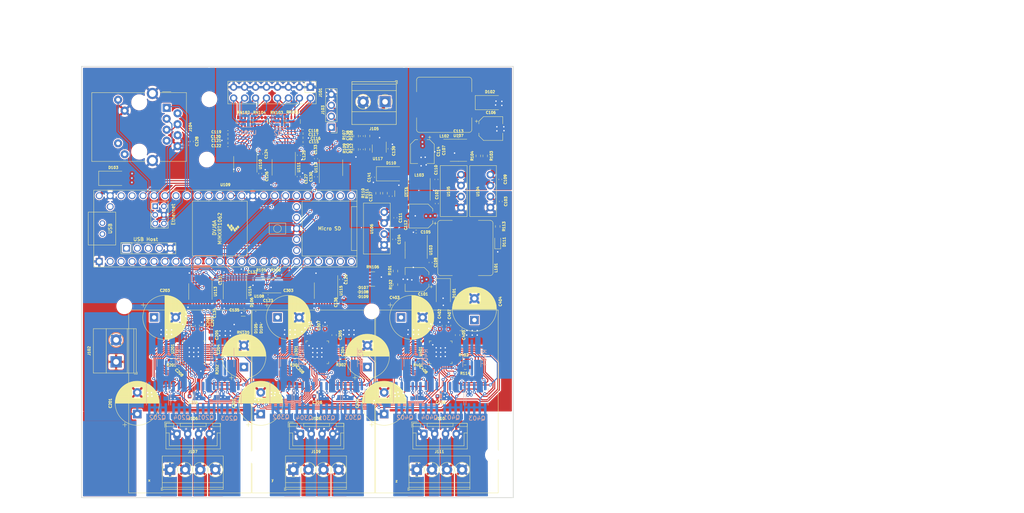
<source format=kicad_pcb>
(kicad_pcb (version 20171130) (host pcbnew 5.1.9)

  (general
    (thickness 1.6)
    (drawings 170)
    (tracks 3033)
    (zones 0)
    (modules 160)
    (nets 215)
  )

  (page USLetter)
  (title_block
    (title "Project Title")
  )

  (layers
    (0 F.Cu signal)
    (1 In1.Cu signal)
    (2 In2.Cu signal)
    (31 B.Cu signal)
    (34 B.Paste user)
    (35 F.Paste user)
    (36 B.SilkS user)
    (37 F.SilkS user)
    (38 B.Mask user)
    (39 F.Mask user)
    (40 Dwgs.User user)
    (42 Eco1.User user)
    (44 Edge.Cuts user)
    (45 Margin user)
    (46 B.CrtYd user)
    (47 F.CrtYd user)
    (48 B.Fab user)
    (49 F.Fab user)
  )

  (setup
    (last_trace_width 0.1524)
    (user_trace_width 0.1524)
    (user_trace_width 0.2)
    (user_trace_width 0.25)
    (user_trace_width 0.3)
    (user_trace_width 0.5)
    (user_trace_width 0.75)
    (user_trace_width 1.25)
    (trace_clearance 0.1524)
    (zone_clearance 0.25)
    (zone_45_only yes)
    (trace_min 0.1524)
    (via_size 0.6858)
    (via_drill 0.3302)
    (via_min_size 0.6858)
    (via_min_drill 0.3302)
    (user_via 0.6858 0.3302)
    (user_via 0.762 0.4064)
    (user_via 0.8636 0.508)
    (uvia_size 0.6858)
    (uvia_drill 0.3302)
    (uvias_allowed no)
    (uvia_min_size 0)
    (uvia_min_drill 0)
    (edge_width 0.1524)
    (segment_width 0.1524)
    (pcb_text_width 0.1524)
    (pcb_text_size 1.016 1.016)
    (mod_edge_width 0.1524)
    (mod_text_size 1.016 1.016)
    (mod_text_width 0.1524)
    (pad_size 1.524 1.524)
    (pad_drill 0.762)
    (pad_to_mask_clearance 0)
    (pad_to_paste_clearance -0.0762)
    (aux_axis_origin 0 0)
    (grid_origin 8 39)
    (visible_elements FFFFDF7D)
    (pcbplotparams
      (layerselection 0x310fc_ffffffff)
      (usegerberextensions true)
      (usegerberattributes false)
      (usegerberadvancedattributes false)
      (creategerberjobfile false)
      (excludeedgelayer true)
      (linewidth 0.100000)
      (plotframeref false)
      (viasonmask false)
      (mode 1)
      (useauxorigin false)
      (hpglpennumber 1)
      (hpglpenspeed 20)
      (hpglpendiameter 15.000000)
      (psnegative false)
      (psa4output false)
      (plotreference true)
      (plotvalue true)
      (plotinvisibletext false)
      (padsonsilk false)
      (subtractmaskfromsilk false)
      (outputformat 1)
      (mirror false)
      (drillshape 0)
      (scaleselection 1)
      (outputdirectory "cnc-gerbers"))
  )

  (net 0 "")
  (net 1 GND)
  (net 2 GND1)
  (net 3 /5V_ISO)
  (net 4 /GRST)
  (net 5 /FEED_HOLD)
  (net 6 /CYCLE_START)
  (net 7 /PROBE)
  (net 8 /XLIMIT)
  (net 9 /ZLIMIT)
  (net 10 /YLIMIT)
  (net 11 "Net-(C128-Pad1)")
  (net 12 /VM)
  (net 13 "Net-(C205-Pad2)")
  (net 14 "Net-(C305-Pad2)")
  (net 15 "Net-(C405-Pad2)")
  (net 16 "Net-(D103-Pad1)")
  (net 17 "Net-(D104-Pad1)")
  (net 18 "Net-(D106-Pad1)")
  (net 19 "Net-(D107-Pad1)")
  (net 20 "Net-(D108-Pad1)")
  (net 21 "Net-(D109-Pad1)")
  (net 22 /X/B-)
  (net 23 /X/B+)
  (net 24 /X/A-)
  (net 25 /X/A+)
  (net 26 /Y/B-)
  (net 27 /Y/B+)
  (net 28 /Y/A-)
  (net 29 /Y/A+)
  (net 30 /Z/B-)
  (net 31 /Z/B+)
  (net 32 /Z/A-)
  (net 33 /Z/A+)
  (net 34 /SPINDLE_PWM_ISO)
  (net 35 /X/LB1)
  (net 36 "Net-(Q201-Pad3)")
  (net 37 /X/HB1)
  (net 38 /X/LA1)
  (net 39 "Net-(Q202-Pad3)")
  (net 40 /X/HA1)
  (net 41 /X/LB2)
  (net 42 /X/HB2)
  (net 43 /X/LA2)
  (net 44 /X/HA2)
  (net 45 /Z/LB1)
  (net 46 "Net-(Q301-Pad3)")
  (net 47 /Z/HB1)
  (net 48 /Z/LA1)
  (net 49 "Net-(Q302-Pad3)")
  (net 50 /Z/HA1)
  (net 51 /Z/LB2)
  (net 52 /Z/HB2)
  (net 53 /Z/LA2)
  (net 54 /Z/HA2)
  (net 55 /Y/LB1)
  (net 56 "Net-(Q401-Pad3)")
  (net 57 /Y/HB1)
  (net 58 /Y/LA1)
  (net 59 "Net-(Q402-Pad3)")
  (net 60 /Y/HA1)
  (net 61 /Y/LB2)
  (net 62 /Y/HB2)
  (net 63 /Y/LA2)
  (net 64 /Y/HA2)
  (net 65 /SPINDLE_PWM)
  (net 66 /X/SRB)
  (net 67 /X/SRA)
  (net 68 /Z/SRA)
  (net 69 /Z/SRB)
  (net 70 /Y/SRA)
  (net 71 /Y/SRB)
  (net 72 /TMC_SCK)
  (net 73 /TMC_SDO)
  (net 74 /TMC_SDI)
  (net 75 /X_STEP)
  (net 76 /X_DIR)
  (net 77 /Y_STEP)
  (net 78 /Y_DIR)
  (net 79 /Z_STEP)
  (net 80 /Z_DIR)
  (net 81 /Y/SDI)
  (net 82 "Net-(U201-Pad26)")
  (net 83 "Net-(U201-Pad27)")
  (net 84 /Z/SDI)
  (net 85 "Net-(U301-Pad26)")
  (net 86 "Net-(U301-Pad27)")
  (net 87 "Net-(U401-Pad26)")
  (net 88 "Net-(U401-Pad27)")
  (net 89 "Net-(C105-Pad1)")
  (net 90 /10V)
  (net 91 "Net-(C107-Pad1)")
  (net 92 "Net-(C108-Pad2)")
  (net 93 "Net-(C108-Pad1)")
  (net 94 "Net-(C109-Pad2)")
  (net 95 GND2)
  (net 96 /5V_ISO2)
  (net 97 "Net-(C113-Pad2)")
  (net 98 "Net-(C113-Pad1)")
  (net 99 /5V)
  (net 100 /FEED_HOLD_F)
  (net 101 /CYCLE_START_F)
  (net 102 /RESET_F)
  (net 103 /SAFETY_DOOR_F)
  (net 104 /XLIMIT_F)
  (net 105 /YLIMIT_F)
  (net 106 /Z_LIMIT_F)
  (net 107 /PROBE_F)
  (net 108 /3V3)
  (net 109 "Net-(C138-Pad1)")
  (net 110 /12V_ISO2)
  (net 111 "Net-(C140-Pad2)")
  (net 112 "Net-(C140-Pad1)")
  (net 113 "Net-(C208-Pad1)")
  (net 114 "Net-(C308-Pad1)")
  (net 115 "Net-(C408-Pad1)")
  (net 116 "Net-(D105-Pad1)")
  (net 117 "Net-(D110-Pad2)")
  (net 118 "Net-(D111-Pad2)")
  (net 119 /SAFETY_DOOR)
  (net 120 /SPINDLE_EN_ISO)
  (net 121 /SPINDLE_DIR_ISO)
  (net 122 /ETH_LED)
  (net 123 "Net-(J104-PadL2)")
  (net 124 "Net-(J104-PadL1)")
  (net 125 "Net-(J104-PadR7)")
  (net 126 /ETH_RX-)
  (net 127 /ETH_RX+)
  (net 128 /ETH_TX-)
  (net 129 /ETH_TX+)
  (net 130 "Net-(R101-Pad2)")
  (net 131 "Net-(R103-Pad2)")
  (net 132 /EEPROM_SDA)
  (net 133 /EEPROM_SCL)
  (net 134 "Net-(R110-Pad2)")
  (net 135 "Net-(RN106-Pad5)")
  (net 136 "Net-(U109-Pad66)")
  (net 137 "Net-(U109-Pad67)")
  (net 138 "Net-(U109-Pad54)")
  (net 139 "Net-(U109-Pad53)")
  (net 140 "Net-(U109-Pad51)")
  (net 141 "Net-(U109-Pad50)")
  (net 142 /TEENSY_SDI)
  (net 143 /TEENSY_SCK)
  (net 144 /TEENSY_CSN)
  (net 145 "Net-(U109-Pad15)")
  (net 146 /SPINDLE_EN)
  (net 147 /TEENSY_SAFETY_DOOR)
  (net 148 "Net-(U109-Pad22)")
  (net 149 "Net-(U109-Pad23)")
  (net 150 "Net-(U109-Pad24)")
  (net 151 "Net-(U109-Pad25)")
  (net 152 "Net-(U109-Pad26)")
  (net 153 "Net-(U109-Pad27)")
  (net 154 "Net-(U109-Pad28)")
  (net 155 "Net-(U109-Pad29)")
  (net 156 "Net-(U109-Pad30)")
  (net 157 /TEENSY_ZENABLE)
  (net 158 /TEENSY_YENABLE)
  (net 159 "Net-(U109-Pad33)")
  (net 160 /SPINDLE_DIR)
  (net 161 /TEENSY_XENABLE)
  (net 162 "Net-(U109-Pad11)")
  (net 163 "Net-(U109-Pad10)")
  (net 164 /TEENSY_ZDIR)
  (net 165 /TEENSY_ZSTEP)
  (net 166 /TEENSY_YDIR)
  (net 167 /TEENSY_YSTEP)
  (net 168 /TEENSY_XDIR)
  (net 169 /TEENSY_XSTEP)
  (net 170 "Net-(U109-Pad3)")
  (net 171 "Net-(U109-Pad2)")
  (net 172 /TEENSY_RESET)
  (net 173 /TEENSY_PROBE)
  (net 174 /TEENSY_FEED_HOLD)
  (net 175 /TEENSY_CYCLE_START)
  (net 176 "Net-(U109-Pad40)")
  (net 177 "Net-(U109-Pad41)")
  (net 178 /TEENSY_XLIMIT)
  (net 179 /TEENSY_YLIMIT)
  (net 180 /TEENSY_ZLIMIT)
  (net 181 "Net-(U109-Pad45)")
  (net 182 "Net-(U109-Pad55)")
  (net 183 "Net-(U109-Pad56)")
  (net 184 "Net-(U109-Pad57)")
  (net 185 "Net-(U109-Pad58)")
  (net 186 "Net-(U109-Pad49)")
  (net 187 "Net-(U110-Pad7)")
  (net 188 "Net-(U111-Pad7)")
  (net 189 "Net-(U112-Pad11)")
  (net 190 "Net-(U112-Pad7)")
  (net 191 "Net-(U112-Pad6)")
  (net 192 /TMC_CSN)
  (net 193 /X_EN)
  (net 194 "Net-(U113-Pad7)")
  (net 195 /Y_EN)
  (net 196 "Net-(U114-Pad7)")
  (net 197 /Z_EN)
  (net 198 "Net-(U115-Pad7)")
  (net 199 "Net-(U116-Pad6)")
  (net 200 "Net-(R202-Pad2)")
  (net 201 /X/SRBL)
  (net 202 "Net-(R302-Pad2)")
  (net 203 /Z/SRBL)
  (net 204 "Net-(R402-Pad2)")
  (net 205 /Y/SRBL)
  (net 206 "Net-(R201-Pad2)")
  (net 207 /X/SRAL)
  (net 208 "Net-(R301-Pad2)")
  (net 209 /Z/SRAL)
  (net 210 "Net-(R401-Pad2)")
  (net 211 /Y/SRAL)
  (net 212 "Net-(RN106-Pad4)")
  (net 213 "Net-(RN105-Pad5)")
  (net 214 "Net-(RN105-Pad4)")

  (net_class Default "This is the default net class."
    (clearance 0.1524)
    (trace_width 0.1524)
    (via_dia 0.6858)
    (via_drill 0.3302)
    (uvia_dia 0.6858)
    (uvia_drill 0.3302)
    (add_net /10V)
    (add_net /12V_ISO2)
    (add_net /3V3)
    (add_net /5V)
    (add_net /5V_ISO)
    (add_net /5V_ISO2)
    (add_net /CYCLE_START)
    (add_net /CYCLE_START_F)
    (add_net /EEPROM_SCL)
    (add_net /EEPROM_SDA)
    (add_net /ETH_LED)
    (add_net /ETH_RX+)
    (add_net /ETH_RX-)
    (add_net /ETH_TX+)
    (add_net /ETH_TX-)
    (add_net /FEED_HOLD)
    (add_net /FEED_HOLD_F)
    (add_net /GRST)
    (add_net /PROBE)
    (add_net /PROBE_F)
    (add_net /RESET_F)
    (add_net /SAFETY_DOOR)
    (add_net /SAFETY_DOOR_F)
    (add_net /SPINDLE_DIR)
    (add_net /SPINDLE_DIR_ISO)
    (add_net /SPINDLE_EN)
    (add_net /SPINDLE_EN_ISO)
    (add_net /SPINDLE_PWM)
    (add_net /SPINDLE_PWM_ISO)
    (add_net /TEENSY_CSN)
    (add_net /TEENSY_CYCLE_START)
    (add_net /TEENSY_FEED_HOLD)
    (add_net /TEENSY_PROBE)
    (add_net /TEENSY_RESET)
    (add_net /TEENSY_SAFETY_DOOR)
    (add_net /TEENSY_SCK)
    (add_net /TEENSY_SDI)
    (add_net /TEENSY_XDIR)
    (add_net /TEENSY_XENABLE)
    (add_net /TEENSY_XLIMIT)
    (add_net /TEENSY_XSTEP)
    (add_net /TEENSY_YDIR)
    (add_net /TEENSY_YENABLE)
    (add_net /TEENSY_YLIMIT)
    (add_net /TEENSY_YSTEP)
    (add_net /TEENSY_ZDIR)
    (add_net /TEENSY_ZENABLE)
    (add_net /TEENSY_ZLIMIT)
    (add_net /TEENSY_ZSTEP)
    (add_net /TMC_CSN)
    (add_net /TMC_SCK)
    (add_net /TMC_SDI)
    (add_net /TMC_SDO)
    (add_net /VM)
    (add_net /X/A+)
    (add_net /X/A-)
    (add_net /X/B+)
    (add_net /X/B-)
    (add_net /X/HA1)
    (add_net /X/HA2)
    (add_net /X/HB1)
    (add_net /X/HB2)
    (add_net /X/LA1)
    (add_net /X/LA2)
    (add_net /X/LB1)
    (add_net /X/LB2)
    (add_net /X/SRA)
    (add_net /X/SRAL)
    (add_net /X/SRB)
    (add_net /X/SRBL)
    (add_net /XLIMIT)
    (add_net /XLIMIT_F)
    (add_net /X_DIR)
    (add_net /X_EN)
    (add_net /X_STEP)
    (add_net /Y/A+)
    (add_net /Y/A-)
    (add_net /Y/B+)
    (add_net /Y/B-)
    (add_net /Y/HA1)
    (add_net /Y/HA2)
    (add_net /Y/HB1)
    (add_net /Y/HB2)
    (add_net /Y/LA1)
    (add_net /Y/LA2)
    (add_net /Y/LB1)
    (add_net /Y/LB2)
    (add_net /Y/SDI)
    (add_net /Y/SRA)
    (add_net /Y/SRAL)
    (add_net /Y/SRB)
    (add_net /Y/SRBL)
    (add_net /YLIMIT)
    (add_net /YLIMIT_F)
    (add_net /Y_DIR)
    (add_net /Y_EN)
    (add_net /Y_STEP)
    (add_net /Z/A+)
    (add_net /Z/A-)
    (add_net /Z/B+)
    (add_net /Z/B-)
    (add_net /Z/HA1)
    (add_net /Z/HA2)
    (add_net /Z/HB1)
    (add_net /Z/HB2)
    (add_net /Z/LA1)
    (add_net /Z/LA2)
    (add_net /Z/LB1)
    (add_net /Z/LB2)
    (add_net /Z/SDI)
    (add_net /Z/SRA)
    (add_net /Z/SRAL)
    (add_net /Z/SRB)
    (add_net /Z/SRBL)
    (add_net /ZLIMIT)
    (add_net /Z_DIR)
    (add_net /Z_EN)
    (add_net /Z_LIMIT_F)
    (add_net /Z_STEP)
    (add_net GND)
    (add_net GND1)
    (add_net GND2)
    (add_net "Net-(C105-Pad1)")
    (add_net "Net-(C107-Pad1)")
    (add_net "Net-(C108-Pad1)")
    (add_net "Net-(C108-Pad2)")
    (add_net "Net-(C109-Pad2)")
    (add_net "Net-(C113-Pad1)")
    (add_net "Net-(C113-Pad2)")
    (add_net "Net-(C128-Pad1)")
    (add_net "Net-(C138-Pad1)")
    (add_net "Net-(C140-Pad1)")
    (add_net "Net-(C140-Pad2)")
    (add_net "Net-(C205-Pad2)")
    (add_net "Net-(C208-Pad1)")
    (add_net "Net-(C305-Pad2)")
    (add_net "Net-(C308-Pad1)")
    (add_net "Net-(C405-Pad2)")
    (add_net "Net-(C408-Pad1)")
    (add_net "Net-(D103-Pad1)")
    (add_net "Net-(D104-Pad1)")
    (add_net "Net-(D105-Pad1)")
    (add_net "Net-(D106-Pad1)")
    (add_net "Net-(D107-Pad1)")
    (add_net "Net-(D108-Pad1)")
    (add_net "Net-(D109-Pad1)")
    (add_net "Net-(D110-Pad2)")
    (add_net "Net-(D111-Pad2)")
    (add_net "Net-(J104-PadL1)")
    (add_net "Net-(J104-PadL2)")
    (add_net "Net-(J104-PadR7)")
    (add_net "Net-(Q201-Pad3)")
    (add_net "Net-(Q202-Pad3)")
    (add_net "Net-(Q301-Pad3)")
    (add_net "Net-(Q302-Pad3)")
    (add_net "Net-(Q401-Pad3)")
    (add_net "Net-(Q402-Pad3)")
    (add_net "Net-(R101-Pad2)")
    (add_net "Net-(R103-Pad2)")
    (add_net "Net-(R110-Pad2)")
    (add_net "Net-(R201-Pad2)")
    (add_net "Net-(R202-Pad2)")
    (add_net "Net-(R301-Pad2)")
    (add_net "Net-(R302-Pad2)")
    (add_net "Net-(R401-Pad2)")
    (add_net "Net-(R402-Pad2)")
    (add_net "Net-(RN105-Pad4)")
    (add_net "Net-(RN105-Pad5)")
    (add_net "Net-(RN106-Pad4)")
    (add_net "Net-(RN106-Pad5)")
    (add_net "Net-(U109-Pad10)")
    (add_net "Net-(U109-Pad11)")
    (add_net "Net-(U109-Pad15)")
    (add_net "Net-(U109-Pad2)")
    (add_net "Net-(U109-Pad22)")
    (add_net "Net-(U109-Pad23)")
    (add_net "Net-(U109-Pad24)")
    (add_net "Net-(U109-Pad25)")
    (add_net "Net-(U109-Pad26)")
    (add_net "Net-(U109-Pad27)")
    (add_net "Net-(U109-Pad28)")
    (add_net "Net-(U109-Pad29)")
    (add_net "Net-(U109-Pad3)")
    (add_net "Net-(U109-Pad30)")
    (add_net "Net-(U109-Pad33)")
    (add_net "Net-(U109-Pad40)")
    (add_net "Net-(U109-Pad41)")
    (add_net "Net-(U109-Pad45)")
    (add_net "Net-(U109-Pad49)")
    (add_net "Net-(U109-Pad50)")
    (add_net "Net-(U109-Pad51)")
    (add_net "Net-(U109-Pad53)")
    (add_net "Net-(U109-Pad54)")
    (add_net "Net-(U109-Pad55)")
    (add_net "Net-(U109-Pad56)")
    (add_net "Net-(U109-Pad57)")
    (add_net "Net-(U109-Pad58)")
    (add_net "Net-(U109-Pad66)")
    (add_net "Net-(U109-Pad67)")
    (add_net "Net-(U110-Pad7)")
    (add_net "Net-(U111-Pad7)")
    (add_net "Net-(U112-Pad11)")
    (add_net "Net-(U112-Pad6)")
    (add_net "Net-(U112-Pad7)")
    (add_net "Net-(U113-Pad7)")
    (add_net "Net-(U114-Pad7)")
    (add_net "Net-(U115-Pad7)")
    (add_net "Net-(U116-Pad6)")
    (add_net "Net-(U201-Pad26)")
    (add_net "Net-(U201-Pad27)")
    (add_net "Net-(U301-Pad26)")
    (add_net "Net-(U301-Pad27)")
    (add_net "Net-(U401-Pad26)")
    (add_net "Net-(U401-Pad27)")
  )

  (module Resistor_SMD:R_Array_Convex_4x0603 (layer F.Cu) (tedit 58E0A8B2) (tstamp 607212AF)
    (at 49.375 51.75 90)
    (descr "Chip Resistor Network, ROHM MNR14 (see mnr_g.pdf)")
    (tags "resistor array")
    (path /60DDC872)
    (attr smd)
    (fp_text reference RN104 (at 2.05 -0.175 180) (layer F.SilkS)
      (effects (font (size 0.6 0.6) (thickness 0.15)))
    )
    (fp_text value 100kR (at 0 2.8 90) (layer F.Fab)
      (effects (font (size 1 1) (thickness 0.15)))
    )
    (fp_line (start 1.55 1.85) (end -1.55 1.85) (layer F.CrtYd) (width 0.05))
    (fp_line (start 1.55 1.85) (end 1.55 -1.85) (layer F.CrtYd) (width 0.05))
    (fp_line (start -1.55 -1.85) (end -1.55 1.85) (layer F.CrtYd) (width 0.05))
    (fp_line (start -1.55 -1.85) (end 1.55 -1.85) (layer F.CrtYd) (width 0.05))
    (fp_line (start 0.5 -1.68) (end -0.5 -1.68) (layer F.SilkS) (width 0.12))
    (fp_line (start 0.5 1.68) (end -0.5 1.68) (layer F.SilkS) (width 0.12))
    (fp_line (start -0.8 1.6) (end -0.8 -1.6) (layer F.Fab) (width 0.1))
    (fp_line (start 0.8 1.6) (end -0.8 1.6) (layer F.Fab) (width 0.1))
    (fp_line (start 0.8 -1.6) (end 0.8 1.6) (layer F.Fab) (width 0.1))
    (fp_line (start -0.8 -1.6) (end 0.8 -1.6) (layer F.Fab) (width 0.1))
    (fp_text user %R (at 0 0) (layer F.Fab)
      (effects (font (size 0.5 0.5) (thickness 0.075)))
    )
    (pad 5 smd rect (at 0.9 1.2 90) (size 0.8 0.5) (layers F.Cu F.Paste F.Mask)
      (net 96 /5V_ISO2))
    (pad 6 smd rect (at 0.9 0.4 90) (size 0.8 0.4) (layers F.Cu F.Paste F.Mask)
      (net 96 /5V_ISO2))
    (pad 8 smd rect (at 0.9 -1.2 90) (size 0.8 0.5) (layers F.Cu F.Paste F.Mask)
      (net 96 /5V_ISO2))
    (pad 7 smd rect (at 0.9 -0.4 90) (size 0.8 0.4) (layers F.Cu F.Paste F.Mask)
      (net 96 /5V_ISO2))
    (pad 4 smd rect (at -0.9 1.2 90) (size 0.8 0.5) (layers F.Cu F.Paste F.Mask)
      (net 101 /CYCLE_START_F))
    (pad 2 smd rect (at -0.9 -0.4 90) (size 0.8 0.4) (layers F.Cu F.Paste F.Mask)
      (net 105 /YLIMIT_F))
    (pad 3 smd rect (at -0.9 0.4 90) (size 0.8 0.4) (layers F.Cu F.Paste F.Mask)
      (net 104 /XLIMIT_F))
    (pad 1 smd rect (at -0.9 -1.2 90) (size 0.8 0.5) (layers F.Cu F.Paste F.Mask)
      (net 106 /Z_LIMIT_F))
    (model ${KISYS3DMOD}/Resistor_SMD.3dshapes/R_Array_Convex_4x0603.wrl
      (at (xyz 0 0 0))
      (scale (xyz 1 1 1))
      (rotate (xyz 0 0 0))
    )
  )

  (module Resistor_SMD:R_Array_Convex_4x0603 (layer F.Cu) (tedit 58E0A8B2) (tstamp 606BA228)
    (at 53.2 51.775 90)
    (descr "Chip Resistor Network, ROHM MNR14 (see mnr_g.pdf)")
    (tags "resistor array")
    (path /60B59FA5)
    (attr smd)
    (fp_text reference RN103 (at 2.075 0) (layer F.SilkS)
      (effects (font (size 0.6 0.6) (thickness 0.15)))
    )
    (fp_text value 100kR (at 0 2.8 90) (layer F.Fab)
      (effects (font (size 1 1) (thickness 0.15)))
    )
    (fp_line (start 1.55 1.85) (end -1.55 1.85) (layer F.CrtYd) (width 0.05))
    (fp_line (start 1.55 1.85) (end 1.55 -1.85) (layer F.CrtYd) (width 0.05))
    (fp_line (start -1.55 -1.85) (end -1.55 1.85) (layer F.CrtYd) (width 0.05))
    (fp_line (start -1.55 -1.85) (end 1.55 -1.85) (layer F.CrtYd) (width 0.05))
    (fp_line (start 0.5 -1.68) (end -0.5 -1.68) (layer F.SilkS) (width 0.12))
    (fp_line (start 0.5 1.68) (end -0.5 1.68) (layer F.SilkS) (width 0.12))
    (fp_line (start -0.8 1.6) (end -0.8 -1.6) (layer F.Fab) (width 0.1))
    (fp_line (start 0.8 1.6) (end -0.8 1.6) (layer F.Fab) (width 0.1))
    (fp_line (start 0.8 -1.6) (end 0.8 1.6) (layer F.Fab) (width 0.1))
    (fp_line (start -0.8 -1.6) (end 0.8 -1.6) (layer F.Fab) (width 0.1))
    (fp_text user %R (at 0 0) (layer F.Fab)
      (effects (font (size 0.5 0.5) (thickness 0.075)))
    )
    (pad 5 smd rect (at 0.9 1.2 90) (size 0.8 0.5) (layers F.Cu F.Paste F.Mask)
      (net 96 /5V_ISO2))
    (pad 6 smd rect (at 0.9 0.4 90) (size 0.8 0.4) (layers F.Cu F.Paste F.Mask)
      (net 96 /5V_ISO2))
    (pad 8 smd rect (at 0.9 -1.2 90) (size 0.8 0.5) (layers F.Cu F.Paste F.Mask)
      (net 96 /5V_ISO2))
    (pad 7 smd rect (at 0.9 -0.4 90) (size 0.8 0.4) (layers F.Cu F.Paste F.Mask)
      (net 96 /5V_ISO2))
    (pad 4 smd rect (at -0.9 1.2 90) (size 0.8 0.5) (layers F.Cu F.Paste F.Mask)
      (net 103 /SAFETY_DOOR_F))
    (pad 2 smd rect (at -0.9 -0.4 90) (size 0.8 0.4) (layers F.Cu F.Paste F.Mask)
      (net 107 /PROBE_F))
    (pad 3 smd rect (at -0.9 0.4 90) (size 0.8 0.4) (layers F.Cu F.Paste F.Mask)
      (net 102 /RESET_F))
    (pad 1 smd rect (at -0.9 -1.2 90) (size 0.8 0.5) (layers F.Cu F.Paste F.Mask)
      (net 100 /FEED_HOLD_F))
    (model ${KISYS3DMOD}/Resistor_SMD.3dshapes/R_Array_Convex_4x0603.wrl
      (at (xyz 0 0 0))
      (scale (xyz 1 1 1))
      (rotate (xyz 0 0 0))
    )
  )

  (module TerminalBlock_Phoenix:TerminalBlock_Phoenix_MKDS-1,5-2-5.08_1x02_P5.08mm_Horizontal (layer F.Cu) (tedit 5B294EBC) (tstamp 607B1267)
    (at 78.3 47.2 180)
    (descr "Terminal Block Phoenix MKDS-1,5-2-5.08, 2 pins, pitch 5.08mm, size 10.2x9.8mm^2, drill diamater 1.3mm, pad diameter 2.6mm, see http://www.farnell.com/datasheets/100425.pdf, script-generated using https://github.com/pointhi/kicad-footprint-generator/scripts/TerminalBlock_Phoenix")
    (tags "THT Terminal Block Phoenix MKDS-1,5-2-5.08 pitch 5.08mm size 10.2x9.8mm^2 drill 1.3mm pad 2.6mm")
    (path /61D8B8DC)
    (fp_text reference J105 (at 2.54 -6.26) (layer F.SilkS)
      (effects (font (size 0.6 0.6) (thickness 0.15)))
    )
    (fp_text value SPINDLE_OUT (at 2.54 5.66) (layer F.Fab)
      (effects (font (size 1 1) (thickness 0.15)))
    )
    (fp_circle (center 0 0) (end 1.5 0) (layer F.Fab) (width 0.1))
    (fp_circle (center 5.08 0) (end 6.58 0) (layer F.Fab) (width 0.1))
    (fp_circle (center 5.08 0) (end 6.76 0) (layer F.SilkS) (width 0.12))
    (fp_line (start -2.54 -5.2) (end 7.62 -5.2) (layer F.Fab) (width 0.1))
    (fp_line (start 7.62 -5.2) (end 7.62 4.6) (layer F.Fab) (width 0.1))
    (fp_line (start 7.62 4.6) (end -2.04 4.6) (layer F.Fab) (width 0.1))
    (fp_line (start -2.04 4.6) (end -2.54 4.1) (layer F.Fab) (width 0.1))
    (fp_line (start -2.54 4.1) (end -2.54 -5.2) (layer F.Fab) (width 0.1))
    (fp_line (start -2.54 4.1) (end 7.62 4.1) (layer F.Fab) (width 0.1))
    (fp_line (start -2.6 4.1) (end 7.68 4.1) (layer F.SilkS) (width 0.12))
    (fp_line (start -2.54 2.6) (end 7.62 2.6) (layer F.Fab) (width 0.1))
    (fp_line (start -2.6 2.6) (end 7.68 2.6) (layer F.SilkS) (width 0.12))
    (fp_line (start -2.54 -2.3) (end 7.62 -2.3) (layer F.Fab) (width 0.1))
    (fp_line (start -2.6 -2.301) (end 7.68 -2.301) (layer F.SilkS) (width 0.12))
    (fp_line (start -2.6 -5.261) (end 7.68 -5.261) (layer F.SilkS) (width 0.12))
    (fp_line (start -2.6 4.66) (end 7.68 4.66) (layer F.SilkS) (width 0.12))
    (fp_line (start -2.6 -5.261) (end -2.6 4.66) (layer F.SilkS) (width 0.12))
    (fp_line (start 7.68 -5.261) (end 7.68 4.66) (layer F.SilkS) (width 0.12))
    (fp_line (start 1.138 -0.955) (end -0.955 1.138) (layer F.Fab) (width 0.1))
    (fp_line (start 0.955 -1.138) (end -1.138 0.955) (layer F.Fab) (width 0.1))
    (fp_line (start 6.218 -0.955) (end 4.126 1.138) (layer F.Fab) (width 0.1))
    (fp_line (start 6.035 -1.138) (end 3.943 0.955) (layer F.Fab) (width 0.1))
    (fp_line (start 6.355 -1.069) (end 6.308 -1.023) (layer F.SilkS) (width 0.12))
    (fp_line (start 4.046 1.239) (end 4.011 1.274) (layer F.SilkS) (width 0.12))
    (fp_line (start 6.15 -1.275) (end 6.115 -1.239) (layer F.SilkS) (width 0.12))
    (fp_line (start 3.853 1.023) (end 3.806 1.069) (layer F.SilkS) (width 0.12))
    (fp_line (start -2.84 4.16) (end -2.84 4.9) (layer F.SilkS) (width 0.12))
    (fp_line (start -2.84 4.9) (end -2.34 4.9) (layer F.SilkS) (width 0.12))
    (fp_line (start -3.04 -5.71) (end -3.04 5.1) (layer F.CrtYd) (width 0.05))
    (fp_line (start -3.04 5.1) (end 8.13 5.1) (layer F.CrtYd) (width 0.05))
    (fp_line (start 8.13 5.1) (end 8.13 -5.71) (layer F.CrtYd) (width 0.05))
    (fp_line (start 8.13 -5.71) (end -3.04 -5.71) (layer F.CrtYd) (width 0.05))
    (fp_text user %R (at 2.54 3.2) (layer F.Fab)
      (effects (font (size 1 1) (thickness 0.15)))
    )
    (fp_arc (start 0 0) (end -0.684 1.535) (angle -25) (layer F.SilkS) (width 0.12))
    (fp_arc (start 0 0) (end -1.535 -0.684) (angle -48) (layer F.SilkS) (width 0.12))
    (fp_arc (start 0 0) (end 0.684 -1.535) (angle -48) (layer F.SilkS) (width 0.12))
    (fp_arc (start 0 0) (end 1.535 0.684) (angle -48) (layer F.SilkS) (width 0.12))
    (fp_arc (start 0 0) (end 0 1.68) (angle -24) (layer F.SilkS) (width 0.12))
    (pad 2 thru_hole circle (at 5.08 0 180) (size 2.6 2.6) (drill 1.3) (layers *.Cu *.Mask)
      (net 95 GND2))
    (pad 1 thru_hole rect (at 0 0 180) (size 2.6 2.6) (drill 1.3) (layers *.Cu *.Mask)
      (net 111 "Net-(C140-Pad2)"))
    (model ${KISYS3DMOD}/TerminalBlock_Phoenix.3dshapes/TerminalBlock_Phoenix_MKDS-1,5-2-5.08_1x02_P5.08mm_Horizontal.wrl
      (at (xyz 0 0 0))
      (scale (xyz 1 1 1))
      (rotate (xyz 0 0 0))
    )
  )

  (module Resistor_SMD:R_Array_Convex_4x0603 (layer F.Cu) (tedit 58E0A8B2) (tstamp 606CAC40)
    (at 75.45 88.3)
    (descr "Chip Resistor Network, ROHM MNR14 (see mnr_g.pdf)")
    (tags "resistor array")
    (path /607C46AD)
    (attr smd)
    (fp_text reference RN106 (at 0 -2.8) (layer F.SilkS)
      (effects (font (size 0.6 0.6) (thickness 0.15)))
    )
    (fp_text value 1kR (at 0 2.8) (layer F.Fab)
      (effects (font (size 1 1) (thickness 0.15)))
    )
    (fp_line (start 1.55 1.85) (end -1.55 1.85) (layer F.CrtYd) (width 0.05))
    (fp_line (start 1.55 1.85) (end 1.55 -1.85) (layer F.CrtYd) (width 0.05))
    (fp_line (start -1.55 -1.85) (end -1.55 1.85) (layer F.CrtYd) (width 0.05))
    (fp_line (start -1.55 -1.85) (end 1.55 -1.85) (layer F.CrtYd) (width 0.05))
    (fp_line (start 0.5 -1.68) (end -0.5 -1.68) (layer F.SilkS) (width 0.1))
    (fp_line (start 0.5 1.68) (end -0.5 1.68) (layer F.SilkS) (width 0.1))
    (fp_line (start -0.8 1.6) (end -0.8 -1.6) (layer F.Fab) (width 0.1))
    (fp_line (start 0.8 1.6) (end -0.8 1.6) (layer F.Fab) (width 0.1))
    (fp_line (start 0.8 -1.6) (end 0.8 1.6) (layer F.Fab) (width 0.1))
    (fp_line (start -0.8 -1.6) (end 0.8 -1.6) (layer F.Fab) (width 0.1))
    (fp_text user %R (at 0 0 90) (layer F.Fab)
      (effects (font (size 0.5 0.5) (thickness 0.075)))
    )
    (pad 5 smd rect (at 0.9 1.2) (size 0.8 0.5) (layers F.Cu F.Paste F.Mask)
      (net 135 "Net-(RN106-Pad5)"))
    (pad 6 smd rect (at 0.9 0.4) (size 0.8 0.4) (layers F.Cu F.Paste F.Mask)
      (net 2 GND1))
    (pad 8 smd rect (at 0.9 -1.2) (size 0.8 0.5) (layers F.Cu F.Paste F.Mask)
      (net 2 GND1))
    (pad 7 smd rect (at 0.9 -0.4) (size 0.8 0.4) (layers F.Cu F.Paste F.Mask)
      (net 2 GND1))
    (pad 4 smd rect (at -0.9 1.2) (size 0.8 0.5) (layers F.Cu F.Paste F.Mask)
      (net 212 "Net-(RN106-Pad4)"))
    (pad 2 smd rect (at -0.9 -0.4) (size 0.8 0.4) (layers F.Cu F.Paste F.Mask)
      (net 20 "Net-(D108-Pad1)"))
    (pad 3 smd rect (at -0.9 0.4) (size 0.8 0.4) (layers F.Cu F.Paste F.Mask)
      (net 21 "Net-(D109-Pad1)"))
    (pad 1 smd rect (at -0.9 -1.2) (size 0.8 0.5) (layers F.Cu F.Paste F.Mask)
      (net 19 "Net-(D107-Pad1)"))
    (model ${KISYS3DMOD}/Resistor_SMD.3dshapes/R_Array_Convex_4x0603.wrl
      (at (xyz 0 0 0))
      (scale (xyz 1 1 1))
      (rotate (xyz 0 0 0))
    )
  )

  (module Resistor_SMD:R_Array_Convex_4x0603 (layer F.Cu) (tedit 58E0A8B2) (tstamp 606CAC29)
    (at 45.45 98.6 180)
    (descr "Chip Resistor Network, ROHM MNR14 (see mnr_g.pdf)")
    (tags "resistor array")
    (path /609D7EC2)
    (attr smd)
    (fp_text reference RN105 (at 0 -2.1) (layer F.SilkS)
      (effects (font (size 0.6 0.6) (thickness 0.15)))
    )
    (fp_text value 1kR (at 0 2.8) (layer F.Fab)
      (effects (font (size 1 1) (thickness 0.15)))
    )
    (fp_line (start 1.55 1.85) (end -1.55 1.85) (layer F.CrtYd) (width 0.05))
    (fp_line (start 1.55 1.85) (end 1.55 -1.85) (layer F.CrtYd) (width 0.05))
    (fp_line (start -1.55 -1.85) (end -1.55 1.85) (layer F.CrtYd) (width 0.05))
    (fp_line (start -1.55 -1.85) (end 1.55 -1.85) (layer F.CrtYd) (width 0.05))
    (fp_line (start 0.5 -1.68) (end -0.5 -1.68) (layer F.SilkS) (width 0.1))
    (fp_line (start 0.5 1.68) (end -0.5 1.68) (layer F.SilkS) (width 0.1))
    (fp_line (start -0.8 1.6) (end -0.8 -1.6) (layer F.Fab) (width 0.1))
    (fp_line (start 0.8 1.6) (end -0.8 1.6) (layer F.Fab) (width 0.1))
    (fp_line (start 0.8 -1.6) (end 0.8 1.6) (layer F.Fab) (width 0.1))
    (fp_line (start -0.8 -1.6) (end 0.8 -1.6) (layer F.Fab) (width 0.1))
    (fp_text user %R (at 0 0 90) (layer F.Fab)
      (effects (font (size 0.5 0.5) (thickness 0.075)))
    )
    (pad 5 smd rect (at 0.9 1.2 180) (size 0.8 0.5) (layers F.Cu F.Paste F.Mask)
      (net 213 "Net-(RN105-Pad5)"))
    (pad 6 smd rect (at 0.9 0.4 180) (size 0.8 0.4) (layers F.Cu F.Paste F.Mask)
      (net 2 GND1))
    (pad 8 smd rect (at 0.9 -1.2 180) (size 0.8 0.5) (layers F.Cu F.Paste F.Mask)
      (net 2 GND1))
    (pad 7 smd rect (at 0.9 -0.4 180) (size 0.8 0.4) (layers F.Cu F.Paste F.Mask)
      (net 2 GND1))
    (pad 4 smd rect (at -0.9 1.2 180) (size 0.8 0.5) (layers F.Cu F.Paste F.Mask)
      (net 214 "Net-(RN105-Pad4)"))
    (pad 2 smd rect (at -0.9 -0.4 180) (size 0.8 0.4) (layers F.Cu F.Paste F.Mask)
      (net 116 "Net-(D105-Pad1)"))
    (pad 3 smd rect (at -0.9 0.4 180) (size 0.8 0.4) (layers F.Cu F.Paste F.Mask)
      (net 18 "Net-(D106-Pad1)"))
    (pad 1 smd rect (at -0.9 -1.2 180) (size 0.8 0.5) (layers F.Cu F.Paste F.Mask)
      (net 17 "Net-(D104-Pad1)"))
    (model ${KISYS3DMOD}/Resistor_SMD.3dshapes/R_Array_Convex_4x0603.wrl
      (at (xyz 0 0 0))
      (scale (xyz 1 1 1))
      (rotate (xyz 0 0 0))
    )
  )

  (module Resistor_SMD:R_Array_Convex_4x0603 (layer F.Cu) (tedit 58E0A8B2) (tstamp 606BA211)
    (at 45.475 51.775 90)
    (descr "Chip Resistor Network, ROHM MNR14 (see mnr_g.pdf)")
    (tags "resistor array")
    (path /60EB1F4C)
    (attr smd)
    (fp_text reference RN102 (at 2.075 0.025 180) (layer F.SilkS)
      (effects (font (size 0.6 0.6) (thickness 0.15)))
    )
    (fp_text value 1kR (at 0 2.8 90) (layer F.Fab)
      (effects (font (size 1 1) (thickness 0.15)))
    )
    (fp_line (start -0.8 -1.6) (end 0.8 -1.6) (layer F.Fab) (width 0.1))
    (fp_line (start 0.8 -1.6) (end 0.8 1.6) (layer F.Fab) (width 0.1))
    (fp_line (start 0.8 1.6) (end -0.8 1.6) (layer F.Fab) (width 0.1))
    (fp_line (start -0.8 1.6) (end -0.8 -1.6) (layer F.Fab) (width 0.1))
    (fp_line (start 0.5 1.68) (end -0.5 1.68) (layer F.SilkS) (width 0.1))
    (fp_line (start 0.5 -1.68) (end -0.5 -1.68) (layer F.SilkS) (width 0.1))
    (fp_line (start -1.55 -1.85) (end 1.55 -1.85) (layer F.CrtYd) (width 0.05))
    (fp_line (start -1.55 -1.85) (end -1.55 1.85) (layer F.CrtYd) (width 0.05))
    (fp_line (start 1.55 1.85) (end 1.55 -1.85) (layer F.CrtYd) (width 0.05))
    (fp_line (start 1.55 1.85) (end -1.55 1.85) (layer F.CrtYd) (width 0.05))
    (fp_text user %R (at 0 0) (layer F.Fab)
      (effects (font (size 0.5 0.5) (thickness 0.075)))
    )
    (pad 5 smd rect (at 0.9 1.2 90) (size 0.8 0.5) (layers F.Cu F.Paste F.Mask)
      (net 6 /CYCLE_START))
    (pad 6 smd rect (at 0.9 0.4 90) (size 0.8 0.4) (layers F.Cu F.Paste F.Mask)
      (net 8 /XLIMIT))
    (pad 8 smd rect (at 0.9 -1.2 90) (size 0.8 0.5) (layers F.Cu F.Paste F.Mask)
      (net 9 /ZLIMIT))
    (pad 7 smd rect (at 0.9 -0.4 90) (size 0.8 0.4) (layers F.Cu F.Paste F.Mask)
      (net 10 /YLIMIT))
    (pad 4 smd rect (at -0.9 1.2 90) (size 0.8 0.5) (layers F.Cu F.Paste F.Mask)
      (net 101 /CYCLE_START_F))
    (pad 2 smd rect (at -0.9 -0.4 90) (size 0.8 0.4) (layers F.Cu F.Paste F.Mask)
      (net 105 /YLIMIT_F))
    (pad 3 smd rect (at -0.9 0.4 90) (size 0.8 0.4) (layers F.Cu F.Paste F.Mask)
      (net 104 /XLIMIT_F))
    (pad 1 smd rect (at -0.9 -1.2 90) (size 0.8 0.5) (layers F.Cu F.Paste F.Mask)
      (net 106 /Z_LIMIT_F))
    (model ${KISYS3DMOD}/Resistor_SMD.3dshapes/R_Array_Convex_4x0603.wrl
      (at (xyz 0 0 0))
      (scale (xyz 1 1 1))
      (rotate (xyz 0 0 0))
    )
  )

  (module Resistor_SMD:R_Array_Convex_4x0603 (layer F.Cu) (tedit 58E0A8B2) (tstamp 606BA1FA)
    (at 57 51.775 90)
    (descr "Chip Resistor Network, ROHM MNR14 (see mnr_g.pdf)")
    (tags "resistor array")
    (path /60F87852)
    (attr smd)
    (fp_text reference RN101 (at 2.175 -0.1 180) (layer F.SilkS)
      (effects (font (size 0.6 0.6) (thickness 0.15)))
    )
    (fp_text value 1kR (at 0 2.8 90) (layer F.Fab)
      (effects (font (size 1 1) (thickness 0.15)))
    )
    (fp_line (start -0.8 -1.6) (end 0.8 -1.6) (layer F.Fab) (width 0.1))
    (fp_line (start 0.8 -1.6) (end 0.8 1.6) (layer F.Fab) (width 0.1))
    (fp_line (start 0.8 1.6) (end -0.8 1.6) (layer F.Fab) (width 0.1))
    (fp_line (start -0.8 1.6) (end -0.8 -1.6) (layer F.Fab) (width 0.1))
    (fp_line (start 0.5 1.68) (end -0.5 1.68) (layer F.SilkS) (width 0.1))
    (fp_line (start 0.5 -1.68) (end -0.5 -1.68) (layer F.SilkS) (width 0.1))
    (fp_line (start -1.55 -1.85) (end 1.55 -1.85) (layer F.CrtYd) (width 0.05))
    (fp_line (start -1.55 -1.85) (end -1.55 1.85) (layer F.CrtYd) (width 0.05))
    (fp_line (start 1.55 1.85) (end 1.55 -1.85) (layer F.CrtYd) (width 0.05))
    (fp_line (start 1.55 1.85) (end -1.55 1.85) (layer F.CrtYd) (width 0.05))
    (fp_text user %R (at 0 0) (layer F.Fab)
      (effects (font (size 0.5 0.5) (thickness 0.075)))
    )
    (pad 5 smd rect (at 0.9 1.2 90) (size 0.8 0.5) (layers F.Cu F.Paste F.Mask)
      (net 119 /SAFETY_DOOR))
    (pad 6 smd rect (at 0.9 0.4 90) (size 0.8 0.4) (layers F.Cu F.Paste F.Mask)
      (net 4 /GRST))
    (pad 8 smd rect (at 0.9 -1.2 90) (size 0.8 0.5) (layers F.Cu F.Paste F.Mask)
      (net 5 /FEED_HOLD))
    (pad 7 smd rect (at 0.9 -0.4 90) (size 0.8 0.4) (layers F.Cu F.Paste F.Mask)
      (net 7 /PROBE))
    (pad 4 smd rect (at -0.9 1.2 90) (size 0.8 0.5) (layers F.Cu F.Paste F.Mask)
      (net 103 /SAFETY_DOOR_F))
    (pad 2 smd rect (at -0.9 -0.4 90) (size 0.8 0.4) (layers F.Cu F.Paste F.Mask)
      (net 107 /PROBE_F))
    (pad 3 smd rect (at -0.9 0.4 90) (size 0.8 0.4) (layers F.Cu F.Paste F.Mask)
      (net 102 /RESET_F))
    (pad 1 smd rect (at -0.9 -1.2 90) (size 0.8 0.5) (layers F.Cu F.Paste F.Mask)
      (net 100 /FEED_HOLD_F))
    (model ${KISYS3DMOD}/Resistor_SMD.3dshapes/R_Array_Convex_4x0603.wrl
      (at (xyz 0 0 0))
      (scale (xyz 1 1 1))
      (rotate (xyz 0 0 0))
    )
  )

  (module cnc-controller:R_2512_6332Metric_Sense (layer B.Cu) (tedit 6069ACE8) (tstamp 606C015A)
    (at 98.4 106.5 90)
    (descr "Resistor SMD 2512 (6332 Metric), square (rectangular) end terminal, IPC_7351 nominal, (Body size source: IPC-SM-782 page 72, https://www.pcb-3d.com/wordpress/wp-content/uploads/ipc-sm-782a_amendment_1_and_2.pdf), generated with kicad-footprint-generator")
    (tags resistor)
    (path /5FFE73A4/60B06002)
    (attr smd)
    (fp_text reference R404 (at -0.01 2.89 90) (layer B.SilkS)
      (effects (font (size 1 1) (thickness 0.15)) (justify mirror))
    )
    (fp_text value "75 mR 1W" (at 0 -2.62 90) (layer B.Fab)
      (effects (font (size 1 1) (thickness 0.15)) (justify mirror))
    )
    (fp_line (start 3.82 -1.92) (end -3.82 -1.92) (layer B.CrtYd) (width 0.05))
    (fp_line (start 3.82 1.92) (end 3.82 -1.92) (layer B.CrtYd) (width 0.05))
    (fp_line (start -3.82 1.92) (end 3.82 1.92) (layer B.CrtYd) (width 0.05))
    (fp_line (start -3.82 -1.92) (end -3.82 1.92) (layer B.CrtYd) (width 0.05))
    (fp_line (start -2.177064 -2.1) (end 2.177064 -2.1) (layer B.SilkS) (width 0.12))
    (fp_line (start -2.177064 2.1) (end 2.177064 2.1) (layer B.SilkS) (width 0.12))
    (fp_line (start 3.15 -1.6) (end -3.15 -1.6) (layer B.Fab) (width 0.1))
    (fp_line (start 3.15 1.6) (end 3.15 -1.6) (layer B.Fab) (width 0.1))
    (fp_line (start -3.15 1.6) (end 3.15 1.6) (layer B.Fab) (width 0.1))
    (fp_line (start -3.15 -1.6) (end -3.15 1.6) (layer B.Fab) (width 0.1))
    (fp_text user %R (at 0 0 90) (layer B.Fab)
      (effects (font (size 1 1) (thickness 0.15)) (justify mirror))
    )
    (pad 4 smd roundrect (at 2.5 1.4 90) (size 3.4 1.2) (layers B.Cu B.Paste B.Mask) (roundrect_rratio 0.164)
      (net 2 GND1))
    (pad 4 smd roundrect (at 2.5 -1.4 90) (size 3.4 1.2) (layers B.Cu B.Paste B.Mask) (roundrect_rratio 0.164)
      (net 2 GND1))
    (pad 3 smd roundrect (at 2.5 0 90) (size 3.4 0.6) (layers B.Cu B.Paste B.Mask) (roundrect_rratio 0.164)
      (net 203 /Z/SRBL))
    (pad 1 smd roundrect (at -2.5 -1.4 90) (size 3.4 1.2) (layers B.Cu B.Paste B.Mask) (roundrect_rratio 0.164)
      (net 56 "Net-(Q401-Pad3)"))
    (pad 1 smd roundrect (at -2.5 1.4 90) (size 3.4 1.2) (layers B.Cu B.Paste B.Mask) (roundrect_rratio 0.164)
      (net 56 "Net-(Q401-Pad3)"))
    (pad 2 smd roundrect (at -2.5 0 90) (size 3.4 0.6) (layers B.Cu B.Paste B.Mask) (roundrect_rratio 0.164)
      (net 204 "Net-(R402-Pad2)"))
    (model ${KISYS3DMOD}/Resistor_SMD.3dshapes/R_2512_6332Metric.wrl
      (at (xyz 0 0 0))
      (scale (xyz 1 1 1))
      (rotate (xyz 0 0 0))
    )
  )

  (module cnc-controller:R_2512_6332Metric_Sense (layer B.Cu) (tedit 6069ACE8) (tstamp 606C00DD)
    (at 69.8 106.5 90)
    (descr "Resistor SMD 2512 (6332 Metric), square (rectangular) end terminal, IPC_7351 nominal, (Body size source: IPC-SM-782 page 72, https://www.pcb-3d.com/wordpress/wp-content/uploads/ipc-sm-782a_amendment_1_and_2.pdf), generated with kicad-footprint-generator")
    (tags resistor)
    (path /5FFE8631/60B06002)
    (attr smd)
    (fp_text reference R304 (at -0.01 2.89 90) (layer B.SilkS)
      (effects (font (size 1 1) (thickness 0.15)) (justify mirror))
    )
    (fp_text value "75 mR 1W" (at 0 -2.62 90) (layer B.Fab)
      (effects (font (size 1 1) (thickness 0.15)) (justify mirror))
    )
    (fp_line (start 3.82 -1.92) (end -3.82 -1.92) (layer B.CrtYd) (width 0.05))
    (fp_line (start 3.82 1.92) (end 3.82 -1.92) (layer B.CrtYd) (width 0.05))
    (fp_line (start -3.82 1.92) (end 3.82 1.92) (layer B.CrtYd) (width 0.05))
    (fp_line (start -3.82 -1.92) (end -3.82 1.92) (layer B.CrtYd) (width 0.05))
    (fp_line (start -2.177064 -2.1) (end 2.177064 -2.1) (layer B.SilkS) (width 0.12))
    (fp_line (start -2.177064 2.1) (end 2.177064 2.1) (layer B.SilkS) (width 0.12))
    (fp_line (start 3.15 -1.6) (end -3.15 -1.6) (layer B.Fab) (width 0.1))
    (fp_line (start 3.15 1.6) (end 3.15 -1.6) (layer B.Fab) (width 0.1))
    (fp_line (start -3.15 1.6) (end 3.15 1.6) (layer B.Fab) (width 0.1))
    (fp_line (start -3.15 -1.6) (end -3.15 1.6) (layer B.Fab) (width 0.1))
    (fp_text user %R (at 0 0 90) (layer B.Fab)
      (effects (font (size 1 1) (thickness 0.15)) (justify mirror))
    )
    (pad 4 smd roundrect (at 2.5 1.4 90) (size 3.4 1.2) (layers B.Cu B.Paste B.Mask) (roundrect_rratio 0.164)
      (net 2 GND1))
    (pad 4 smd roundrect (at 2.5 -1.4 90) (size 3.4 1.2) (layers B.Cu B.Paste B.Mask) (roundrect_rratio 0.164)
      (net 2 GND1))
    (pad 3 smd roundrect (at 2.5 0 90) (size 3.4 0.6) (layers B.Cu B.Paste B.Mask) (roundrect_rratio 0.164)
      (net 205 /Y/SRBL))
    (pad 1 smd roundrect (at -2.5 -1.4 90) (size 3.4 1.2) (layers B.Cu B.Paste B.Mask) (roundrect_rratio 0.164)
      (net 46 "Net-(Q301-Pad3)"))
    (pad 1 smd roundrect (at -2.5 1.4 90) (size 3.4 1.2) (layers B.Cu B.Paste B.Mask) (roundrect_rratio 0.164)
      (net 46 "Net-(Q301-Pad3)"))
    (pad 2 smd roundrect (at -2.5 0 90) (size 3.4 0.6) (layers B.Cu B.Paste B.Mask) (roundrect_rratio 0.164)
      (net 202 "Net-(R302-Pad2)"))
    (model ${KISYS3DMOD}/Resistor_SMD.3dshapes/R_2512_6332Metric.wrl
      (at (xyz 0 0 0))
      (scale (xyz 1 1 1))
      (rotate (xyz 0 0 0))
    )
  )

  (module cnc-controller:R_2512_6332Metric_Sense (layer B.Cu) (tedit 6069ACE8) (tstamp 606AC18D)
    (at 84.8 106.4 90)
    (descr "Resistor SMD 2512 (6332 Metric), square (rectangular) end terminal, IPC_7351 nominal, (Body size source: IPC-SM-782 page 72, https://www.pcb-3d.com/wordpress/wp-content/uploads/ipc-sm-782a_amendment_1_and_2.pdf), generated with kicad-footprint-generator")
    (tags resistor)
    (path /5FFE73A4/60B35859)
    (attr smd)
    (fp_text reference R403 (at -0.01 2.89 90) (layer B.SilkS)
      (effects (font (size 1 1) (thickness 0.15)) (justify mirror))
    )
    (fp_text value "75 mR 1W" (at 0 -2.62 90) (layer B.Fab)
      (effects (font (size 1 1) (thickness 0.15)) (justify mirror))
    )
    (fp_line (start 3.82 -1.92) (end -3.82 -1.92) (layer B.CrtYd) (width 0.05))
    (fp_line (start 3.82 1.92) (end 3.82 -1.92) (layer B.CrtYd) (width 0.05))
    (fp_line (start -3.82 1.92) (end 3.82 1.92) (layer B.CrtYd) (width 0.05))
    (fp_line (start -3.82 -1.92) (end -3.82 1.92) (layer B.CrtYd) (width 0.05))
    (fp_line (start -2.177064 -2.1) (end 2.177064 -2.1) (layer B.SilkS) (width 0.12))
    (fp_line (start -2.177064 2.1) (end 2.177064 2.1) (layer B.SilkS) (width 0.12))
    (fp_line (start 3.15 -1.6) (end -3.15 -1.6) (layer B.Fab) (width 0.1))
    (fp_line (start 3.15 1.6) (end 3.15 -1.6) (layer B.Fab) (width 0.1))
    (fp_line (start -3.15 1.6) (end 3.15 1.6) (layer B.Fab) (width 0.1))
    (fp_line (start -3.15 -1.6) (end -3.15 1.6) (layer B.Fab) (width 0.1))
    (fp_text user %R (at 0 0 90) (layer B.Fab)
      (effects (font (size 1 1) (thickness 0.15)) (justify mirror))
    )
    (pad 4 smd roundrect (at 2.5 1.4 90) (size 3.4 1.2) (layers B.Cu B.Paste B.Mask) (roundrect_rratio 0.164)
      (net 2 GND1))
    (pad 4 smd roundrect (at 2.5 -1.4 90) (size 3.4 1.2) (layers B.Cu B.Paste B.Mask) (roundrect_rratio 0.164)
      (net 2 GND1))
    (pad 3 smd roundrect (at 2.5 0 90) (size 3.4 0.6) (layers B.Cu B.Paste B.Mask) (roundrect_rratio 0.164)
      (net 209 /Z/SRAL))
    (pad 1 smd roundrect (at -2.5 -1.4 90) (size 3.4 1.2) (layers B.Cu B.Paste B.Mask) (roundrect_rratio 0.164)
      (net 59 "Net-(Q402-Pad3)"))
    (pad 1 smd roundrect (at -2.5 1.4 90) (size 3.4 1.2) (layers B.Cu B.Paste B.Mask) (roundrect_rratio 0.164)
      (net 59 "Net-(Q402-Pad3)"))
    (pad 2 smd roundrect (at -2.5 0 90) (size 3.4 0.6) (layers B.Cu B.Paste B.Mask) (roundrect_rratio 0.164)
      (net 210 "Net-(R401-Pad2)"))
    (model ${KISYS3DMOD}/Resistor_SMD.3dshapes/R_2512_6332Metric.wrl
      (at (xyz 0 0 0))
      (scale (xyz 1 1 1))
      (rotate (xyz 0 0 0))
    )
  )

  (module cnc-controller:R_2512_6332Metric_Sense (layer B.Cu) (tedit 6069ACE8) (tstamp 606AC110)
    (at 56.2 106.4 90)
    (descr "Resistor SMD 2512 (6332 Metric), square (rectangular) end terminal, IPC_7351 nominal, (Body size source: IPC-SM-782 page 72, https://www.pcb-3d.com/wordpress/wp-content/uploads/ipc-sm-782a_amendment_1_and_2.pdf), generated with kicad-footprint-generator")
    (tags resistor)
    (path /5FFE8631/60B35859)
    (attr smd)
    (fp_text reference R303 (at -0.01 2.89 90) (layer B.SilkS)
      (effects (font (size 1 1) (thickness 0.15)) (justify mirror))
    )
    (fp_text value "75 mR 1W" (at 0 -2.62 90) (layer B.Fab)
      (effects (font (size 1 1) (thickness 0.15)) (justify mirror))
    )
    (fp_line (start 3.82 -1.92) (end -3.82 -1.92) (layer B.CrtYd) (width 0.05))
    (fp_line (start 3.82 1.92) (end 3.82 -1.92) (layer B.CrtYd) (width 0.05))
    (fp_line (start -3.82 1.92) (end 3.82 1.92) (layer B.CrtYd) (width 0.05))
    (fp_line (start -3.82 -1.92) (end -3.82 1.92) (layer B.CrtYd) (width 0.05))
    (fp_line (start -2.177064 -2.1) (end 2.177064 -2.1) (layer B.SilkS) (width 0.12))
    (fp_line (start -2.177064 2.1) (end 2.177064 2.1) (layer B.SilkS) (width 0.12))
    (fp_line (start 3.15 -1.6) (end -3.15 -1.6) (layer B.Fab) (width 0.1))
    (fp_line (start 3.15 1.6) (end 3.15 -1.6) (layer B.Fab) (width 0.1))
    (fp_line (start -3.15 1.6) (end 3.15 1.6) (layer B.Fab) (width 0.1))
    (fp_line (start -3.15 -1.6) (end -3.15 1.6) (layer B.Fab) (width 0.1))
    (fp_text user %R (at 0 0 90) (layer B.Fab)
      (effects (font (size 1 1) (thickness 0.15)) (justify mirror))
    )
    (pad 4 smd roundrect (at 2.5 1.4 90) (size 3.4 1.2) (layers B.Cu B.Paste B.Mask) (roundrect_rratio 0.164)
      (net 2 GND1))
    (pad 4 smd roundrect (at 2.5 -1.4 90) (size 3.4 1.2) (layers B.Cu B.Paste B.Mask) (roundrect_rratio 0.164)
      (net 2 GND1))
    (pad 3 smd roundrect (at 2.5 0 90) (size 3.4 0.6) (layers B.Cu B.Paste B.Mask) (roundrect_rratio 0.164)
      (net 211 /Y/SRAL))
    (pad 1 smd roundrect (at -2.5 -1.4 90) (size 3.4 1.2) (layers B.Cu B.Paste B.Mask) (roundrect_rratio 0.164)
      (net 49 "Net-(Q302-Pad3)"))
    (pad 1 smd roundrect (at -2.5 1.4 90) (size 3.4 1.2) (layers B.Cu B.Paste B.Mask) (roundrect_rratio 0.164)
      (net 49 "Net-(Q302-Pad3)"))
    (pad 2 smd roundrect (at -2.5 0 90) (size 3.4 0.6) (layers B.Cu B.Paste B.Mask) (roundrect_rratio 0.164)
      (net 208 "Net-(R301-Pad2)"))
    (model ${KISYS3DMOD}/Resistor_SMD.3dshapes/R_2512_6332Metric.wrl
      (at (xyz 0 0 0))
      (scale (xyz 1 1 1))
      (rotate (xyz 0 0 0))
    )
  )

  (module cnc-controller:R_2512_6332Metric_Sense (layer B.Cu) (tedit 6069ACE8) (tstamp 606AC093)
    (at 27.6 106.4 90)
    (descr "Resistor SMD 2512 (6332 Metric), square (rectangular) end terminal, IPC_7351 nominal, (Body size source: IPC-SM-782 page 72, https://www.pcb-3d.com/wordpress/wp-content/uploads/ipc-sm-782a_amendment_1_and_2.pdf), generated with kicad-footprint-generator")
    (tags resistor)
    (path /60495576/60B35859)
    (attr smd)
    (fp_text reference R203 (at -0.01 2.89 90) (layer B.SilkS)
      (effects (font (size 1 1) (thickness 0.15)) (justify mirror))
    )
    (fp_text value "75 mR 1W" (at 0 -2.62 90) (layer B.Fab)
      (effects (font (size 1 1) (thickness 0.15)) (justify mirror))
    )
    (fp_line (start 3.82 -1.92) (end -3.82 -1.92) (layer B.CrtYd) (width 0.05))
    (fp_line (start 3.82 1.92) (end 3.82 -1.92) (layer B.CrtYd) (width 0.05))
    (fp_line (start -3.82 1.92) (end 3.82 1.92) (layer B.CrtYd) (width 0.05))
    (fp_line (start -3.82 -1.92) (end -3.82 1.92) (layer B.CrtYd) (width 0.05))
    (fp_line (start -2.177064 -2.1) (end 2.177064 -2.1) (layer B.SilkS) (width 0.12))
    (fp_line (start -2.177064 2.1) (end 2.177064 2.1) (layer B.SilkS) (width 0.12))
    (fp_line (start 3.15 -1.6) (end -3.15 -1.6) (layer B.Fab) (width 0.1))
    (fp_line (start 3.15 1.6) (end 3.15 -1.6) (layer B.Fab) (width 0.1))
    (fp_line (start -3.15 1.6) (end 3.15 1.6) (layer B.Fab) (width 0.1))
    (fp_line (start -3.15 -1.6) (end -3.15 1.6) (layer B.Fab) (width 0.1))
    (fp_text user %R (at 0 0 90) (layer B.Fab)
      (effects (font (size 1 1) (thickness 0.15)) (justify mirror))
    )
    (pad 4 smd roundrect (at 2.5 1.4 90) (size 3.4 1.2) (layers B.Cu B.Paste B.Mask) (roundrect_rratio 0.164)
      (net 2 GND1))
    (pad 4 smd roundrect (at 2.5 -1.4 90) (size 3.4 1.2) (layers B.Cu B.Paste B.Mask) (roundrect_rratio 0.164)
      (net 2 GND1))
    (pad 3 smd roundrect (at 2.5 0 90) (size 3.4 0.6) (layers B.Cu B.Paste B.Mask) (roundrect_rratio 0.164)
      (net 207 /X/SRAL))
    (pad 1 smd roundrect (at -2.5 -1.4 90) (size 3.4 1.2) (layers B.Cu B.Paste B.Mask) (roundrect_rratio 0.164)
      (net 39 "Net-(Q202-Pad3)"))
    (pad 1 smd roundrect (at -2.5 1.4 90) (size 3.4 1.2) (layers B.Cu B.Paste B.Mask) (roundrect_rratio 0.164)
      (net 39 "Net-(Q202-Pad3)"))
    (pad 2 smd roundrect (at -2.5 0 90) (size 3.4 0.6) (layers B.Cu B.Paste B.Mask) (roundrect_rratio 0.164)
      (net 206 "Net-(R201-Pad2)"))
    (model ${KISYS3DMOD}/Resistor_SMD.3dshapes/R_2512_6332Metric.wrl
      (at (xyz 0 0 0))
      (scale (xyz 1 1 1))
      (rotate (xyz 0 0 0))
    )
  )

  (module cnc-controller:R_2512_6332Metric_Sense (layer B.Cu) (tedit 6069ACE8) (tstamp 606A6647)
    (at 41.2 106.5 90)
    (descr "Resistor SMD 2512 (6332 Metric), square (rectangular) end terminal, IPC_7351 nominal, (Body size source: IPC-SM-782 page 72, https://www.pcb-3d.com/wordpress/wp-content/uploads/ipc-sm-782a_amendment_1_and_2.pdf), generated with kicad-footprint-generator")
    (tags resistor)
    (path /60495576/60B06002)
    (attr smd)
    (fp_text reference R204 (at 1.5 -3 90) (layer B.SilkS)
      (effects (font (size 1 1) (thickness 0.15)) (justify mirror))
    )
    (fp_text value "75 mR 1W" (at 0 -2.62 90) (layer B.Fab)
      (effects (font (size 1 1) (thickness 0.15)) (justify mirror))
    )
    (fp_line (start 3.82 -1.92) (end -3.82 -1.92) (layer B.CrtYd) (width 0.05))
    (fp_line (start 3.82 1.92) (end 3.82 -1.92) (layer B.CrtYd) (width 0.05))
    (fp_line (start -3.82 1.92) (end 3.82 1.92) (layer B.CrtYd) (width 0.05))
    (fp_line (start -3.82 -1.92) (end -3.82 1.92) (layer B.CrtYd) (width 0.05))
    (fp_line (start -2.177064 -2.1) (end 2.177064 -2.1) (layer B.SilkS) (width 0.12))
    (fp_line (start -2.177064 2.1) (end 2.177064 2.1) (layer B.SilkS) (width 0.12))
    (fp_line (start 3.15 -1.6) (end -3.15 -1.6) (layer B.Fab) (width 0.1))
    (fp_line (start 3.15 1.6) (end 3.15 -1.6) (layer B.Fab) (width 0.1))
    (fp_line (start -3.15 1.6) (end 3.15 1.6) (layer B.Fab) (width 0.1))
    (fp_line (start -3.15 -1.6) (end -3.15 1.6) (layer B.Fab) (width 0.1))
    (fp_text user %R (at 0 0 90) (layer B.Fab)
      (effects (font (size 1 1) (thickness 0.15)) (justify mirror))
    )
    (pad 4 smd roundrect (at 2.5 1.4 90) (size 3.4 1.2) (layers B.Cu B.Paste B.Mask) (roundrect_rratio 0.164)
      (net 2 GND1))
    (pad 4 smd roundrect (at 2.5 -1.4 90) (size 3.4 1.2) (layers B.Cu B.Paste B.Mask) (roundrect_rratio 0.164)
      (net 2 GND1))
    (pad 3 smd roundrect (at 2.5 0 90) (size 3.4 0.6) (layers B.Cu B.Paste B.Mask) (roundrect_rratio 0.164)
      (net 201 /X/SRBL))
    (pad 1 smd roundrect (at -2.5 -1.4 90) (size 3.4 1.2) (layers B.Cu B.Paste B.Mask) (roundrect_rratio 0.164)
      (net 36 "Net-(Q201-Pad3)"))
    (pad 1 smd roundrect (at -2.5 1.4 90) (size 3.4 1.2) (layers B.Cu B.Paste B.Mask) (roundrect_rratio 0.164)
      (net 36 "Net-(Q201-Pad3)"))
    (pad 2 smd roundrect (at -2.5 0 90) (size 3.4 0.6) (layers B.Cu B.Paste B.Mask) (roundrect_rratio 0.164)
      (net 200 "Net-(R202-Pad2)"))
    (model ${KISYS3DMOD}/Resistor_SMD.3dshapes/R_2512_6332Metric.wrl
      (at (xyz 0 0 0))
      (scale (xyz 1 1 1))
      (rotate (xyz 0 0 0))
    )
  )

  (module cnc-controller:TMC2590-TA (layer F.Cu) (tedit 6069AA79) (tstamp 60695F07)
    (at 91.2 105.3)
    (path /5FFE73A4/60498915)
    (fp_text reference U401 (at -4.7 -0.2 90) (layer F.SilkS)
      (effects (font (size 0.6 0.6) (thickness 0.15)))
    )
    (fp_text value TMC2590-TA (at 0 0) (layer F.SilkS) hide
      (effects (font (size 1 1) (thickness 0.15)))
    )
    (fp_line (start -2.1183 2.7559) (end -2.7559 2.7559) (layer F.CrtYd) (width 0.1524))
    (fp_line (start -2.1183 4.1148) (end -2.1183 2.7559) (layer F.CrtYd) (width 0.1524))
    (fp_line (start 2.1183 4.1148) (end -2.1183 4.1148) (layer F.CrtYd) (width 0.1524))
    (fp_line (start 2.1183 2.7559) (end 2.1183 4.1148) (layer F.CrtYd) (width 0.1524))
    (fp_line (start 2.7559 2.7559) (end 2.1183 2.7559) (layer F.CrtYd) (width 0.1524))
    (fp_line (start 2.7559 2.1183) (end 2.7559 2.7559) (layer F.CrtYd) (width 0.1524))
    (fp_line (start 4.1148 2.1183) (end 2.7559 2.1183) (layer F.CrtYd) (width 0.1524))
    (fp_line (start 4.1148 -2.1183) (end 4.1148 2.1183) (layer F.CrtYd) (width 0.1524))
    (fp_line (start 2.7559 -2.1183) (end 4.1148 -2.1183) (layer F.CrtYd) (width 0.1524))
    (fp_line (start 2.7559 -2.7559) (end 2.7559 -2.1183) (layer F.CrtYd) (width 0.1524))
    (fp_line (start 2.1183 -2.7559) (end 2.7559 -2.7559) (layer F.CrtYd) (width 0.1524))
    (fp_line (start 2.1183 -4.1148) (end 2.1183 -2.7559) (layer F.CrtYd) (width 0.1524))
    (fp_line (start -2.1183 -4.1148) (end 2.1183 -4.1148) (layer F.CrtYd) (width 0.1524))
    (fp_line (start -2.1183 -2.7559) (end -2.1183 -4.1148) (layer F.CrtYd) (width 0.1524))
    (fp_line (start -2.7559 -2.7559) (end -2.1183 -2.7559) (layer F.CrtYd) (width 0.1524))
    (fp_line (start -2.7559 -2.1183) (end -2.7559 -2.7559) (layer F.CrtYd) (width 0.1524))
    (fp_line (start -4.1148 -2.1183) (end -2.7559 -2.1183) (layer F.CrtYd) (width 0.1524))
    (fp_line (start -4.1148 2.1183) (end -4.1148 -2.1183) (layer F.CrtYd) (width 0.1524))
    (fp_line (start -2.7559 2.1183) (end -4.1148 2.1183) (layer F.CrtYd) (width 0.1524))
    (fp_line (start -2.7559 2.7559) (end -2.7559 2.1183) (layer F.CrtYd) (width 0.1524))
    (fp_line (start -2.197039 -2.6289) (end -2.6289 -2.6289) (layer F.SilkS) (width 0.1))
    (fp_line (start 2.6289 -2.197039) (end 2.6289 -2.6289) (layer F.SilkS) (width 0.1))
    (fp_line (start 2.197039 2.6289) (end 2.6289 2.6289) (layer F.SilkS) (width 0.1))
    (fp_line (start -2.5019 2.5019) (end -2.5019 2.5019) (layer F.Fab) (width 0.1524))
    (fp_line (start -2.5019 -2.5019) (end -2.5019 2.5019) (layer F.Fab) (width 0.1524))
    (fp_line (start -2.5019 -2.5019) (end -2.5019 -2.5019) (layer F.Fab) (width 0.1524))
    (fp_line (start 2.5019 -2.5019) (end -2.5019 -2.5019) (layer F.Fab) (width 0.1524))
    (fp_line (start 2.5019 -2.5019) (end 2.5019 -2.5019) (layer F.Fab) (width 0.1524))
    (fp_line (start 2.5019 2.5019) (end 2.5019 -2.5019) (layer F.Fab) (width 0.1524))
    (fp_line (start 2.5019 2.5019) (end 2.5019 2.5019) (layer F.Fab) (width 0.1524))
    (fp_line (start -2.5019 2.5019) (end 2.5019 2.5019) (layer F.Fab) (width 0.1524))
    (fp_line (start -2.6289 2.197039) (end -2.6289 2.6289) (layer F.SilkS) (width 0.1))
    (fp_line (start -2.6289 -2.6289) (end -2.6289 -2.197039) (layer F.SilkS) (width 0.1))
    (fp_line (start 2.6289 -2.6289) (end 2.197039 -2.6289) (layer F.SilkS) (width 0.1))
    (fp_line (start 2.6289 2.6289) (end 2.6289 2.197039) (layer F.SilkS) (width 0.1))
    (fp_line (start -2.6289 2.6289) (end -2.197039 2.6289) (layer F.SilkS) (width 0.1))
    (fp_line (start -2.5019 -1.2319) (end -1.2319 -2.5019) (layer F.Fab) (width 0.1524))
    (fp_line (start 3.5052 -1.8897) (end 2.5019 -1.8897) (layer F.Fab) (width 0.1524))
    (fp_line (start 3.5052 -1.6103) (end 3.5052 -1.8897) (layer F.Fab) (width 0.1524))
    (fp_line (start 2.5019 -1.6103) (end 3.5052 -1.6103) (layer F.Fab) (width 0.1524))
    (fp_line (start 2.5019 -1.8897) (end 2.5019 -1.6103) (layer F.Fab) (width 0.1524))
    (fp_line (start 3.5052 -1.3897) (end 2.5019 -1.3897) (layer F.Fab) (width 0.1524))
    (fp_line (start 3.5052 -1.1103) (end 3.5052 -1.3897) (layer F.Fab) (width 0.1524))
    (fp_line (start 2.5019 -1.1103) (end 3.5052 -1.1103) (layer F.Fab) (width 0.1524))
    (fp_line (start 2.5019 -1.3897) (end 2.5019 -1.1103) (layer F.Fab) (width 0.1524))
    (fp_line (start 3.5052 -0.8897) (end 2.5019 -0.8897) (layer F.Fab) (width 0.1524))
    (fp_line (start 3.5052 -0.6103) (end 3.5052 -0.8897) (layer F.Fab) (width 0.1524))
    (fp_line (start 2.5019 -0.6103) (end 3.5052 -0.6103) (layer F.Fab) (width 0.1524))
    (fp_line (start 2.5019 -0.8897) (end 2.5019 -0.6103) (layer F.Fab) (width 0.1524))
    (fp_line (start 3.5052 -0.3897) (end 2.5019 -0.3897) (layer F.Fab) (width 0.1524))
    (fp_line (start 3.5052 -0.1103) (end 3.5052 -0.3897) (layer F.Fab) (width 0.1524))
    (fp_line (start 2.5019 -0.1103) (end 3.5052 -0.1103) (layer F.Fab) (width 0.1524))
    (fp_line (start 2.5019 -0.3897) (end 2.5019 -0.1103) (layer F.Fab) (width 0.1524))
    (fp_line (start 3.5052 0.1103) (end 2.5019 0.1103) (layer F.Fab) (width 0.1524))
    (fp_line (start 3.5052 0.3897) (end 3.5052 0.1103) (layer F.Fab) (width 0.1524))
    (fp_line (start 2.5019 0.3897) (end 3.5052 0.3897) (layer F.Fab) (width 0.1524))
    (fp_line (start 2.5019 0.1103) (end 2.5019 0.3897) (layer F.Fab) (width 0.1524))
    (fp_line (start 3.5052 0.6103) (end 2.5019 0.6103) (layer F.Fab) (width 0.1524))
    (fp_line (start 3.5052 0.8897) (end 3.5052 0.6103) (layer F.Fab) (width 0.1524))
    (fp_line (start 2.5019 0.8897) (end 3.5052 0.8897) (layer F.Fab) (width 0.1524))
    (fp_line (start 2.5019 0.6103) (end 2.5019 0.8897) (layer F.Fab) (width 0.1524))
    (fp_line (start 3.5052 1.1103) (end 2.5019 1.1103) (layer F.Fab) (width 0.1524))
    (fp_line (start 3.5052 1.3897) (end 3.5052 1.1103) (layer F.Fab) (width 0.1524))
    (fp_line (start 2.5019 1.3897) (end 3.5052 1.3897) (layer F.Fab) (width 0.1524))
    (fp_line (start 2.5019 1.1103) (end 2.5019 1.3897) (layer F.Fab) (width 0.1524))
    (fp_line (start 3.5052 1.6103) (end 2.5019 1.6103) (layer F.Fab) (width 0.1524))
    (fp_line (start 3.5052 1.8897) (end 3.5052 1.6103) (layer F.Fab) (width 0.1524))
    (fp_line (start 2.5019 1.8897) (end 3.5052 1.8897) (layer F.Fab) (width 0.1524))
    (fp_line (start 2.5019 1.6103) (end 2.5019 1.8897) (layer F.Fab) (width 0.1524))
    (fp_line (start 1.8897 3.5052) (end 1.8897 2.5019) (layer F.Fab) (width 0.1524))
    (fp_line (start 1.6103 3.5052) (end 1.8897 3.5052) (layer F.Fab) (width 0.1524))
    (fp_line (start 1.6103 2.5019) (end 1.6103 3.5052) (layer F.Fab) (width 0.1524))
    (fp_line (start 1.8897 2.5019) (end 1.6103 2.5019) (layer F.Fab) (width 0.1524))
    (fp_line (start 1.3897 3.5052) (end 1.3897 2.5019) (layer F.Fab) (width 0.1524))
    (fp_line (start 1.1103 3.5052) (end 1.3897 3.5052) (layer F.Fab) (width 0.1524))
    (fp_line (start 1.1103 2.5019) (end 1.1103 3.5052) (layer F.Fab) (width 0.1524))
    (fp_line (start 1.3897 2.5019) (end 1.1103 2.5019) (layer F.Fab) (width 0.1524))
    (fp_line (start 0.8897 3.5052) (end 0.8897 2.5019) (layer F.Fab) (width 0.1524))
    (fp_line (start 0.6103 3.5052) (end 0.8897 3.5052) (layer F.Fab) (width 0.1524))
    (fp_line (start 0.6103 2.5019) (end 0.6103 3.5052) (layer F.Fab) (width 0.1524))
    (fp_line (start 0.8897 2.5019) (end 0.6103 2.5019) (layer F.Fab) (width 0.1524))
    (fp_line (start 0.3897 3.5052) (end 0.3897 2.5019) (layer F.Fab) (width 0.1524))
    (fp_line (start 0.1103 3.5052) (end 0.3897 3.5052) (layer F.Fab) (width 0.1524))
    (fp_line (start 0.1103 2.5019) (end 0.1103 3.5052) (layer F.Fab) (width 0.1524))
    (fp_line (start 0.3897 2.5019) (end 0.1103 2.5019) (layer F.Fab) (width 0.1524))
    (fp_line (start -0.1103 3.5052) (end -0.1103 2.5019) (layer F.Fab) (width 0.1524))
    (fp_line (start -0.3897 3.5052) (end -0.1103 3.5052) (layer F.Fab) (width 0.1524))
    (fp_line (start -0.3897 2.5019) (end -0.3897 3.5052) (layer F.Fab) (width 0.1524))
    (fp_line (start -0.1103 2.5019) (end -0.3897 2.5019) (layer F.Fab) (width 0.1524))
    (fp_line (start -0.6103 3.5052) (end -0.6103 2.5019) (layer F.Fab) (width 0.1524))
    (fp_line (start -0.8897 3.5052) (end -0.6103 3.5052) (layer F.Fab) (width 0.1524))
    (fp_line (start -0.8897 2.5019) (end -0.8897 3.5052) (layer F.Fab) (width 0.1524))
    (fp_line (start -0.6103 2.5019) (end -0.8897 2.5019) (layer F.Fab) (width 0.1524))
    (fp_line (start -1.1103 3.5052) (end -1.1103 2.5019) (layer F.Fab) (width 0.1524))
    (fp_line (start -1.3897 3.5052) (end -1.1103 3.5052) (layer F.Fab) (width 0.1524))
    (fp_line (start -1.3897 2.5019) (end -1.3897 3.5052) (layer F.Fab) (width 0.1524))
    (fp_line (start -1.1103 2.5019) (end -1.3897 2.5019) (layer F.Fab) (width 0.1524))
    (fp_line (start -1.6103 3.5052) (end -1.6103 2.5019) (layer F.Fab) (width 0.1524))
    (fp_line (start -1.8897 3.5052) (end -1.6103 3.5052) (layer F.Fab) (width 0.1524))
    (fp_line (start -1.8897 2.5019) (end -1.8897 3.5052) (layer F.Fab) (width 0.1524))
    (fp_line (start -1.6103 2.5019) (end -1.8897 2.5019) (layer F.Fab) (width 0.1524))
    (fp_line (start -3.5052 1.8897) (end -2.5019 1.8897) (layer F.Fab) (width 0.1524))
    (fp_line (start -3.5052 1.6103) (end -3.5052 1.8897) (layer F.Fab) (width 0.1524))
    (fp_line (start -2.5019 1.6103) (end -3.5052 1.6103) (layer F.Fab) (width 0.1524))
    (fp_line (start -2.5019 1.8897) (end -2.5019 1.6103) (layer F.Fab) (width 0.1524))
    (fp_line (start -3.5052 1.3897) (end -2.5019 1.3897) (layer F.Fab) (width 0.1524))
    (fp_line (start -3.5052 1.1103) (end -3.5052 1.3897) (layer F.Fab) (width 0.1524))
    (fp_line (start -2.5019 1.1103) (end -3.5052 1.1103) (layer F.Fab) (width 0.1524))
    (fp_line (start -2.5019 1.3897) (end -2.5019 1.1103) (layer F.Fab) (width 0.1524))
    (fp_line (start -3.5052 0.8897) (end -2.5019 0.8897) (layer F.Fab) (width 0.1524))
    (fp_line (start -3.5052 0.6103) (end -3.5052 0.8897) (layer F.Fab) (width 0.1524))
    (fp_line (start -2.5019 0.6103) (end -3.5052 0.6103) (layer F.Fab) (width 0.1524))
    (fp_line (start -2.5019 0.8897) (end -2.5019 0.6103) (layer F.Fab) (width 0.1524))
    (fp_line (start -3.5052 0.3897) (end -2.5019 0.3897) (layer F.Fab) (width 0.1524))
    (fp_line (start -3.5052 0.1103) (end -3.5052 0.3897) (layer F.Fab) (width 0.1524))
    (fp_line (start -2.5019 0.1103) (end -3.5052 0.1103) (layer F.Fab) (width 0.1524))
    (fp_line (start -2.5019 0.3897) (end -2.5019 0.1103) (layer F.Fab) (width 0.1524))
    (fp_line (start -3.5052 -0.1103) (end -2.5019 -0.1103) (layer F.Fab) (width 0.1524))
    (fp_line (start -3.5052 -0.3897) (end -3.5052 -0.1103) (layer F.Fab) (width 0.1524))
    (fp_line (start -2.5019 -0.3897) (end -3.5052 -0.3897) (layer F.Fab) (width 0.1524))
    (fp_line (start -2.5019 -0.1103) (end -2.5019 -0.3897) (layer F.Fab) (width 0.1524))
    (fp_line (start -3.5052 -0.6103) (end -2.5019 -0.6103) (layer F.Fab) (width 0.1524))
    (fp_line (start -3.5052 -0.8897) (end -3.5052 -0.6103) (layer F.Fab) (width 0.1524))
    (fp_line (start -2.5019 -0.8897) (end -3.5052 -0.8897) (layer F.Fab) (width 0.1524))
    (fp_line (start -2.5019 -0.6103) (end -2.5019 -0.8897) (layer F.Fab) (width 0.1524))
    (fp_line (start -3.5052 -1.1103) (end -2.5019 -1.1103) (layer F.Fab) (width 0.1524))
    (fp_line (start -3.5052 -1.3897) (end -3.5052 -1.1103) (layer F.Fab) (width 0.1524))
    (fp_line (start -2.5019 -1.3897) (end -3.5052 -1.3897) (layer F.Fab) (width 0.1524))
    (fp_line (start -2.5019 -1.1103) (end -2.5019 -1.3897) (layer F.Fab) (width 0.1524))
    (fp_line (start -3.5052 -1.6103) (end -2.5019 -1.6103) (layer F.Fab) (width 0.1524))
    (fp_line (start -3.5052 -1.8897) (end -3.5052 -1.6103) (layer F.Fab) (width 0.1524))
    (fp_line (start -2.5019 -1.8897) (end -3.5052 -1.8897) (layer F.Fab) (width 0.1524))
    (fp_line (start -2.5019 -1.6103) (end -2.5019 -1.8897) (layer F.Fab) (width 0.1524))
    (fp_line (start -1.8897 -3.5052) (end -1.8897 -2.5019) (layer F.Fab) (width 0.1524))
    (fp_line (start -1.6103 -3.5052) (end -1.8897 -3.5052) (layer F.Fab) (width 0.1524))
    (fp_line (start -1.6103 -2.5019) (end -1.6103 -3.5052) (layer F.Fab) (width 0.1524))
    (fp_line (start -1.8897 -2.5019) (end -1.6103 -2.5019) (layer F.Fab) (width 0.1524))
    (fp_line (start -1.3897 -3.5052) (end -1.3897 -2.5019) (layer F.Fab) (width 0.1524))
    (fp_line (start -1.1103 -3.5052) (end -1.3897 -3.5052) (layer F.Fab) (width 0.1524))
    (fp_line (start -1.1103 -2.5019) (end -1.1103 -3.5052) (layer F.Fab) (width 0.1524))
    (fp_line (start -1.3897 -2.5019) (end -1.1103 -2.5019) (layer F.Fab) (width 0.1524))
    (fp_line (start -0.8897 -3.5052) (end -0.8897 -2.5019) (layer F.Fab) (width 0.1524))
    (fp_line (start -0.6103 -3.5052) (end -0.8897 -3.5052) (layer F.Fab) (width 0.1524))
    (fp_line (start -0.6103 -2.5019) (end -0.6103 -3.5052) (layer F.Fab) (width 0.1524))
    (fp_line (start -0.8897 -2.5019) (end -0.6103 -2.5019) (layer F.Fab) (width 0.1524))
    (fp_line (start -0.3897 -3.5052) (end -0.3897 -2.5019) (layer F.Fab) (width 0.1524))
    (fp_line (start -0.1103 -3.5052) (end -0.3897 -3.5052) (layer F.Fab) (width 0.1524))
    (fp_line (start -0.1103 -2.5019) (end -0.1103 -3.5052) (layer F.Fab) (width 0.1524))
    (fp_line (start -0.3897 -2.5019) (end -0.1103 -2.5019) (layer F.Fab) (width 0.1524))
    (fp_line (start 0.1103 -3.5052) (end 0.1103 -2.5019) (layer F.Fab) (width 0.1524))
    (fp_line (start 0.3897 -3.5052) (end 0.1103 -3.5052) (layer F.Fab) (width 0.1524))
    (fp_line (start 0.3897 -2.5019) (end 0.3897 -3.5052) (layer F.Fab) (width 0.1524))
    (fp_line (start 0.1103 -2.5019) (end 0.3897 -2.5019) (layer F.Fab) (width 0.1524))
    (fp_line (start 0.6103 -3.5052) (end 0.6103 -2.5019) (layer F.Fab) (width 0.1524))
    (fp_line (start 0.8897 -3.5052) (end 0.6103 -3.5052) (layer F.Fab) (width 0.1524))
    (fp_line (start 0.8897 -2.5019) (end 0.8897 -3.5052) (layer F.Fab) (width 0.1524))
    (fp_line (start 0.6103 -2.5019) (end 0.8897 -2.5019) (layer F.Fab) (width 0.1524))
    (fp_line (start 1.1103 -3.5052) (end 1.1103 -2.5019) (layer F.Fab) (width 0.1524))
    (fp_line (start 1.3897 -3.5052) (end 1.1103 -3.5052) (layer F.Fab) (width 0.1524))
    (fp_line (start 1.3897 -2.5019) (end 1.3897 -3.5052) (layer F.Fab) (width 0.1524))
    (fp_line (start 1.1103 -2.5019) (end 1.3897 -2.5019) (layer F.Fab) (width 0.1524))
    (fp_line (start 1.6103 -3.5052) (end 1.6103 -2.5019) (layer F.Fab) (width 0.1524))
    (fp_line (start 1.8897 -3.5052) (end 1.6103 -3.5052) (layer F.Fab) (width 0.1524))
    (fp_line (start 1.8897 -2.5019) (end 1.8897 -3.5052) (layer F.Fab) (width 0.1524))
    (fp_line (start 1.6103 -2.5019) (end 1.8897 -2.5019) (layer F.Fab) (width 0.1524))
    (fp_text user * (at -4.4958 -2.381) (layer F.SilkS)
      (effects (font (size 0.8 0.8) (thickness 0.15)))
    )
    (fp_text user "Copyright 2016 Accelerated Designs. All rights reserved." (at 0 0) (layer Cmts.User)
      (effects (font (size 0.127 0.127) (thickness 0.002)))
    )
    (pad 33 smd rect (at 0 0) (size 2.8 2.8) (layers F.Cu F.Paste F.Mask)
      (net 2 GND1))
    (pad 32 smd rect (at -1.749999 -3.1242) (size 0.2286 1.4732) (layers F.Cu F.Paste F.Mask)
      (net 2 GND1))
    (pad 31 smd rect (at -1.25 -3.1242) (size 0.2286 1.4732) (layers F.Cu F.Paste F.Mask)
      (net 79 /Z_STEP))
    (pad 30 smd rect (at -0.750001 -3.1242) (size 0.2286 1.4732) (layers F.Cu F.Paste F.Mask)
      (net 80 /Z_DIR))
    (pad 29 smd rect (at -0.25 -3.1242) (size 0.2286 1.4732) (layers F.Cu F.Paste F.Mask)
      (net 3 /5V_ISO))
    (pad 28 smd rect (at 0.25 -3.1242) (size 0.2286 1.4732) (layers F.Cu F.Paste F.Mask)
      (net 209 /Z/SRAL))
    (pad 27 smd rect (at 0.750001 -3.1242) (size 0.2286 1.4732) (layers F.Cu F.Paste F.Mask)
      (net 88 "Net-(U401-Pad27)"))
    (pad 26 smd rect (at 1.25 -3.1242) (size 0.2286 1.4732) (layers F.Cu F.Paste F.Mask)
      (net 87 "Net-(U401-Pad26)"))
    (pad 25 smd rect (at 1.749999 -3.1242) (size 0.2286 1.4732) (layers F.Cu F.Paste F.Mask)
      (net 12 /VM))
    (pad 24 smd rect (at 3.1242 -1.749999 90) (size 0.2286 1.4732) (layers F.Cu F.Paste F.Mask)
      (net 15 "Net-(C405-Pad2)"))
    (pad 23 smd rect (at 3.1242 -1.25 90) (size 0.2286 1.4732) (layers F.Cu F.Paste F.Mask)
      (net 47 /Z/HB1))
    (pad 22 smd rect (at 3.1242 -0.750001 90) (size 0.2286 1.4732) (layers F.Cu F.Paste F.Mask)
      (net 52 /Z/HB2))
    (pad 21 smd rect (at 3.1242 -0.25 90) (size 0.2286 1.4732) (layers F.Cu F.Paste F.Mask)
      (net 31 /Z/B+))
    (pad 20 smd rect (at 3.1242 0.25 90) (size 0.2286 1.4732) (layers F.Cu F.Paste F.Mask)
      (net 30 /Z/B-))
    (pad 19 smd rect (at 3.1242 0.750001 90) (size 0.2286 1.4732) (layers F.Cu F.Paste F.Mask)
      (net 45 /Z/LB1))
    (pad 18 smd rect (at 3.1242 1.25 90) (size 0.2286 1.4732) (layers F.Cu F.Paste F.Mask)
      (net 51 /Z/LB2))
    (pad 17 smd rect (at 3.1242 1.749999 90) (size 0.2286 1.4732) (layers F.Cu F.Paste F.Mask)
      (net 69 /Z/SRB))
    (pad 16 smd rect (at 1.749999 3.1242) (size 0.2286 1.4732) (layers F.Cu F.Paste F.Mask)
      (net 2 GND1))
    (pad 15 smd rect (at 1.25 3.1242) (size 0.2286 1.4732) (layers F.Cu F.Paste F.Mask)
      (net 197 /Z_EN))
    (pad 14 smd rect (at 0.750001 3.1242) (size 0.2286 1.4732) (layers F.Cu F.Paste F.Mask)
      (net 192 /TMC_CSN))
    (pad 13 smd rect (at 0.25 3.1242) (size 0.2286 1.4732) (layers F.Cu F.Paste F.Mask)
      (net 203 /Z/SRBL))
    (pad 12 smd rect (at -0.25 3.1242) (size 0.2286 1.4732) (layers F.Cu F.Paste F.Mask)
      (net 72 /TMC_SCK))
    (pad 11 smd rect (at -0.750001 3.1242) (size 0.2286 1.4732) (layers F.Cu F.Paste F.Mask)
      (net 84 /Z/SDI))
    (pad 10 smd rect (at -1.25 3.1242) (size 0.2286 1.4732) (layers F.Cu F.Paste F.Mask)
      (net 73 /TMC_SDO))
    (pad 9 smd rect (at -1.749999 3.1242) (size 0.2286 1.4732) (layers F.Cu F.Paste F.Mask)
      (net 115 "Net-(C408-Pad1)"))
    (pad 8 smd rect (at -3.1242 1.749999 90) (size 0.2286 1.4732) (layers F.Cu F.Paste F.Mask)
      (net 68 /Z/SRA))
    (pad 7 smd rect (at -3.1242 1.25 90) (size 0.2286 1.4732) (layers F.Cu F.Paste F.Mask)
      (net 53 /Z/LA2))
    (pad 6 smd rect (at -3.1242 0.750001 90) (size 0.2286 1.4732) (layers F.Cu F.Paste F.Mask)
      (net 48 /Z/LA1))
    (pad 5 smd rect (at -3.1242 0.25 90) (size 0.2286 1.4732) (layers F.Cu F.Paste F.Mask)
      (net 32 /Z/A-))
    (pad 4 smd rect (at -3.1242 -0.25 90) (size 0.2286 1.4732) (layers F.Cu F.Paste F.Mask)
      (net 33 /Z/A+))
    (pad 3 smd rect (at -3.1242 -0.750001 90) (size 0.2286 1.4732) (layers F.Cu F.Paste F.Mask)
      (net 54 /Z/HA2))
    (pad 2 smd rect (at -3.1242 -1.25 90) (size 0.2286 1.4732) (layers F.Cu F.Paste F.Mask)
      (net 50 /Z/HA1))
    (pad 1 smd rect (at -3.1242 -1.749999 90) (size 0.2286 1.4732) (layers F.Cu F.Paste F.Mask)
      (net 2 GND1))
  )

  (module cnc-controller:TMC2590-TA (layer F.Cu) (tedit 6069AA79) (tstamp 60695E2C)
    (at 62.6 105.3)
    (path /5FFE8631/60498915)
    (fp_text reference U301 (at -4.9 -0.4 90) (layer F.SilkS)
      (effects (font (size 0.6 0.6) (thickness 0.15)))
    )
    (fp_text value TMC2590-TA (at 0 0) (layer F.SilkS) hide
      (effects (font (size 1 1) (thickness 0.15)))
    )
    (fp_line (start -2.1183 2.7559) (end -2.7559 2.7559) (layer F.CrtYd) (width 0.1524))
    (fp_line (start -2.1183 4.1148) (end -2.1183 2.7559) (layer F.CrtYd) (width 0.1524))
    (fp_line (start 2.1183 4.1148) (end -2.1183 4.1148) (layer F.CrtYd) (width 0.1524))
    (fp_line (start 2.1183 2.7559) (end 2.1183 4.1148) (layer F.CrtYd) (width 0.1524))
    (fp_line (start 2.7559 2.7559) (end 2.1183 2.7559) (layer F.CrtYd) (width 0.1524))
    (fp_line (start 2.7559 2.1183) (end 2.7559 2.7559) (layer F.CrtYd) (width 0.1524))
    (fp_line (start 4.1148 2.1183) (end 2.7559 2.1183) (layer F.CrtYd) (width 0.1524))
    (fp_line (start 4.1148 -2.1183) (end 4.1148 2.1183) (layer F.CrtYd) (width 0.1524))
    (fp_line (start 2.7559 -2.1183) (end 4.1148 -2.1183) (layer F.CrtYd) (width 0.1524))
    (fp_line (start 2.7559 -2.7559) (end 2.7559 -2.1183) (layer F.CrtYd) (width 0.1524))
    (fp_line (start 2.1183 -2.7559) (end 2.7559 -2.7559) (layer F.CrtYd) (width 0.1524))
    (fp_line (start 2.1183 -4.1148) (end 2.1183 -2.7559) (layer F.CrtYd) (width 0.1524))
    (fp_line (start -2.1183 -4.1148) (end 2.1183 -4.1148) (layer F.CrtYd) (width 0.1524))
    (fp_line (start -2.1183 -2.7559) (end -2.1183 -4.1148) (layer F.CrtYd) (width 0.1524))
    (fp_line (start -2.7559 -2.7559) (end -2.1183 -2.7559) (layer F.CrtYd) (width 0.1524))
    (fp_line (start -2.7559 -2.1183) (end -2.7559 -2.7559) (layer F.CrtYd) (width 0.1524))
    (fp_line (start -4.1148 -2.1183) (end -2.7559 -2.1183) (layer F.CrtYd) (width 0.1524))
    (fp_line (start -4.1148 2.1183) (end -4.1148 -2.1183) (layer F.CrtYd) (width 0.1524))
    (fp_line (start -2.7559 2.1183) (end -4.1148 2.1183) (layer F.CrtYd) (width 0.1524))
    (fp_line (start -2.7559 2.7559) (end -2.7559 2.1183) (layer F.CrtYd) (width 0.1524))
    (fp_line (start -2.197039 -2.6289) (end -2.6289 -2.6289) (layer F.SilkS) (width 0.1))
    (fp_line (start 2.6289 -2.197039) (end 2.6289 -2.6289) (layer F.SilkS) (width 0.1))
    (fp_line (start 2.197039 2.6289) (end 2.6289 2.6289) (layer F.SilkS) (width 0.1))
    (fp_line (start -2.5019 2.5019) (end -2.5019 2.5019) (layer F.Fab) (width 0.1524))
    (fp_line (start -2.5019 -2.5019) (end -2.5019 2.5019) (layer F.Fab) (width 0.1524))
    (fp_line (start -2.5019 -2.5019) (end -2.5019 -2.5019) (layer F.Fab) (width 0.1524))
    (fp_line (start 2.5019 -2.5019) (end -2.5019 -2.5019) (layer F.Fab) (width 0.1524))
    (fp_line (start 2.5019 -2.5019) (end 2.5019 -2.5019) (layer F.Fab) (width 0.1524))
    (fp_line (start 2.5019 2.5019) (end 2.5019 -2.5019) (layer F.Fab) (width 0.1524))
    (fp_line (start 2.5019 2.5019) (end 2.5019 2.5019) (layer F.Fab) (width 0.1524))
    (fp_line (start -2.5019 2.5019) (end 2.5019 2.5019) (layer F.Fab) (width 0.1524))
    (fp_line (start -2.6289 2.197039) (end -2.6289 2.6289) (layer F.SilkS) (width 0.1))
    (fp_line (start -2.6289 -2.6289) (end -2.6289 -2.197039) (layer F.SilkS) (width 0.1))
    (fp_line (start 2.6289 -2.6289) (end 2.197039 -2.6289) (layer F.SilkS) (width 0.1))
    (fp_line (start 2.6289 2.6289) (end 2.6289 2.197039) (layer F.SilkS) (width 0.1))
    (fp_line (start -2.6289 2.6289) (end -2.197039 2.6289) (layer F.SilkS) (width 0.1))
    (fp_line (start -2.5019 -1.2319) (end -1.2319 -2.5019) (layer F.Fab) (width 0.1524))
    (fp_line (start 3.5052 -1.8897) (end 2.5019 -1.8897) (layer F.Fab) (width 0.1524))
    (fp_line (start 3.5052 -1.6103) (end 3.5052 -1.8897) (layer F.Fab) (width 0.1524))
    (fp_line (start 2.5019 -1.6103) (end 3.5052 -1.6103) (layer F.Fab) (width 0.1524))
    (fp_line (start 2.5019 -1.8897) (end 2.5019 -1.6103) (layer F.Fab) (width 0.1524))
    (fp_line (start 3.5052 -1.3897) (end 2.5019 -1.3897) (layer F.Fab) (width 0.1524))
    (fp_line (start 3.5052 -1.1103) (end 3.5052 -1.3897) (layer F.Fab) (width 0.1524))
    (fp_line (start 2.5019 -1.1103) (end 3.5052 -1.1103) (layer F.Fab) (width 0.1524))
    (fp_line (start 2.5019 -1.3897) (end 2.5019 -1.1103) (layer F.Fab) (width 0.1524))
    (fp_line (start 3.5052 -0.8897) (end 2.5019 -0.8897) (layer F.Fab) (width 0.1524))
    (fp_line (start 3.5052 -0.6103) (end 3.5052 -0.8897) (layer F.Fab) (width 0.1524))
    (fp_line (start 2.5019 -0.6103) (end 3.5052 -0.6103) (layer F.Fab) (width 0.1524))
    (fp_line (start 2.5019 -0.8897) (end 2.5019 -0.6103) (layer F.Fab) (width 0.1524))
    (fp_line (start 3.5052 -0.3897) (end 2.5019 -0.3897) (layer F.Fab) (width 0.1524))
    (fp_line (start 3.5052 -0.1103) (end 3.5052 -0.3897) (layer F.Fab) (width 0.1524))
    (fp_line (start 2.5019 -0.1103) (end 3.5052 -0.1103) (layer F.Fab) (width 0.1524))
    (fp_line (start 2.5019 -0.3897) (end 2.5019 -0.1103) (layer F.Fab) (width 0.1524))
    (fp_line (start 3.5052 0.1103) (end 2.5019 0.1103) (layer F.Fab) (width 0.1524))
    (fp_line (start 3.5052 0.3897) (end 3.5052 0.1103) (layer F.Fab) (width 0.1524))
    (fp_line (start 2.5019 0.3897) (end 3.5052 0.3897) (layer F.Fab) (width 0.1524))
    (fp_line (start 2.5019 0.1103) (end 2.5019 0.3897) (layer F.Fab) (width 0.1524))
    (fp_line (start 3.5052 0.6103) (end 2.5019 0.6103) (layer F.Fab) (width 0.1524))
    (fp_line (start 3.5052 0.8897) (end 3.5052 0.6103) (layer F.Fab) (width 0.1524))
    (fp_line (start 2.5019 0.8897) (end 3.5052 0.8897) (layer F.Fab) (width 0.1524))
    (fp_line (start 2.5019 0.6103) (end 2.5019 0.8897) (layer F.Fab) (width 0.1524))
    (fp_line (start 3.5052 1.1103) (end 2.5019 1.1103) (layer F.Fab) (width 0.1524))
    (fp_line (start 3.5052 1.3897) (end 3.5052 1.1103) (layer F.Fab) (width 0.1524))
    (fp_line (start 2.5019 1.3897) (end 3.5052 1.3897) (layer F.Fab) (width 0.1524))
    (fp_line (start 2.5019 1.1103) (end 2.5019 1.3897) (layer F.Fab) (width 0.1524))
    (fp_line (start 3.5052 1.6103) (end 2.5019 1.6103) (layer F.Fab) (width 0.1524))
    (fp_line (start 3.5052 1.8897) (end 3.5052 1.6103) (layer F.Fab) (width 0.1524))
    (fp_line (start 2.5019 1.8897) (end 3.5052 1.8897) (layer F.Fab) (width 0.1524))
    (fp_line (start 2.5019 1.6103) (end 2.5019 1.8897) (layer F.Fab) (width 0.1524))
    (fp_line (start 1.8897 3.5052) (end 1.8897 2.5019) (layer F.Fab) (width 0.1524))
    (fp_line (start 1.6103 3.5052) (end 1.8897 3.5052) (layer F.Fab) (width 0.1524))
    (fp_line (start 1.6103 2.5019) (end 1.6103 3.5052) (layer F.Fab) (width 0.1524))
    (fp_line (start 1.8897 2.5019) (end 1.6103 2.5019) (layer F.Fab) (width 0.1524))
    (fp_line (start 1.3897 3.5052) (end 1.3897 2.5019) (layer F.Fab) (width 0.1524))
    (fp_line (start 1.1103 3.5052) (end 1.3897 3.5052) (layer F.Fab) (width 0.1524))
    (fp_line (start 1.1103 2.5019) (end 1.1103 3.5052) (layer F.Fab) (width 0.1524))
    (fp_line (start 1.3897 2.5019) (end 1.1103 2.5019) (layer F.Fab) (width 0.1524))
    (fp_line (start 0.8897 3.5052) (end 0.8897 2.5019) (layer F.Fab) (width 0.1524))
    (fp_line (start 0.6103 3.5052) (end 0.8897 3.5052) (layer F.Fab) (width 0.1524))
    (fp_line (start 0.6103 2.5019) (end 0.6103 3.5052) (layer F.Fab) (width 0.1524))
    (fp_line (start 0.8897 2.5019) (end 0.6103 2.5019) (layer F.Fab) (width 0.1524))
    (fp_line (start 0.3897 3.5052) (end 0.3897 2.5019) (layer F.Fab) (width 0.1524))
    (fp_line (start 0.1103 3.5052) (end 0.3897 3.5052) (layer F.Fab) (width 0.1524))
    (fp_line (start 0.1103 2.5019) (end 0.1103 3.5052) (layer F.Fab) (width 0.1524))
    (fp_line (start 0.3897 2.5019) (end 0.1103 2.5019) (layer F.Fab) (width 0.1524))
    (fp_line (start -0.1103 3.5052) (end -0.1103 2.5019) (layer F.Fab) (width 0.1524))
    (fp_line (start -0.3897 3.5052) (end -0.1103 3.5052) (layer F.Fab) (width 0.1524))
    (fp_line (start -0.3897 2.5019) (end -0.3897 3.5052) (layer F.Fab) (width 0.1524))
    (fp_line (start -0.1103 2.5019) (end -0.3897 2.5019) (layer F.Fab) (width 0.1524))
    (fp_line (start -0.6103 3.5052) (end -0.6103 2.5019) (layer F.Fab) (width 0.1524))
    (fp_line (start -0.8897 3.5052) (end -0.6103 3.5052) (layer F.Fab) (width 0.1524))
    (fp_line (start -0.8897 2.5019) (end -0.8897 3.5052) (layer F.Fab) (width 0.1524))
    (fp_line (start -0.6103 2.5019) (end -0.8897 2.5019) (layer F.Fab) (width 0.1524))
    (fp_line (start -1.1103 3.5052) (end -1.1103 2.5019) (layer F.Fab) (width 0.1524))
    (fp_line (start -1.3897 3.5052) (end -1.1103 3.5052) (layer F.Fab) (width 0.1524))
    (fp_line (start -1.3897 2.5019) (end -1.3897 3.5052) (layer F.Fab) (width 0.1524))
    (fp_line (start -1.1103 2.5019) (end -1.3897 2.5019) (layer F.Fab) (width 0.1524))
    (fp_line (start -1.6103 3.5052) (end -1.6103 2.5019) (layer F.Fab) (width 0.1524))
    (fp_line (start -1.8897 3.5052) (end -1.6103 3.5052) (layer F.Fab) (width 0.1524))
    (fp_line (start -1.8897 2.5019) (end -1.8897 3.5052) (layer F.Fab) (width 0.1524))
    (fp_line (start -1.6103 2.5019) (end -1.8897 2.5019) (layer F.Fab) (width 0.1524))
    (fp_line (start -3.5052 1.8897) (end -2.5019 1.8897) (layer F.Fab) (width 0.1524))
    (fp_line (start -3.5052 1.6103) (end -3.5052 1.8897) (layer F.Fab) (width 0.1524))
    (fp_line (start -2.5019 1.6103) (end -3.5052 1.6103) (layer F.Fab) (width 0.1524))
    (fp_line (start -2.5019 1.8897) (end -2.5019 1.6103) (layer F.Fab) (width 0.1524))
    (fp_line (start -3.5052 1.3897) (end -2.5019 1.3897) (layer F.Fab) (width 0.1524))
    (fp_line (start -3.5052 1.1103) (end -3.5052 1.3897) (layer F.Fab) (width 0.1524))
    (fp_line (start -2.5019 1.1103) (end -3.5052 1.1103) (layer F.Fab) (width 0.1524))
    (fp_line (start -2.5019 1.3897) (end -2.5019 1.1103) (layer F.Fab) (width 0.1524))
    (fp_line (start -3.5052 0.8897) (end -2.5019 0.8897) (layer F.Fab) (width 0.1524))
    (fp_line (start -3.5052 0.6103) (end -3.5052 0.8897) (layer F.Fab) (width 0.1524))
    (fp_line (start -2.5019 0.6103) (end -3.5052 0.6103) (layer F.Fab) (width 0.1524))
    (fp_line (start -2.5019 0.8897) (end -2.5019 0.6103) (layer F.Fab) (width 0.1524))
    (fp_line (start -3.5052 0.3897) (end -2.5019 0.3897) (layer F.Fab) (width 0.1524))
    (fp_line (start -3.5052 0.1103) (end -3.5052 0.3897) (layer F.Fab) (width 0.1524))
    (fp_line (start -2.5019 0.1103) (end -3.5052 0.1103) (layer F.Fab) (width 0.1524))
    (fp_line (start -2.5019 0.3897) (end -2.5019 0.1103) (layer F.Fab) (width 0.1524))
    (fp_line (start -3.5052 -0.1103) (end -2.5019 -0.1103) (layer F.Fab) (width 0.1524))
    (fp_line (start -3.5052 -0.3897) (end -3.5052 -0.1103) (layer F.Fab) (width 0.1524))
    (fp_line (start -2.5019 -0.3897) (end -3.5052 -0.3897) (layer F.Fab) (width 0.1524))
    (fp_line (start -2.5019 -0.1103) (end -2.5019 -0.3897) (layer F.Fab) (width 0.1524))
    (fp_line (start -3.5052 -0.6103) (end -2.5019 -0.6103) (layer F.Fab) (width 0.1524))
    (fp_line (start -3.5052 -0.8897) (end -3.5052 -0.6103) (layer F.Fab) (width 0.1524))
    (fp_line (start -2.5019 -0.8897) (end -3.5052 -0.8897) (layer F.Fab) (width 0.1524))
    (fp_line (start -2.5019 -0.6103) (end -2.5019 -0.8897) (layer F.Fab) (width 0.1524))
    (fp_line (start -3.5052 -1.1103) (end -2.5019 -1.1103) (layer F.Fab) (width 0.1524))
    (fp_line (start -3.5052 -1.3897) (end -3.5052 -1.1103) (layer F.Fab) (width 0.1524))
    (fp_line (start -2.5019 -1.3897) (end -3.5052 -1.3897) (layer F.Fab) (width 0.1524))
    (fp_line (start -2.5019 -1.1103) (end -2.5019 -1.3897) (layer F.Fab) (width 0.1524))
    (fp_line (start -3.5052 -1.6103) (end -2.5019 -1.6103) (layer F.Fab) (width 0.1524))
    (fp_line (start -3.5052 -1.8897) (end -3.5052 -1.6103) (layer F.Fab) (width 0.1524))
    (fp_line (start -2.5019 -1.8897) (end -3.5052 -1.8897) (layer F.Fab) (width 0.1524))
    (fp_line (start -2.5019 -1.6103) (end -2.5019 -1.8897) (layer F.Fab) (width 0.1524))
    (fp_line (start -1.8897 -3.5052) (end -1.8897 -2.5019) (layer F.Fab) (width 0.1524))
    (fp_line (start -1.6103 -3.5052) (end -1.8897 -3.5052) (layer F.Fab) (width 0.1524))
    (fp_line (start -1.6103 -2.5019) (end -1.6103 -3.5052) (layer F.Fab) (width 0.1524))
    (fp_line (start -1.8897 -2.5019) (end -1.6103 -2.5019) (layer F.Fab) (width 0.1524))
    (fp_line (start -1.3897 -3.5052) (end -1.3897 -2.5019) (layer F.Fab) (width 0.1524))
    (fp_line (start -1.1103 -3.5052) (end -1.3897 -3.5052) (layer F.Fab) (width 0.1524))
    (fp_line (start -1.1103 -2.5019) (end -1.1103 -3.5052) (layer F.Fab) (width 0.1524))
    (fp_line (start -1.3897 -2.5019) (end -1.1103 -2.5019) (layer F.Fab) (width 0.1524))
    (fp_line (start -0.8897 -3.5052) (end -0.8897 -2.5019) (layer F.Fab) (width 0.1524))
    (fp_line (start -0.6103 -3.5052) (end -0.8897 -3.5052) (layer F.Fab) (width 0.1524))
    (fp_line (start -0.6103 -2.5019) (end -0.6103 -3.5052) (layer F.Fab) (width 0.1524))
    (fp_line (start -0.8897 -2.5019) (end -0.6103 -2.5019) (layer F.Fab) (width 0.1524))
    (fp_line (start -0.3897 -3.5052) (end -0.3897 -2.5019) (layer F.Fab) (width 0.1524))
    (fp_line (start -0.1103 -3.5052) (end -0.3897 -3.5052) (layer F.Fab) (width 0.1524))
    (fp_line (start -0.1103 -2.5019) (end -0.1103 -3.5052) (layer F.Fab) (width 0.1524))
    (fp_line (start -0.3897 -2.5019) (end -0.1103 -2.5019) (layer F.Fab) (width 0.1524))
    (fp_line (start 0.1103 -3.5052) (end 0.1103 -2.5019) (layer F.Fab) (width 0.1524))
    (fp_line (start 0.3897 -3.5052) (end 0.1103 -3.5052) (layer F.Fab) (width 0.1524))
    (fp_line (start 0.3897 -2.5019) (end 0.3897 -3.5052) (layer F.Fab) (width 0.1524))
    (fp_line (start 0.1103 -2.5019) (end 0.3897 -2.5019) (layer F.Fab) (width 0.1524))
    (fp_line (start 0.6103 -3.5052) (end 0.6103 -2.5019) (layer F.Fab) (width 0.1524))
    (fp_line (start 0.8897 -3.5052) (end 0.6103 -3.5052) (layer F.Fab) (width 0.1524))
    (fp_line (start 0.8897 -2.5019) (end 0.8897 -3.5052) (layer F.Fab) (width 0.1524))
    (fp_line (start 0.6103 -2.5019) (end 0.8897 -2.5019) (layer F.Fab) (width 0.1524))
    (fp_line (start 1.1103 -3.5052) (end 1.1103 -2.5019) (layer F.Fab) (width 0.1524))
    (fp_line (start 1.3897 -3.5052) (end 1.1103 -3.5052) (layer F.Fab) (width 0.1524))
    (fp_line (start 1.3897 -2.5019) (end 1.3897 -3.5052) (layer F.Fab) (width 0.1524))
    (fp_line (start 1.1103 -2.5019) (end 1.3897 -2.5019) (layer F.Fab) (width 0.1524))
    (fp_line (start 1.6103 -3.5052) (end 1.6103 -2.5019) (layer F.Fab) (width 0.1524))
    (fp_line (start 1.8897 -3.5052) (end 1.6103 -3.5052) (layer F.Fab) (width 0.1524))
    (fp_line (start 1.8897 -2.5019) (end 1.8897 -3.5052) (layer F.Fab) (width 0.1524))
    (fp_line (start 1.6103 -2.5019) (end 1.8897 -2.5019) (layer F.Fab) (width 0.1524))
    (fp_text user * (at -4.4958 -2.381) (layer F.SilkS) hide
      (effects (font (size 0.8 0.8) (thickness 0.15)))
    )
    (fp_text user "Copyright 2016 Accelerated Designs. All rights reserved." (at 0 0) (layer Cmts.User)
      (effects (font (size 0.127 0.127) (thickness 0.002)))
    )
    (pad 33 smd rect (at 0 0) (size 2.8 2.8) (layers F.Cu F.Paste F.Mask)
      (net 2 GND1))
    (pad 32 smd rect (at -1.749999 -3.1242) (size 0.2286 1.4732) (layers F.Cu F.Paste F.Mask)
      (net 2 GND1))
    (pad 31 smd rect (at -1.25 -3.1242) (size 0.2286 1.4732) (layers F.Cu F.Paste F.Mask)
      (net 77 /Y_STEP))
    (pad 30 smd rect (at -0.750001 -3.1242) (size 0.2286 1.4732) (layers F.Cu F.Paste F.Mask)
      (net 78 /Y_DIR))
    (pad 29 smd rect (at -0.25 -3.1242) (size 0.2286 1.4732) (layers F.Cu F.Paste F.Mask)
      (net 3 /5V_ISO))
    (pad 28 smd rect (at 0.25 -3.1242) (size 0.2286 1.4732) (layers F.Cu F.Paste F.Mask)
      (net 211 /Y/SRAL))
    (pad 27 smd rect (at 0.750001 -3.1242) (size 0.2286 1.4732) (layers F.Cu F.Paste F.Mask)
      (net 86 "Net-(U301-Pad27)"))
    (pad 26 smd rect (at 1.25 -3.1242) (size 0.2286 1.4732) (layers F.Cu F.Paste F.Mask)
      (net 85 "Net-(U301-Pad26)"))
    (pad 25 smd rect (at 1.749999 -3.1242) (size 0.2286 1.4732) (layers F.Cu F.Paste F.Mask)
      (net 12 /VM))
    (pad 24 smd rect (at 3.1242 -1.749999 90) (size 0.2286 1.4732) (layers F.Cu F.Paste F.Mask)
      (net 14 "Net-(C305-Pad2)"))
    (pad 23 smd rect (at 3.1242 -1.25 90) (size 0.2286 1.4732) (layers F.Cu F.Paste F.Mask)
      (net 57 /Y/HB1))
    (pad 22 smd rect (at 3.1242 -0.750001 90) (size 0.2286 1.4732) (layers F.Cu F.Paste F.Mask)
      (net 62 /Y/HB2))
    (pad 21 smd rect (at 3.1242 -0.25 90) (size 0.2286 1.4732) (layers F.Cu F.Paste F.Mask)
      (net 27 /Y/B+))
    (pad 20 smd rect (at 3.1242 0.25 90) (size 0.2286 1.4732) (layers F.Cu F.Paste F.Mask)
      (net 26 /Y/B-))
    (pad 19 smd rect (at 3.1242 0.750001 90) (size 0.2286 1.4732) (layers F.Cu F.Paste F.Mask)
      (net 55 /Y/LB1))
    (pad 18 smd rect (at 3.1242 1.25 90) (size 0.2286 1.4732) (layers F.Cu F.Paste F.Mask)
      (net 61 /Y/LB2))
    (pad 17 smd rect (at 3.1242 1.749999 90) (size 0.2286 1.4732) (layers F.Cu F.Paste F.Mask)
      (net 71 /Y/SRB))
    (pad 16 smd rect (at 1.749999 3.1242) (size 0.2286 1.4732) (layers F.Cu F.Paste F.Mask)
      (net 2 GND1))
    (pad 15 smd rect (at 1.25 3.1242) (size 0.2286 1.4732) (layers F.Cu F.Paste F.Mask)
      (net 195 /Y_EN))
    (pad 14 smd rect (at 0.750001 3.1242) (size 0.2286 1.4732) (layers F.Cu F.Paste F.Mask)
      (net 192 /TMC_CSN))
    (pad 13 smd rect (at 0.25 3.1242) (size 0.2286 1.4732) (layers F.Cu F.Paste F.Mask)
      (net 205 /Y/SRBL))
    (pad 12 smd rect (at -0.25 3.1242) (size 0.2286 1.4732) (layers F.Cu F.Paste F.Mask)
      (net 72 /TMC_SCK))
    (pad 11 smd rect (at -0.750001 3.1242) (size 0.2286 1.4732) (layers F.Cu F.Paste F.Mask)
      (net 81 /Y/SDI))
    (pad 10 smd rect (at -1.25 3.1242) (size 0.2286 1.4732) (layers F.Cu F.Paste F.Mask)
      (net 84 /Z/SDI))
    (pad 9 smd rect (at -1.749999 3.1242) (size 0.2286 1.4732) (layers F.Cu F.Paste F.Mask)
      (net 114 "Net-(C308-Pad1)"))
    (pad 8 smd rect (at -3.1242 1.749999 90) (size 0.2286 1.4732) (layers F.Cu F.Paste F.Mask)
      (net 70 /Y/SRA))
    (pad 7 smd rect (at -3.1242 1.25 90) (size 0.2286 1.4732) (layers F.Cu F.Paste F.Mask)
      (net 63 /Y/LA2))
    (pad 6 smd rect (at -3.1242 0.750001 90) (size 0.2286 1.4732) (layers F.Cu F.Paste F.Mask)
      (net 58 /Y/LA1))
    (pad 5 smd rect (at -3.1242 0.25 90) (size 0.2286 1.4732) (layers F.Cu F.Paste F.Mask)
      (net 28 /Y/A-))
    (pad 4 smd rect (at -3.1242 -0.25 90) (size 0.2286 1.4732) (layers F.Cu F.Paste F.Mask)
      (net 29 /Y/A+))
    (pad 3 smd rect (at -3.1242 -0.750001 90) (size 0.2286 1.4732) (layers F.Cu F.Paste F.Mask)
      (net 64 /Y/HA2))
    (pad 2 smd rect (at -3.1242 -1.25 90) (size 0.2286 1.4732) (layers F.Cu F.Paste F.Mask)
      (net 60 /Y/HA1))
    (pad 1 smd rect (at -3.1242 -1.749999 90) (size 0.2286 1.4732) (layers F.Cu F.Paste F.Mask)
      (net 2 GND1))
  )

  (module cnc-controller:TMC2590-TA (layer F.Cu) (tedit 6069AA79) (tstamp 60695D51)
    (at 34 105.3)
    (path /60495576/60498915)
    (fp_text reference U201 (at -4.9 -0.8 90) (layer F.SilkS)
      (effects (font (size 0.6 0.6) (thickness 0.15)))
    )
    (fp_text value TMC2590-TA (at 0 0) (layer F.SilkS) hide
      (effects (font (size 1 1) (thickness 0.15)))
    )
    (fp_line (start -2.1183 2.7559) (end -2.7559 2.7559) (layer F.CrtYd) (width 0.1524))
    (fp_line (start -2.1183 4.1148) (end -2.1183 2.7559) (layer F.CrtYd) (width 0.1524))
    (fp_line (start 2.1183 4.1148) (end -2.1183 4.1148) (layer F.CrtYd) (width 0.1524))
    (fp_line (start 2.1183 2.7559) (end 2.1183 4.1148) (layer F.CrtYd) (width 0.1524))
    (fp_line (start 2.7559 2.7559) (end 2.1183 2.7559) (layer F.CrtYd) (width 0.1524))
    (fp_line (start 2.7559 2.1183) (end 2.7559 2.7559) (layer F.CrtYd) (width 0.1524))
    (fp_line (start 4.1148 2.1183) (end 2.7559 2.1183) (layer F.CrtYd) (width 0.1524))
    (fp_line (start 4.1148 -2.1183) (end 4.1148 2.1183) (layer F.CrtYd) (width 0.1524))
    (fp_line (start 2.7559 -2.1183) (end 4.1148 -2.1183) (layer F.CrtYd) (width 0.1524))
    (fp_line (start 2.7559 -2.7559) (end 2.7559 -2.1183) (layer F.CrtYd) (width 0.1524))
    (fp_line (start 2.1183 -2.7559) (end 2.7559 -2.7559) (layer F.CrtYd) (width 0.1524))
    (fp_line (start 2.1183 -4.1148) (end 2.1183 -2.7559) (layer F.CrtYd) (width 0.1524))
    (fp_line (start -2.1183 -4.1148) (end 2.1183 -4.1148) (layer F.CrtYd) (width 0.1524))
    (fp_line (start -2.1183 -2.7559) (end -2.1183 -4.1148) (layer F.CrtYd) (width 0.1524))
    (fp_line (start -2.7559 -2.7559) (end -2.1183 -2.7559) (layer F.CrtYd) (width 0.1524))
    (fp_line (start -2.7559 -2.1183) (end -2.7559 -2.7559) (layer F.CrtYd) (width 0.1524))
    (fp_line (start -4.1148 -2.1183) (end -2.7559 -2.1183) (layer F.CrtYd) (width 0.1524))
    (fp_line (start -4.1148 2.1183) (end -4.1148 -2.1183) (layer F.CrtYd) (width 0.1524))
    (fp_line (start -2.7559 2.1183) (end -4.1148 2.1183) (layer F.CrtYd) (width 0.1524))
    (fp_line (start -2.7559 2.7559) (end -2.7559 2.1183) (layer F.CrtYd) (width 0.1524))
    (fp_line (start -2.197039 -2.6289) (end -2.6289 -2.6289) (layer F.SilkS) (width 0.1))
    (fp_line (start 2.6289 -2.197039) (end 2.6289 -2.6289) (layer F.SilkS) (width 0.1))
    (fp_line (start 2.197039 2.6289) (end 2.6289 2.6289) (layer F.SilkS) (width 0.1))
    (fp_line (start -2.5019 2.5019) (end -2.5019 2.5019) (layer F.Fab) (width 0.1524))
    (fp_line (start -2.5019 -2.5019) (end -2.5019 2.5019) (layer F.Fab) (width 0.1524))
    (fp_line (start -2.5019 -2.5019) (end -2.5019 -2.5019) (layer F.Fab) (width 0.1524))
    (fp_line (start 2.5019 -2.5019) (end -2.5019 -2.5019) (layer F.Fab) (width 0.1524))
    (fp_line (start 2.5019 -2.5019) (end 2.5019 -2.5019) (layer F.Fab) (width 0.1524))
    (fp_line (start 2.5019 2.5019) (end 2.5019 -2.5019) (layer F.Fab) (width 0.1524))
    (fp_line (start 2.5019 2.5019) (end 2.5019 2.5019) (layer F.Fab) (width 0.1524))
    (fp_line (start -2.5019 2.5019) (end 2.5019 2.5019) (layer F.Fab) (width 0.1524))
    (fp_line (start -2.6289 2.197039) (end -2.6289 2.6289) (layer F.SilkS) (width 0.1))
    (fp_line (start -2.6289 -2.6289) (end -2.6289 -2.197039) (layer F.SilkS) (width 0.1))
    (fp_line (start 2.6289 -2.6289) (end 2.197039 -2.6289) (layer F.SilkS) (width 0.1))
    (fp_line (start 2.6289 2.6289) (end 2.6289 2.197039) (layer F.SilkS) (width 0.1))
    (fp_line (start -2.6289 2.6289) (end -2.197039 2.6289) (layer F.SilkS) (width 0.1))
    (fp_line (start -2.5019 -1.2319) (end -1.2319 -2.5019) (layer F.Fab) (width 0.1524))
    (fp_line (start 3.5052 -1.8897) (end 2.5019 -1.8897) (layer F.Fab) (width 0.1524))
    (fp_line (start 3.5052 -1.6103) (end 3.5052 -1.8897) (layer F.Fab) (width 0.1524))
    (fp_line (start 2.5019 -1.6103) (end 3.5052 -1.6103) (layer F.Fab) (width 0.1524))
    (fp_line (start 2.5019 -1.8897) (end 2.5019 -1.6103) (layer F.Fab) (width 0.1524))
    (fp_line (start 3.5052 -1.3897) (end 2.5019 -1.3897) (layer F.Fab) (width 0.1524))
    (fp_line (start 3.5052 -1.1103) (end 3.5052 -1.3897) (layer F.Fab) (width 0.1524))
    (fp_line (start 2.5019 -1.1103) (end 3.5052 -1.1103) (layer F.Fab) (width 0.1524))
    (fp_line (start 2.5019 -1.3897) (end 2.5019 -1.1103) (layer F.Fab) (width 0.1524))
    (fp_line (start 3.5052 -0.8897) (end 2.5019 -0.8897) (layer F.Fab) (width 0.1524))
    (fp_line (start 3.5052 -0.6103) (end 3.5052 -0.8897) (layer F.Fab) (width 0.1524))
    (fp_line (start 2.5019 -0.6103) (end 3.5052 -0.6103) (layer F.Fab) (width 0.1524))
    (fp_line (start 2.5019 -0.8897) (end 2.5019 -0.6103) (layer F.Fab) (width 0.1524))
    (fp_line (start 3.5052 -0.3897) (end 2.5019 -0.3897) (layer F.Fab) (width 0.1524))
    (fp_line (start 3.5052 -0.1103) (end 3.5052 -0.3897) (layer F.Fab) (width 0.1524))
    (fp_line (start 2.5019 -0.1103) (end 3.5052 -0.1103) (layer F.Fab) (width 0.1524))
    (fp_line (start 2.5019 -0.3897) (end 2.5019 -0.1103) (layer F.Fab) (width 0.1524))
    (fp_line (start 3.5052 0.1103) (end 2.5019 0.1103) (layer F.Fab) (width 0.1524))
    (fp_line (start 3.5052 0.3897) (end 3.5052 0.1103) (layer F.Fab) (width 0.1524))
    (fp_line (start 2.5019 0.3897) (end 3.5052 0.3897) (layer F.Fab) (width 0.1524))
    (fp_line (start 2.5019 0.1103) (end 2.5019 0.3897) (layer F.Fab) (width 0.1524))
    (fp_line (start 3.5052 0.6103) (end 2.5019 0.6103) (layer F.Fab) (width 0.1524))
    (fp_line (start 3.5052 0.8897) (end 3.5052 0.6103) (layer F.Fab) (width 0.1524))
    (fp_line (start 2.5019 0.8897) (end 3.5052 0.8897) (layer F.Fab) (width 0.1524))
    (fp_line (start 2.5019 0.6103) (end 2.5019 0.8897) (layer F.Fab) (width 0.1524))
    (fp_line (start 3.5052 1.1103) (end 2.5019 1.1103) (layer F.Fab) (width 0.1524))
    (fp_line (start 3.5052 1.3897) (end 3.5052 1.1103) (layer F.Fab) (width 0.1524))
    (fp_line (start 2.5019 1.3897) (end 3.5052 1.3897) (layer F.Fab) (width 0.1524))
    (fp_line (start 2.5019 1.1103) (end 2.5019 1.3897) (layer F.Fab) (width 0.1524))
    (fp_line (start 3.5052 1.6103) (end 2.5019 1.6103) (layer F.Fab) (width 0.1524))
    (fp_line (start 3.5052 1.8897) (end 3.5052 1.6103) (layer F.Fab) (width 0.1524))
    (fp_line (start 2.5019 1.8897) (end 3.5052 1.8897) (layer F.Fab) (width 0.1524))
    (fp_line (start 2.5019 1.6103) (end 2.5019 1.8897) (layer F.Fab) (width 0.1524))
    (fp_line (start 1.8897 3.5052) (end 1.8897 2.5019) (layer F.Fab) (width 0.1524))
    (fp_line (start 1.6103 3.5052) (end 1.8897 3.5052) (layer F.Fab) (width 0.1524))
    (fp_line (start 1.6103 2.5019) (end 1.6103 3.5052) (layer F.Fab) (width 0.1524))
    (fp_line (start 1.8897 2.5019) (end 1.6103 2.5019) (layer F.Fab) (width 0.1524))
    (fp_line (start 1.3897 3.5052) (end 1.3897 2.5019) (layer F.Fab) (width 0.1524))
    (fp_line (start 1.1103 3.5052) (end 1.3897 3.5052) (layer F.Fab) (width 0.1524))
    (fp_line (start 1.1103 2.5019) (end 1.1103 3.5052) (layer F.Fab) (width 0.1524))
    (fp_line (start 1.3897 2.5019) (end 1.1103 2.5019) (layer F.Fab) (width 0.1524))
    (fp_line (start 0.8897 3.5052) (end 0.8897 2.5019) (layer F.Fab) (width 0.1524))
    (fp_line (start 0.6103 3.5052) (end 0.8897 3.5052) (layer F.Fab) (width 0.1524))
    (fp_line (start 0.6103 2.5019) (end 0.6103 3.5052) (layer F.Fab) (width 0.1524))
    (fp_line (start 0.8897 2.5019) (end 0.6103 2.5019) (layer F.Fab) (width 0.1524))
    (fp_line (start 0.3897 3.5052) (end 0.3897 2.5019) (layer F.Fab) (width 0.1524))
    (fp_line (start 0.1103 3.5052) (end 0.3897 3.5052) (layer F.Fab) (width 0.1524))
    (fp_line (start 0.1103 2.5019) (end 0.1103 3.5052) (layer F.Fab) (width 0.1524))
    (fp_line (start 0.3897 2.5019) (end 0.1103 2.5019) (layer F.Fab) (width 0.1524))
    (fp_line (start -0.1103 3.5052) (end -0.1103 2.5019) (layer F.Fab) (width 0.1524))
    (fp_line (start -0.3897 3.5052) (end -0.1103 3.5052) (layer F.Fab) (width 0.1524))
    (fp_line (start -0.3897 2.5019) (end -0.3897 3.5052) (layer F.Fab) (width 0.1524))
    (fp_line (start -0.1103 2.5019) (end -0.3897 2.5019) (layer F.Fab) (width 0.1524))
    (fp_line (start -0.6103 3.5052) (end -0.6103 2.5019) (layer F.Fab) (width 0.1524))
    (fp_line (start -0.8897 3.5052) (end -0.6103 3.5052) (layer F.Fab) (width 0.1524))
    (fp_line (start -0.8897 2.5019) (end -0.8897 3.5052) (layer F.Fab) (width 0.1524))
    (fp_line (start -0.6103 2.5019) (end -0.8897 2.5019) (layer F.Fab) (width 0.1524))
    (fp_line (start -1.1103 3.5052) (end -1.1103 2.5019) (layer F.Fab) (width 0.1524))
    (fp_line (start -1.3897 3.5052) (end -1.1103 3.5052) (layer F.Fab) (width 0.1524))
    (fp_line (start -1.3897 2.5019) (end -1.3897 3.5052) (layer F.Fab) (width 0.1524))
    (fp_line (start -1.1103 2.5019) (end -1.3897 2.5019) (layer F.Fab) (width 0.1524))
    (fp_line (start -1.6103 3.5052) (end -1.6103 2.5019) (layer F.Fab) (width 0.1524))
    (fp_line (start -1.8897 3.5052) (end -1.6103 3.5052) (layer F.Fab) (width 0.1524))
    (fp_line (start -1.8897 2.5019) (end -1.8897 3.5052) (layer F.Fab) (width 0.1524))
    (fp_line (start -1.6103 2.5019) (end -1.8897 2.5019) (layer F.Fab) (width 0.1524))
    (fp_line (start -3.5052 1.8897) (end -2.5019 1.8897) (layer F.Fab) (width 0.1524))
    (fp_line (start -3.5052 1.6103) (end -3.5052 1.8897) (layer F.Fab) (width 0.1524))
    (fp_line (start -2.5019 1.6103) (end -3.5052 1.6103) (layer F.Fab) (width 0.1524))
    (fp_line (start -2.5019 1.8897) (end -2.5019 1.6103) (layer F.Fab) (width 0.1524))
    (fp_line (start -3.5052 1.3897) (end -2.5019 1.3897) (layer F.Fab) (width 0.1524))
    (fp_line (start -3.5052 1.1103) (end -3.5052 1.3897) (layer F.Fab) (width 0.1524))
    (fp_line (start -2.5019 1.1103) (end -3.5052 1.1103) (layer F.Fab) (width 0.1524))
    (fp_line (start -2.5019 1.3897) (end -2.5019 1.1103) (layer F.Fab) (width 0.1524))
    (fp_line (start -3.5052 0.8897) (end -2.5019 0.8897) (layer F.Fab) (width 0.1524))
    (fp_line (start -3.5052 0.6103) (end -3.5052 0.8897) (layer F.Fab) (width 0.1524))
    (fp_line (start -2.5019 0.6103) (end -3.5052 0.6103) (layer F.Fab) (width 0.1524))
    (fp_line (start -2.5019 0.8897) (end -2.5019 0.6103) (layer F.Fab) (width 0.1524))
    (fp_line (start -3.5052 0.3897) (end -2.5019 0.3897) (layer F.Fab) (width 0.1524))
    (fp_line (start -3.5052 0.1103) (end -3.5052 0.3897) (layer F.Fab) (width 0.1524))
    (fp_line (start -2.5019 0.1103) (end -3.5052 0.1103) (layer F.Fab) (width 0.1524))
    (fp_line (start -2.5019 0.3897) (end -2.5019 0.1103) (layer F.Fab) (width 0.1524))
    (fp_line (start -3.5052 -0.1103) (end -2.5019 -0.1103) (layer F.Fab) (width 0.1524))
    (fp_line (start -3.5052 -0.3897) (end -3.5052 -0.1103) (layer F.Fab) (width 0.1524))
    (fp_line (start -2.5019 -0.3897) (end -3.5052 -0.3897) (layer F.Fab) (width 0.1524))
    (fp_line (start -2.5019 -0.1103) (end -2.5019 -0.3897) (layer F.Fab) (width 0.1524))
    (fp_line (start -3.5052 -0.6103) (end -2.5019 -0.6103) (layer F.Fab) (width 0.1524))
    (fp_line (start -3.5052 -0.8897) (end -3.5052 -0.6103) (layer F.Fab) (width 0.1524))
    (fp_line (start -2.5019 -0.8897) (end -3.5052 -0.8897) (layer F.Fab) (width 0.1524))
    (fp_line (start -2.5019 -0.6103) (end -2.5019 -0.8897) (layer F.Fab) (width 0.1524))
    (fp_line (start -3.5052 -1.1103) (end -2.5019 -1.1103) (layer F.Fab) (width 0.1524))
    (fp_line (start -3.5052 -1.3897) (end -3.5052 -1.1103) (layer F.Fab) (width 0.1524))
    (fp_line (start -2.5019 -1.3897) (end -3.5052 -1.3897) (layer F.Fab) (width 0.1524))
    (fp_line (start -2.5019 -1.1103) (end -2.5019 -1.3897) (layer F.Fab) (width 0.1524))
    (fp_line (start -3.5052 -1.6103) (end -2.5019 -1.6103) (layer F.Fab) (width 0.1524))
    (fp_line (start -3.5052 -1.8897) (end -3.5052 -1.6103) (layer F.Fab) (width 0.1524))
    (fp_line (start -2.5019 -1.8897) (end -3.5052 -1.8897) (layer F.Fab) (width 0.1524))
    (fp_line (start -2.5019 -1.6103) (end -2.5019 -1.8897) (layer F.Fab) (width 0.1524))
    (fp_line (start -1.8897 -3.5052) (end -1.8897 -2.5019) (layer F.Fab) (width 0.1524))
    (fp_line (start -1.6103 -3.5052) (end -1.8897 -3.5052) (layer F.Fab) (width 0.1524))
    (fp_line (start -1.6103 -2.5019) (end -1.6103 -3.5052) (layer F.Fab) (width 0.1524))
    (fp_line (start -1.8897 -2.5019) (end -1.6103 -2.5019) (layer F.Fab) (width 0.1524))
    (fp_line (start -1.3897 -3.5052) (end -1.3897 -2.5019) (layer F.Fab) (width 0.1524))
    (fp_line (start -1.1103 -3.5052) (end -1.3897 -3.5052) (layer F.Fab) (width 0.1524))
    (fp_line (start -1.1103 -2.5019) (end -1.1103 -3.5052) (layer F.Fab) (width 0.1524))
    (fp_line (start -1.3897 -2.5019) (end -1.1103 -2.5019) (layer F.Fab) (width 0.1524))
    (fp_line (start -0.8897 -3.5052) (end -0.8897 -2.5019) (layer F.Fab) (width 0.1524))
    (fp_line (start -0.6103 -3.5052) (end -0.8897 -3.5052) (layer F.Fab) (width 0.1524))
    (fp_line (start -0.6103 -2.5019) (end -0.6103 -3.5052) (layer F.Fab) (width 0.1524))
    (fp_line (start -0.8897 -2.5019) (end -0.6103 -2.5019) (layer F.Fab) (width 0.1524))
    (fp_line (start -0.3897 -3.5052) (end -0.3897 -2.5019) (layer F.Fab) (width 0.1524))
    (fp_line (start -0.1103 -3.5052) (end -0.3897 -3.5052) (layer F.Fab) (width 0.1524))
    (fp_line (start -0.1103 -2.5019) (end -0.1103 -3.5052) (layer F.Fab) (width 0.1524))
    (fp_line (start -0.3897 -2.5019) (end -0.1103 -2.5019) (layer F.Fab) (width 0.1524))
    (fp_line (start 0.1103 -3.5052) (end 0.1103 -2.5019) (layer F.Fab) (width 0.1524))
    (fp_line (start 0.3897 -3.5052) (end 0.1103 -3.5052) (layer F.Fab) (width 0.1524))
    (fp_line (start 0.3897 -2.5019) (end 0.3897 -3.5052) (layer F.Fab) (width 0.1524))
    (fp_line (start 0.1103 -2.5019) (end 0.3897 -2.5019) (layer F.Fab) (width 0.1524))
    (fp_line (start 0.6103 -3.5052) (end 0.6103 -2.5019) (layer F.Fab) (width 0.1524))
    (fp_line (start 0.8897 -3.5052) (end 0.6103 -3.5052) (layer F.Fab) (width 0.1524))
    (fp_line (start 0.8897 -2.5019) (end 0.8897 -3.5052) (layer F.Fab) (width 0.1524))
    (fp_line (start 0.6103 -2.5019) (end 0.8897 -2.5019) (layer F.Fab) (width 0.1524))
    (fp_line (start 1.1103 -3.5052) (end 1.1103 -2.5019) (layer F.Fab) (width 0.1524))
    (fp_line (start 1.3897 -3.5052) (end 1.1103 -3.5052) (layer F.Fab) (width 0.1524))
    (fp_line (start 1.3897 -2.5019) (end 1.3897 -3.5052) (layer F.Fab) (width 0.1524))
    (fp_line (start 1.1103 -2.5019) (end 1.3897 -2.5019) (layer F.Fab) (width 0.1524))
    (fp_line (start 1.6103 -3.5052) (end 1.6103 -2.5019) (layer F.Fab) (width 0.1524))
    (fp_line (start 1.8897 -3.5052) (end 1.6103 -3.5052) (layer F.Fab) (width 0.1524))
    (fp_line (start 1.8897 -2.5019) (end 1.8897 -3.5052) (layer F.Fab) (width 0.1524))
    (fp_line (start 1.6103 -2.5019) (end 1.8897 -2.5019) (layer F.Fab) (width 0.1524))
    (fp_text user * (at -4.4958 -2.381) (layer F.SilkS) hide
      (effects (font (size 0.8 0.8) (thickness 0.15)))
    )
    (fp_text user "Copyright 2016 Accelerated Designs. All rights reserved." (at 0 0) (layer Cmts.User)
      (effects (font (size 0.127 0.127) (thickness 0.002)))
    )
    (pad 33 smd rect (at 0 0) (size 2.8 2.8) (layers F.Cu F.Paste F.Mask)
      (net 2 GND1))
    (pad 32 smd rect (at -1.749999 -3.1242) (size 0.2286 1.4732) (layers F.Cu F.Paste F.Mask)
      (net 2 GND1))
    (pad 31 smd rect (at -1.25 -3.1242) (size 0.2286 1.4732) (layers F.Cu F.Paste F.Mask)
      (net 75 /X_STEP))
    (pad 30 smd rect (at -0.750001 -3.1242) (size 0.2286 1.4732) (layers F.Cu F.Paste F.Mask)
      (net 76 /X_DIR))
    (pad 29 smd rect (at -0.25 -3.1242) (size 0.2286 1.4732) (layers F.Cu F.Paste F.Mask)
      (net 3 /5V_ISO))
    (pad 28 smd rect (at 0.25 -3.1242) (size 0.2286 1.4732) (layers F.Cu F.Paste F.Mask)
      (net 207 /X/SRAL))
    (pad 27 smd rect (at 0.750001 -3.1242) (size 0.2286 1.4732) (layers F.Cu F.Paste F.Mask)
      (net 83 "Net-(U201-Pad27)"))
    (pad 26 smd rect (at 1.25 -3.1242) (size 0.2286 1.4732) (layers F.Cu F.Paste F.Mask)
      (net 82 "Net-(U201-Pad26)"))
    (pad 25 smd rect (at 1.749999 -3.1242) (size 0.2286 1.4732) (layers F.Cu F.Paste F.Mask)
      (net 12 /VM))
    (pad 24 smd rect (at 3.1242 -1.749999 90) (size 0.2286 1.4732) (layers F.Cu F.Paste F.Mask)
      (net 13 "Net-(C205-Pad2)"))
    (pad 23 smd rect (at 3.1242 -1.25 90) (size 0.2286 1.4732) (layers F.Cu F.Paste F.Mask)
      (net 37 /X/HB1))
    (pad 22 smd rect (at 3.1242 -0.750001 90) (size 0.2286 1.4732) (layers F.Cu F.Paste F.Mask)
      (net 42 /X/HB2))
    (pad 21 smd rect (at 3.1242 -0.25 90) (size 0.2286 1.4732) (layers F.Cu F.Paste F.Mask)
      (net 23 /X/B+))
    (pad 20 smd rect (at 3.1242 0.25 90) (size 0.2286 1.4732) (layers F.Cu F.Paste F.Mask)
      (net 22 /X/B-))
    (pad 19 smd rect (at 3.1242 0.750001 90) (size 0.2286 1.4732) (layers F.Cu F.Paste F.Mask)
      (net 35 /X/LB1))
    (pad 18 smd rect (at 3.1242 1.25 90) (size 0.2286 1.4732) (layers F.Cu F.Paste F.Mask)
      (net 41 /X/LB2))
    (pad 17 smd rect (at 3.1242 1.749999 90) (size 0.2286 1.4732) (layers F.Cu F.Paste F.Mask)
      (net 66 /X/SRB))
    (pad 16 smd rect (at 1.749999 3.1242) (size 0.2286 1.4732) (layers F.Cu F.Paste F.Mask)
      (net 2 GND1))
    (pad 15 smd rect (at 1.25 3.1242) (size 0.2286 1.4732) (layers F.Cu F.Paste F.Mask)
      (net 193 /X_EN))
    (pad 14 smd rect (at 0.750001 3.1242) (size 0.2286 1.4732) (layers F.Cu F.Paste F.Mask)
      (net 192 /TMC_CSN))
    (pad 13 smd rect (at 0.25 3.1242) (size 0.2286 1.4732) (layers F.Cu F.Paste F.Mask)
      (net 201 /X/SRBL))
    (pad 12 smd rect (at -0.25 3.1242) (size 0.2286 1.4732) (layers F.Cu F.Paste F.Mask)
      (net 72 /TMC_SCK))
    (pad 11 smd rect (at -0.750001 3.1242) (size 0.2286 1.4732) (layers F.Cu F.Paste F.Mask)
      (net 74 /TMC_SDI))
    (pad 10 smd rect (at -1.25 3.1242) (size 0.2286 1.4732) (layers F.Cu F.Paste F.Mask)
      (net 81 /Y/SDI))
    (pad 9 smd rect (at -1.749999 3.1242) (size 0.2286 1.4732) (layers F.Cu F.Paste F.Mask)
      (net 113 "Net-(C208-Pad1)"))
    (pad 8 smd rect (at -3.1242 1.749999 90) (size 0.2286 1.4732) (layers F.Cu F.Paste F.Mask)
      (net 67 /X/SRA))
    (pad 7 smd rect (at -3.1242 1.25 90) (size 0.2286 1.4732) (layers F.Cu F.Paste F.Mask)
      (net 43 /X/LA2))
    (pad 6 smd rect (at -3.1242 0.750001 90) (size 0.2286 1.4732) (layers F.Cu F.Paste F.Mask)
      (net 38 /X/LA1))
    (pad 5 smd rect (at -3.1242 0.25 90) (size 0.2286 1.4732) (layers F.Cu F.Paste F.Mask)
      (net 24 /X/A-))
    (pad 4 smd rect (at -3.1242 -0.25 90) (size 0.2286 1.4732) (layers F.Cu F.Paste F.Mask)
      (net 25 /X/A+))
    (pad 3 smd rect (at -3.1242 -0.750001 90) (size 0.2286 1.4732) (layers F.Cu F.Paste F.Mask)
      (net 44 /X/HA2))
    (pad 2 smd rect (at -3.1242 -1.25 90) (size 0.2286 1.4732) (layers F.Cu F.Paste F.Mask)
      (net 40 /X/HA1))
    (pad 1 smd rect (at -3.1242 -1.749999 90) (size 0.2286 1.4732) (layers F.Cu F.Paste F.Mask)
      (net 2 GND1))
  )

  (module Package_TO_SOT_SMD:SOT-23-5 (layer F.Cu) (tedit 5A02FF57) (tstamp 606C5A9E)
    (at 76.95 58.05 270)
    (descr "5-pin SOT23 package")
    (tags SOT-23-5)
    (path /62F2B515)
    (attr smd)
    (fp_text reference U117 (at 2.35 0.35 180) (layer F.SilkS)
      (effects (font (size 0.6 0.6) (thickness 0.15)))
    )
    (fp_text value TLV9351IDBVR (at 0 2.9 90) (layer F.Fab)
      (effects (font (size 1 1) (thickness 0.15)))
    )
    (fp_line (start 0.9 -1.55) (end 0.9 1.55) (layer F.Fab) (width 0.1))
    (fp_line (start 0.9 1.55) (end -0.9 1.55) (layer F.Fab) (width 0.1))
    (fp_line (start -0.9 -0.9) (end -0.9 1.55) (layer F.Fab) (width 0.1))
    (fp_line (start 0.9 -1.55) (end -0.25 -1.55) (layer F.Fab) (width 0.1))
    (fp_line (start -0.9 -0.9) (end -0.25 -1.55) (layer F.Fab) (width 0.1))
    (fp_line (start -1.9 1.8) (end -1.9 -1.8) (layer F.CrtYd) (width 0.05))
    (fp_line (start 1.9 1.8) (end -1.9 1.8) (layer F.CrtYd) (width 0.05))
    (fp_line (start 1.9 -1.8) (end 1.9 1.8) (layer F.CrtYd) (width 0.05))
    (fp_line (start -1.9 -1.8) (end 1.9 -1.8) (layer F.CrtYd) (width 0.05))
    (fp_line (start 0.9 -1.61) (end -1.55 -1.61) (layer F.SilkS) (width 0.1))
    (fp_line (start -0.9 1.61) (end 0.9 1.61) (layer F.SilkS) (width 0.1))
    (fp_text user %R (at 0 0) (layer F.Fab)
      (effects (font (size 0.5 0.5) (thickness 0.075)))
    )
    (pad 5 smd rect (at 1.1 -0.95 270) (size 1.06 0.65) (layers F.Cu F.Paste F.Mask)
      (net 110 /12V_ISO2))
    (pad 4 smd rect (at 1.1 0.95 270) (size 1.06 0.65) (layers F.Cu F.Paste F.Mask)
      (net 112 "Net-(C140-Pad1)"))
    (pad 3 smd rect (at -1.1 0.95 270) (size 1.06 0.65) (layers F.Cu F.Paste F.Mask)
      (net 109 "Net-(C138-Pad1)"))
    (pad 2 smd rect (at -1.1 0 270) (size 1.06 0.65) (layers F.Cu F.Paste F.Mask)
      (net 95 GND2))
    (pad 1 smd rect (at -1.1 -0.95 270) (size 1.06 0.65) (layers F.Cu F.Paste F.Mask)
      (net 111 "Net-(C140-Pad2)"))
    (model ${KISYS3DMOD}/Package_TO_SOT_SMD.3dshapes/SOT-23-5.wrl
      (at (xyz 0 0 0))
      (scale (xyz 1 1 1))
      (rotate (xyz 0 0 0))
    )
  )

  (module Package_TO_SOT_SMD:SOT-363_SC-70-6 (layer F.Cu) (tedit 5A02FF57) (tstamp 60695C61)
    (at 81.7 68.5 270)
    (descr "SOT-363, SC-70-6")
    (tags "SOT-363 SC-70-6")
    (path /60865174)
    (attr smd)
    (fp_text reference U116 (at -0.4 -1.6 90) (layer F.SilkS)
      (effects (font (size 0.6 0.6) (thickness 0.15)))
    )
    (fp_text value TLV61048 (at 0 2 270) (layer F.Fab)
      (effects (font (size 1 1) (thickness 0.15)))
    )
    (fp_line (start -0.175 -1.1) (end -0.675 -0.6) (layer F.Fab) (width 0.1))
    (fp_line (start 0.675 1.1) (end -0.675 1.1) (layer F.Fab) (width 0.1))
    (fp_line (start 0.675 -1.1) (end 0.675 1.1) (layer F.Fab) (width 0.1))
    (fp_line (start -1.6 1.4) (end 1.6 1.4) (layer F.CrtYd) (width 0.05))
    (fp_line (start -0.675 -0.6) (end -0.675 1.1) (layer F.Fab) (width 0.1))
    (fp_line (start 0.675 -1.1) (end -0.175 -1.1) (layer F.Fab) (width 0.1))
    (fp_line (start -1.6 -1.4) (end 1.6 -1.4) (layer F.CrtYd) (width 0.05))
    (fp_line (start -1.6 -1.4) (end -1.6 1.4) (layer F.CrtYd) (width 0.05))
    (fp_line (start 1.6 1.4) (end 1.6 -1.4) (layer F.CrtYd) (width 0.05))
    (fp_line (start -0.7 1.16) (end 0.7 1.16) (layer F.SilkS) (width 0.1))
    (fp_line (start 0.7 -1.16) (end -1.2 -1.16) (layer F.SilkS) (width 0.1))
    (fp_text user %R (at 0 0) (layer F.Fab)
      (effects (font (size 0.5 0.5) (thickness 0.075)))
    )
    (pad 6 smd rect (at 0.95 -0.65 270) (size 0.65 0.4) (layers F.Cu F.Paste F.Mask)
      (net 199 "Net-(U116-Pad6)"))
    (pad 4 smd rect (at 0.95 0.65 270) (size 0.65 0.4) (layers F.Cu F.Paste F.Mask)
      (net 96 /5V_ISO2))
    (pad 2 smd rect (at -0.95 0 270) (size 0.65 0.4) (layers F.Cu F.Paste F.Mask)
      (net 95 GND2))
    (pad 5 smd rect (at 0.95 0 270) (size 0.65 0.4) (layers F.Cu F.Paste F.Mask)
      (net 96 /5V_ISO2))
    (pad 3 smd rect (at -0.95 0.65 270) (size 0.65 0.4) (layers F.Cu F.Paste F.Mask)
      (net 134 "Net-(R110-Pad2)"))
    (pad 1 smd rect (at -0.95 -0.65 270) (size 0.65 0.4) (layers F.Cu F.Paste F.Mask)
      (net 117 "Net-(D110-Pad2)"))
    (model ${KISYS3DMOD}/Package_TO_SOT_SMD.3dshapes/SOT-363_SC-70-6.wrl
      (at (xyz 0 0 0))
      (scale (xyz 1 1 1))
      (rotate (xyz 0 0 0))
    )
  )

  (module Package_SO:QSOP-16_3.9x4.9mm_P0.635mm (layer F.Cu) (tedit 5A02F25C) (tstamp 60695C4B)
    (at 64.6 91 270)
    (descr "16-Lead Plastic Shrink Small Outline Narrow Body (QR)-.150\" Body [QSOP] (see Microchip Packaging Specification 00000049BS.pdf)")
    (tags "SSOP 0.635")
    (path /6007AAAB)
    (attr smd)
    (fp_text reference U115 (at 0 -3.5 90) (layer F.SilkS)
      (effects (font (size 0.6 0.6) (thickness 0.15)))
    )
    (fp_text value Si8640BA-B-IU (at 0 3.5 90) (layer F.Fab)
      (effects (font (size 1 1) (thickness 0.15)))
    )
    (fp_line (start -3.525 -2.725) (end 1.8586 -2.725) (layer F.SilkS) (width 0.1))
    (fp_line (start -1.8543 2.675) (end 1.8543 2.675) (layer F.SilkS) (width 0.1))
    (fp_line (start -3.7 2.8) (end 3.7 2.8) (layer F.CrtYd) (width 0.05))
    (fp_line (start -3.7 -2.85) (end 3.7 -2.85) (layer F.CrtYd) (width 0.05))
    (fp_line (start 3.7 -2.85) (end 3.7 2.8) (layer F.CrtYd) (width 0.05))
    (fp_line (start -3.7 -2.85) (end -3.7 2.8) (layer F.CrtYd) (width 0.05))
    (fp_line (start -1.95 -1.45) (end -0.95 -2.45) (layer F.Fab) (width 0.15))
    (fp_line (start -1.95 2.45) (end -1.95 -1.45) (layer F.Fab) (width 0.15))
    (fp_line (start 1.95 2.45) (end -1.95 2.45) (layer F.Fab) (width 0.15))
    (fp_line (start 1.95 -2.45) (end 1.95 2.45) (layer F.Fab) (width 0.15))
    (fp_line (start -0.95 -2.45) (end 1.95 -2.45) (layer F.Fab) (width 0.15))
    (fp_text user %R (at 0 0 90) (layer F.Fab)
      (effects (font (size 0.7 0.7) (thickness 0.15)))
    )
    (pad 16 smd rect (at 2.6543 -2.2225 270) (size 1.6 0.41) (layers F.Cu F.Paste F.Mask)
      (net 3 /5V_ISO))
    (pad 15 smd rect (at 2.6543 -1.5875 270) (size 1.6 0.41) (layers F.Cu F.Paste F.Mask)
      (net 2 GND1))
    (pad 14 smd rect (at 2.6543 -0.9525 270) (size 1.6 0.41) (layers F.Cu F.Paste F.Mask)
      (net 80 /Z_DIR))
    (pad 13 smd rect (at 2.6543 -0.3175 270) (size 1.6 0.41) (layers F.Cu F.Paste F.Mask)
      (net 79 /Z_STEP))
    (pad 12 smd rect (at 2.6543 0.3175 270) (size 1.6 0.41) (layers F.Cu F.Paste F.Mask)
      (net 197 /Z_EN))
    (pad 11 smd rect (at 2.6543 0.9525 270) (size 1.6 0.41) (layers F.Cu F.Paste F.Mask)
      (net 78 /Y_DIR))
    (pad 10 smd rect (at 2.6543 1.5875 270) (size 1.6 0.41) (layers F.Cu F.Paste F.Mask)
      (net 3 /5V_ISO))
    (pad 9 smd rect (at 2.6543 2.2225 270) (size 1.6 0.41) (layers F.Cu F.Paste F.Mask)
      (net 2 GND1))
    (pad 8 smd rect (at -2.6543 2.2225 270) (size 1.6 0.41) (layers F.Cu F.Paste F.Mask)
      (net 1 GND))
    (pad 7 smd rect (at -2.6543 1.5875 270) (size 1.6 0.41) (layers F.Cu F.Paste F.Mask)
      (net 198 "Net-(U115-Pad7)"))
    (pad 6 smd rect (at -2.6543 0.9525 270) (size 1.6 0.41) (layers F.Cu F.Paste F.Mask)
      (net 166 /TEENSY_YDIR))
    (pad 5 smd rect (at -2.6543 0.3175 270) (size 1.6 0.41) (layers F.Cu F.Paste F.Mask)
      (net 157 /TEENSY_ZENABLE))
    (pad 4 smd rect (at -2.6543 -0.3175 270) (size 1.6 0.41) (layers F.Cu F.Paste F.Mask)
      (net 165 /TEENSY_ZSTEP))
    (pad 3 smd rect (at -2.6543 -0.9525 270) (size 1.6 0.41) (layers F.Cu F.Paste F.Mask)
      (net 164 /TEENSY_ZDIR))
    (pad 2 smd rect (at -2.6543 -1.5875 270) (size 1.6 0.41) (layers F.Cu F.Paste F.Mask)
      (net 1 GND))
    (pad 1 smd rect (at -2.6543 -2.2225 270) (size 1.6 0.41) (layers F.Cu F.Paste F.Mask)
      (net 108 /3V3))
    (model ${KISYS3DMOD}/Package_SO.3dshapes/QSOP-16_3.9x4.9mm_P0.635mm.wrl
      (at (xyz 0 0 0))
      (scale (xyz 1 1 1))
      (rotate (xyz 0 0 0))
    )
  )

  (module Package_SO:QSOP-16_3.9x4.9mm_P0.635mm (layer F.Cu) (tedit 5A02F25C) (tstamp 60695C2B)
    (at 43.5 91.1 270)
    (descr "16-Lead Plastic Shrink Small Outline Narrow Body (QR)-.150\" Body [QSOP] (see Microchip Packaging Specification 00000049BS.pdf)")
    (tags "SSOP 0.635")
    (path /6007CBA4)
    (attr smd)
    (fp_text reference U114 (at 0 -3.5 90) (layer F.SilkS)
      (effects (font (size 0.6 0.6) (thickness 0.15)))
    )
    (fp_text value Si8640BA-B-IU (at 0 3.5 90) (layer F.Fab)
      (effects (font (size 1 1) (thickness 0.15)))
    )
    (fp_line (start -3.525 -2.725) (end 1.8586 -2.725) (layer F.SilkS) (width 0.1))
    (fp_line (start -1.8543 2.675) (end 1.8543 2.675) (layer F.SilkS) (width 0.1))
    (fp_line (start -3.7 2.8) (end 3.7 2.8) (layer F.CrtYd) (width 0.05))
    (fp_line (start -3.7 -2.85) (end 3.7 -2.85) (layer F.CrtYd) (width 0.05))
    (fp_line (start 3.7 -2.85) (end 3.7 2.8) (layer F.CrtYd) (width 0.05))
    (fp_line (start -3.7 -2.85) (end -3.7 2.8) (layer F.CrtYd) (width 0.05))
    (fp_line (start -1.95 -1.45) (end -0.95 -2.45) (layer F.Fab) (width 0.15))
    (fp_line (start -1.95 2.45) (end -1.95 -1.45) (layer F.Fab) (width 0.15))
    (fp_line (start 1.95 2.45) (end -1.95 2.45) (layer F.Fab) (width 0.15))
    (fp_line (start 1.95 -2.45) (end 1.95 2.45) (layer F.Fab) (width 0.15))
    (fp_line (start -0.95 -2.45) (end 1.95 -2.45) (layer F.Fab) (width 0.15))
    (fp_text user %R (at 0 0 90) (layer F.Fab)
      (effects (font (size 0.7 0.7) (thickness 0.15)))
    )
    (pad 16 smd rect (at 2.6543 -2.2225 270) (size 1.6 0.41) (layers F.Cu F.Paste F.Mask)
      (net 3 /5V_ISO))
    (pad 15 smd rect (at 2.6543 -1.5875 270) (size 1.6 0.41) (layers F.Cu F.Paste F.Mask)
      (net 2 GND1))
    (pad 14 smd rect (at 2.6543 -0.9525 270) (size 1.6 0.41) (layers F.Cu F.Paste F.Mask)
      (net 77 /Y_STEP))
    (pad 13 smd rect (at 2.6543 -0.3175 270) (size 1.6 0.41) (layers F.Cu F.Paste F.Mask)
      (net 195 /Y_EN))
    (pad 12 smd rect (at 2.6543 0.3175 270) (size 1.6 0.41) (layers F.Cu F.Paste F.Mask)
      (net 76 /X_DIR))
    (pad 11 smd rect (at 2.6543 0.9525 270) (size 1.6 0.41) (layers F.Cu F.Paste F.Mask)
      (net 75 /X_STEP))
    (pad 10 smd rect (at 2.6543 1.5875 270) (size 1.6 0.41) (layers F.Cu F.Paste F.Mask)
      (net 3 /5V_ISO))
    (pad 9 smd rect (at 2.6543 2.2225 270) (size 1.6 0.41) (layers F.Cu F.Paste F.Mask)
      (net 2 GND1))
    (pad 8 smd rect (at -2.6543 2.2225 270) (size 1.6 0.41) (layers F.Cu F.Paste F.Mask)
      (net 1 GND))
    (pad 7 smd rect (at -2.6543 1.5875 270) (size 1.6 0.41) (layers F.Cu F.Paste F.Mask)
      (net 196 "Net-(U114-Pad7)"))
    (pad 6 smd rect (at -2.6543 0.9525 270) (size 1.6 0.41) (layers F.Cu F.Paste F.Mask)
      (net 169 /TEENSY_XSTEP))
    (pad 5 smd rect (at -2.6543 0.3175 270) (size 1.6 0.41) (layers F.Cu F.Paste F.Mask)
      (net 168 /TEENSY_XDIR))
    (pad 4 smd rect (at -2.6543 -0.3175 270) (size 1.6 0.41) (layers F.Cu F.Paste F.Mask)
      (net 158 /TEENSY_YENABLE))
    (pad 3 smd rect (at -2.6543 -0.9525 270) (size 1.6 0.41) (layers F.Cu F.Paste F.Mask)
      (net 167 /TEENSY_YSTEP))
    (pad 2 smd rect (at -2.6543 -1.5875 270) (size 1.6 0.41) (layers F.Cu F.Paste F.Mask)
      (net 1 GND))
    (pad 1 smd rect (at -2.6543 -2.2225 270) (size 1.6 0.41) (layers F.Cu F.Paste F.Mask)
      (net 108 /3V3))
    (model ${KISYS3DMOD}/Package_SO.3dshapes/QSOP-16_3.9x4.9mm_P0.635mm.wrl
      (at (xyz 0 0 0))
      (scale (xyz 1 1 1))
      (rotate (xyz 0 0 0))
    )
  )

  (module Package_SO:QSOP-16_3.9x4.9mm_P0.635mm (layer F.Cu) (tedit 5A02F25C) (tstamp 60695C0B)
    (at 35.5 91.2 270)
    (descr "16-Lead Plastic Shrink Small Outline Narrow Body (QR)-.150\" Body [QSOP] (see Microchip Packaging Specification 00000049BS.pdf)")
    (tags "SSOP 0.635")
    (path /605A2DB8)
    (attr smd)
    (fp_text reference U113 (at 0 -3.5 90) (layer F.SilkS)
      (effects (font (size 0.6 0.6) (thickness 0.15)))
    )
    (fp_text value Si8640BA-B-IU (at 0 3.5 90) (layer F.Fab)
      (effects (font (size 1 1) (thickness 0.15)))
    )
    (fp_line (start -3.525 -2.725) (end 1.8586 -2.725) (layer F.SilkS) (width 0.1))
    (fp_line (start -1.8543 2.675) (end 1.8543 2.675) (layer F.SilkS) (width 0.1))
    (fp_line (start -3.7 2.8) (end 3.7 2.8) (layer F.CrtYd) (width 0.05))
    (fp_line (start -3.7 -2.85) (end 3.7 -2.85) (layer F.CrtYd) (width 0.05))
    (fp_line (start 3.7 -2.85) (end 3.7 2.8) (layer F.CrtYd) (width 0.05))
    (fp_line (start -3.7 -2.85) (end -3.7 2.8) (layer F.CrtYd) (width 0.05))
    (fp_line (start -1.95 -1.45) (end -0.95 -2.45) (layer F.Fab) (width 0.15))
    (fp_line (start -1.95 2.45) (end -1.95 -1.45) (layer F.Fab) (width 0.15))
    (fp_line (start 1.95 2.45) (end -1.95 2.45) (layer F.Fab) (width 0.15))
    (fp_line (start 1.95 -2.45) (end 1.95 2.45) (layer F.Fab) (width 0.15))
    (fp_line (start -0.95 -2.45) (end 1.95 -2.45) (layer F.Fab) (width 0.15))
    (fp_text user %R (at 0 0 90) (layer F.Fab)
      (effects (font (size 0.7 0.7) (thickness 0.15)))
    )
    (pad 16 smd rect (at 2.6543 -2.2225 270) (size 1.6 0.41) (layers F.Cu F.Paste F.Mask)
      (net 3 /5V_ISO))
    (pad 15 smd rect (at 2.6543 -1.5875 270) (size 1.6 0.41) (layers F.Cu F.Paste F.Mask)
      (net 2 GND1))
    (pad 14 smd rect (at 2.6543 -0.9525 270) (size 1.6 0.41) (layers F.Cu F.Paste F.Mask)
      (net 193 /X_EN))
    (pad 13 smd rect (at 2.6543 -0.3175 270) (size 1.6 0.41) (layers F.Cu F.Paste F.Mask)
      (net 192 /TMC_CSN))
    (pad 12 smd rect (at 2.6543 0.3175 270) (size 1.6 0.41) (layers F.Cu F.Paste F.Mask)
      (net 72 /TMC_SCK))
    (pad 11 smd rect (at 2.6543 0.9525 270) (size 1.6 0.41) (layers F.Cu F.Paste F.Mask)
      (net 74 /TMC_SDI))
    (pad 10 smd rect (at 2.6543 1.5875 270) (size 1.6 0.41) (layers F.Cu F.Paste F.Mask)
      (net 3 /5V_ISO))
    (pad 9 smd rect (at 2.6543 2.2225 270) (size 1.6 0.41) (layers F.Cu F.Paste F.Mask)
      (net 2 GND1))
    (pad 8 smd rect (at -2.6543 2.2225 270) (size 1.6 0.41) (layers F.Cu F.Paste F.Mask)
      (net 1 GND))
    (pad 7 smd rect (at -2.6543 1.5875 270) (size 1.6 0.41) (layers F.Cu F.Paste F.Mask)
      (net 194 "Net-(U113-Pad7)"))
    (pad 6 smd rect (at -2.6543 0.9525 270) (size 1.6 0.41) (layers F.Cu F.Paste F.Mask)
      (net 142 /TEENSY_SDI))
    (pad 5 smd rect (at -2.6543 0.3175 270) (size 1.6 0.41) (layers F.Cu F.Paste F.Mask)
      (net 143 /TEENSY_SCK))
    (pad 4 smd rect (at -2.6543 -0.3175 270) (size 1.6 0.41) (layers F.Cu F.Paste F.Mask)
      (net 144 /TEENSY_CSN))
    (pad 3 smd rect (at -2.6543 -0.9525 270) (size 1.6 0.41) (layers F.Cu F.Paste F.Mask)
      (net 161 /TEENSY_XENABLE))
    (pad 2 smd rect (at -2.6543 -1.5875 270) (size 1.6 0.41) (layers F.Cu F.Paste F.Mask)
      (net 1 GND))
    (pad 1 smd rect (at -2.6543 -2.2225 270) (size 1.6 0.41) (layers F.Cu F.Paste F.Mask)
      (net 108 /3V3))
    (model ${KISYS3DMOD}/Package_SO.3dshapes/QSOP-16_3.9x4.9mm_P0.635mm.wrl
      (at (xyz 0 0 0))
      (scale (xyz 1 1 1))
      (rotate (xyz 0 0 0))
    )
  )

  (module Package_SO:QSOP-16_3.9x4.9mm_P0.635mm (layer F.Cu) (tedit 5A02F25C) (tstamp 60695BEB)
    (at 65.8 62.5 90)
    (descr "16-Lead Plastic Shrink Small Outline Narrow Body (QR)-.150\" Body [QSOP] (see Microchip Packaging Specification 00000049BS.pdf)")
    (tags "SSOP 0.635")
    (path /618A19B8)
    (attr smd)
    (fp_text reference U112 (at 0 -3.5 90) (layer F.SilkS)
      (effects (font (size 0.6 0.6) (thickness 0.15)))
    )
    (fp_text value Si8640BA-B-IU (at 0 3.5 90) (layer F.Fab)
      (effects (font (size 1 1) (thickness 0.15)))
    )
    (fp_line (start -3.525 -2.725) (end 1.8586 -2.725) (layer F.SilkS) (width 0.1))
    (fp_line (start -1.8543 2.675) (end 1.8543 2.675) (layer F.SilkS) (width 0.1))
    (fp_line (start -3.7 2.8) (end 3.7 2.8) (layer F.CrtYd) (width 0.05))
    (fp_line (start -3.7 -2.85) (end 3.7 -2.85) (layer F.CrtYd) (width 0.05))
    (fp_line (start 3.7 -2.85) (end 3.7 2.8) (layer F.CrtYd) (width 0.05))
    (fp_line (start -3.7 -2.85) (end -3.7 2.8) (layer F.CrtYd) (width 0.05))
    (fp_line (start -1.95 -1.45) (end -0.95 -2.45) (layer F.Fab) (width 0.15))
    (fp_line (start -1.95 2.45) (end -1.95 -1.45) (layer F.Fab) (width 0.15))
    (fp_line (start 1.95 2.45) (end -1.95 2.45) (layer F.Fab) (width 0.15))
    (fp_line (start 1.95 -2.45) (end 1.95 2.45) (layer F.Fab) (width 0.15))
    (fp_line (start -0.95 -2.45) (end 1.95 -2.45) (layer F.Fab) (width 0.15))
    (fp_text user %R (at 0 0 90) (layer F.Fab)
      (effects (font (size 0.7 0.7) (thickness 0.15)))
    )
    (pad 16 smd rect (at 2.6543 -2.2225 90) (size 1.6 0.41) (layers F.Cu F.Paste F.Mask)
      (net 96 /5V_ISO2))
    (pad 15 smd rect (at 2.6543 -1.5875 90) (size 1.6 0.41) (layers F.Cu F.Paste F.Mask)
      (net 95 GND2))
    (pad 14 smd rect (at 2.6543 -0.9525 90) (size 1.6 0.41) (layers F.Cu F.Paste F.Mask)
      (net 34 /SPINDLE_PWM_ISO))
    (pad 13 smd rect (at 2.6543 -0.3175 90) (size 1.6 0.41) (layers F.Cu F.Paste F.Mask)
      (net 121 /SPINDLE_DIR_ISO))
    (pad 12 smd rect (at 2.6543 0.3175 90) (size 1.6 0.41) (layers F.Cu F.Paste F.Mask)
      (net 120 /SPINDLE_EN_ISO))
    (pad 11 smd rect (at 2.6543 0.9525 90) (size 1.6 0.41) (layers F.Cu F.Paste F.Mask)
      (net 189 "Net-(U112-Pad11)"))
    (pad 10 smd rect (at 2.6543 1.5875 90) (size 1.6 0.41) (layers F.Cu F.Paste F.Mask)
      (net 96 /5V_ISO2))
    (pad 9 smd rect (at 2.6543 2.2225 90) (size 1.6 0.41) (layers F.Cu F.Paste F.Mask)
      (net 95 GND2))
    (pad 8 smd rect (at -2.6543 2.2225 90) (size 1.6 0.41) (layers F.Cu F.Paste F.Mask)
      (net 1 GND))
    (pad 7 smd rect (at -2.6543 1.5875 90) (size 1.6 0.41) (layers F.Cu F.Paste F.Mask)
      (net 190 "Net-(U112-Pad7)"))
    (pad 6 smd rect (at -2.6543 0.9525 90) (size 1.6 0.41) (layers F.Cu F.Paste F.Mask)
      (net 191 "Net-(U112-Pad6)"))
    (pad 5 smd rect (at -2.6543 0.3175 90) (size 1.6 0.41) (layers F.Cu F.Paste F.Mask)
      (net 146 /SPINDLE_EN))
    (pad 4 smd rect (at -2.6543 -0.3175 90) (size 1.6 0.41) (layers F.Cu F.Paste F.Mask)
      (net 160 /SPINDLE_DIR))
    (pad 3 smd rect (at -2.6543 -0.9525 90) (size 1.6 0.41) (layers F.Cu F.Paste F.Mask)
      (net 65 /SPINDLE_PWM))
    (pad 2 smd rect (at -2.6543 -1.5875 90) (size 1.6 0.41) (layers F.Cu F.Paste F.Mask)
      (net 1 GND))
    (pad 1 smd rect (at -2.6543 -2.2225 90) (size 1.6 0.41) (layers F.Cu F.Paste F.Mask)
      (net 108 /3V3))
    (model ${KISYS3DMOD}/Package_SO.3dshapes/QSOP-16_3.9x4.9mm_P0.635mm.wrl
      (at (xyz 0 0 0))
      (scale (xyz 1 1 1))
      (rotate (xyz 0 0 0))
    )
  )

  (module Package_SO:QSOP-16_3.9x4.9mm_P0.635mm (layer F.Cu) (tedit 5A02F25C) (tstamp 60695BCB)
    (at 54.8 62.4 270)
    (descr "16-Lead Plastic Shrink Small Outline Narrow Body (QR)-.150\" Body [QSOP] (see Microchip Packaging Specification 00000049BS.pdf)")
    (tags "SSOP 0.635")
    (path /62AEEC80)
    (attr smd)
    (fp_text reference U111 (at 0 -3.5 90) (layer F.SilkS)
      (effects (font (size 0.6 0.6) (thickness 0.15)))
    )
    (fp_text value Si8640BA-B-IU (at 0 3.5 90) (layer F.Fab)
      (effects (font (size 1 1) (thickness 0.15)))
    )
    (fp_line (start -3.525 -2.725) (end 1.8586 -2.725) (layer F.SilkS) (width 0.1))
    (fp_line (start -1.8543 2.675) (end 1.8543 2.675) (layer F.SilkS) (width 0.1))
    (fp_line (start -3.7 2.8) (end 3.7 2.8) (layer F.CrtYd) (width 0.05))
    (fp_line (start -3.7 -2.85) (end 3.7 -2.85) (layer F.CrtYd) (width 0.05))
    (fp_line (start 3.7 -2.85) (end 3.7 2.8) (layer F.CrtYd) (width 0.05))
    (fp_line (start -3.7 -2.85) (end -3.7 2.8) (layer F.CrtYd) (width 0.05))
    (fp_line (start -1.95 -1.45) (end -0.95 -2.45) (layer F.Fab) (width 0.15))
    (fp_line (start -1.95 2.45) (end -1.95 -1.45) (layer F.Fab) (width 0.15))
    (fp_line (start 1.95 2.45) (end -1.95 2.45) (layer F.Fab) (width 0.15))
    (fp_line (start 1.95 -2.45) (end 1.95 2.45) (layer F.Fab) (width 0.15))
    (fp_line (start -0.95 -2.45) (end 1.95 -2.45) (layer F.Fab) (width 0.15))
    (fp_text user %R (at 0 0 90) (layer F.Fab)
      (effects (font (size 0.7 0.7) (thickness 0.15)))
    )
    (pad 16 smd rect (at 2.6543 -2.2225 270) (size 1.6 0.41) (layers F.Cu F.Paste F.Mask)
      (net 108 /3V3))
    (pad 15 smd rect (at 2.6543 -1.5875 270) (size 1.6 0.41) (layers F.Cu F.Paste F.Mask)
      (net 1 GND))
    (pad 14 smd rect (at 2.6543 -0.9525 270) (size 1.6 0.41) (layers F.Cu F.Paste F.Mask)
      (net 147 /TEENSY_SAFETY_DOOR))
    (pad 13 smd rect (at 2.6543 -0.3175 270) (size 1.6 0.41) (layers F.Cu F.Paste F.Mask)
      (net 172 /TEENSY_RESET))
    (pad 12 smd rect (at 2.6543 0.3175 270) (size 1.6 0.41) (layers F.Cu F.Paste F.Mask)
      (net 173 /TEENSY_PROBE))
    (pad 11 smd rect (at 2.6543 0.9525 270) (size 1.6 0.41) (layers F.Cu F.Paste F.Mask)
      (net 174 /TEENSY_FEED_HOLD))
    (pad 10 smd rect (at 2.6543 1.5875 270) (size 1.6 0.41) (layers F.Cu F.Paste F.Mask)
      (net 108 /3V3))
    (pad 9 smd rect (at 2.6543 2.2225 270) (size 1.6 0.41) (layers F.Cu F.Paste F.Mask)
      (net 1 GND))
    (pad 8 smd rect (at -2.6543 2.2225 270) (size 1.6 0.41) (layers F.Cu F.Paste F.Mask)
      (net 95 GND2))
    (pad 7 smd rect (at -2.6543 1.5875 270) (size 1.6 0.41) (layers F.Cu F.Paste F.Mask)
      (net 188 "Net-(U111-Pad7)"))
    (pad 6 smd rect (at -2.6543 0.9525 270) (size 1.6 0.41) (layers F.Cu F.Paste F.Mask)
      (net 100 /FEED_HOLD_F))
    (pad 5 smd rect (at -2.6543 0.3175 270) (size 1.6 0.41) (layers F.Cu F.Paste F.Mask)
      (net 107 /PROBE_F))
    (pad 4 smd rect (at -2.6543 -0.3175 270) (size 1.6 0.41) (layers F.Cu F.Paste F.Mask)
      (net 102 /RESET_F))
    (pad 3 smd rect (at -2.6543 -0.9525 270) (size 1.6 0.41) (layers F.Cu F.Paste F.Mask)
      (net 103 /SAFETY_DOOR_F))
    (pad 2 smd rect (at -2.6543 -1.5875 270) (size 1.6 0.41) (layers F.Cu F.Paste F.Mask)
      (net 95 GND2))
    (pad 1 smd rect (at -2.6543 -2.2225 270) (size 1.6 0.41) (layers F.Cu F.Paste F.Mask)
      (net 96 /5V_ISO2))
    (model ${KISYS3DMOD}/Package_SO.3dshapes/QSOP-16_3.9x4.9mm_P0.635mm.wrl
      (at (xyz 0 0 0))
      (scale (xyz 1 1 1))
      (rotate (xyz 0 0 0))
    )
  )

  (module Package_SO:QSOP-16_3.9x4.9mm_P0.635mm (layer F.Cu) (tedit 5A02F25C) (tstamp 60695BAB)
    (at 45.9 61.7 270)
    (descr "16-Lead Plastic Shrink Small Outline Narrow Body (QR)-.150\" Body [QSOP] (see Microchip Packaging Specification 00000049BS.pdf)")
    (tags "SSOP 0.635")
    (path /629EDD1F)
    (attr smd)
    (fp_text reference U110 (at 0 -3.5 90) (layer F.SilkS)
      (effects (font (size 0.6 0.6) (thickness 0.15)))
    )
    (fp_text value Si8640BA-B-IU (at 0 3.5 90) (layer F.Fab)
      (effects (font (size 1 1) (thickness 0.15)))
    )
    (fp_line (start -3.525 -2.725) (end 1.8586 -2.725) (layer F.SilkS) (width 0.1))
    (fp_line (start -1.8543 2.675) (end 1.8543 2.675) (layer F.SilkS) (width 0.1))
    (fp_line (start -3.7 2.8) (end 3.7 2.8) (layer F.CrtYd) (width 0.05))
    (fp_line (start -3.7 -2.85) (end 3.7 -2.85) (layer F.CrtYd) (width 0.05))
    (fp_line (start 3.7 -2.85) (end 3.7 2.8) (layer F.CrtYd) (width 0.05))
    (fp_line (start -3.7 -2.85) (end -3.7 2.8) (layer F.CrtYd) (width 0.05))
    (fp_line (start -1.95 -1.45) (end -0.95 -2.45) (layer F.Fab) (width 0.15))
    (fp_line (start -1.95 2.45) (end -1.95 -1.45) (layer F.Fab) (width 0.15))
    (fp_line (start 1.95 2.45) (end -1.95 2.45) (layer F.Fab) (width 0.15))
    (fp_line (start 1.95 -2.45) (end 1.95 2.45) (layer F.Fab) (width 0.15))
    (fp_line (start -0.95 -2.45) (end 1.95 -2.45) (layer F.Fab) (width 0.15))
    (fp_text user %R (at 0 0 90) (layer F.Fab)
      (effects (font (size 0.7 0.7) (thickness 0.15)))
    )
    (pad 16 smd rect (at 2.6543 -2.2225 270) (size 1.6 0.41) (layers F.Cu F.Paste F.Mask)
      (net 108 /3V3))
    (pad 15 smd rect (at 2.6543 -1.5875 270) (size 1.6 0.41) (layers F.Cu F.Paste F.Mask)
      (net 1 GND))
    (pad 14 smd rect (at 2.6543 -0.9525 270) (size 1.6 0.41) (layers F.Cu F.Paste F.Mask)
      (net 175 /TEENSY_CYCLE_START))
    (pad 13 smd rect (at 2.6543 -0.3175 270) (size 1.6 0.41) (layers F.Cu F.Paste F.Mask)
      (net 178 /TEENSY_XLIMIT))
    (pad 12 smd rect (at 2.6543 0.3175 270) (size 1.6 0.41) (layers F.Cu F.Paste F.Mask)
      (net 179 /TEENSY_YLIMIT))
    (pad 11 smd rect (at 2.6543 0.9525 270) (size 1.6 0.41) (layers F.Cu F.Paste F.Mask)
      (net 180 /TEENSY_ZLIMIT))
    (pad 10 smd rect (at 2.6543 1.5875 270) (size 1.6 0.41) (layers F.Cu F.Paste F.Mask)
      (net 108 /3V3))
    (pad 9 smd rect (at 2.6543 2.2225 270) (size 1.6 0.41) (layers F.Cu F.Paste F.Mask)
      (net 1 GND))
    (pad 8 smd rect (at -2.6543 2.2225 270) (size 1.6 0.41) (layers F.Cu F.Paste F.Mask)
      (net 95 GND2))
    (pad 7 smd rect (at -2.6543 1.5875 270) (size 1.6 0.41) (layers F.Cu F.Paste F.Mask)
      (net 187 "Net-(U110-Pad7)"))
    (pad 6 smd rect (at -2.6543 0.9525 270) (size 1.6 0.41) (layers F.Cu F.Paste F.Mask)
      (net 106 /Z_LIMIT_F))
    (pad 5 smd rect (at -2.6543 0.3175 270) (size 1.6 0.41) (layers F.Cu F.Paste F.Mask)
      (net 105 /YLIMIT_F))
    (pad 4 smd rect (at -2.6543 -0.3175 270) (size 1.6 0.41) (layers F.Cu F.Paste F.Mask)
      (net 104 /XLIMIT_F))
    (pad 3 smd rect (at -2.6543 -0.9525 270) (size 1.6 0.41) (layers F.Cu F.Paste F.Mask)
      (net 101 /CYCLE_START_F))
    (pad 2 smd rect (at -2.6543 -1.5875 270) (size 1.6 0.41) (layers F.Cu F.Paste F.Mask)
      (net 95 GND2))
    (pad 1 smd rect (at -2.6543 -2.2225 270) (size 1.6 0.41) (layers F.Cu F.Paste F.Mask)
      (net 96 /5V_ISO2))
    (model ${KISYS3DMOD}/Package_SO.3dshapes/QSOP-16_3.9x4.9mm_P0.635mm.wrl
      (at (xyz 0 0 0))
      (scale (xyz 1 1 1))
      (rotate (xyz 0 0 0))
    )
  )

  (module teensy:Teensy41 (layer F.Cu) (tedit 5FD6DEAD) (tstamp 60695B8B)
    (at 41.3 76.6)
    (path /60A44A8F)
    (fp_text reference U109 (at 0 -10.16) (layer F.SilkS)
      (effects (font (size 0.6 0.6) (thickness 0.15)))
    )
    (fp_text value Teensy4.1 (at 0 10.16) (layer F.Fab)
      (effects (font (size 1 1) (thickness 0.15)))
    )
    (fp_poly (pts (xy 3.197 -0.307) (xy 2.943 -0.053) (xy 2.689 -0.434) (xy 2.943 -0.688)) (layer F.SilkS) (width 0.1))
    (fp_poly (pts (xy 2.816 0.074) (xy 2.562 0.328) (xy 2.308 -0.053) (xy 2.562 -0.307)) (layer F.SilkS) (width 0.1))
    (fp_poly (pts (xy 0.911 -0.688) (xy 0.657 -0.434) (xy 0.403 -0.815) (xy 0.657 -1.069)) (layer F.SilkS) (width 0.1))
    (fp_poly (pts (xy 1.292 -0.18) (xy 1.038 0.074) (xy 0.784 -0.307) (xy 1.038 -0.561)) (layer F.SilkS) (width 0.1))
    (fp_poly (pts (xy 1.673 0.328) (xy 1.419 0.582) (xy 1.165 0.201) (xy 1.419 -0.053)) (layer F.SilkS) (width 0.1))
    (fp_poly (pts (xy 1.673 -0.561) (xy 1.419 -0.307) (xy 1.165 -0.688) (xy 1.419 -0.942)) (layer F.SilkS) (width 0.1))
    (fp_poly (pts (xy 2.054 -0.053) (xy 1.8 0.201) (xy 1.546 -0.18) (xy 1.8 -0.434)) (layer F.SilkS) (width 0.1))
    (fp_poly (pts (xy 2.435 0.455) (xy 2.181 0.709) (xy 1.927 0.328) (xy 2.181 0.074)) (layer F.SilkS) (width 0.1))
    (fp_line (start -30.48 8.89) (end -30.48 -8.89) (layer F.SilkS) (width 0.1))
    (fp_line (start 30.48 8.89) (end -30.48 8.89) (layer F.SilkS) (width 0.1))
    (fp_line (start 30.48 -8.89) (end 30.48 8.89) (layer F.SilkS) (width 0.1))
    (fp_line (start -30.48 -8.89) (end 30.48 -8.89) (layer F.SilkS) (width 0.1))
    (fp_line (start -25.4 3.81) (end -30.48 3.81) (layer F.SilkS) (width 0.1))
    (fp_line (start -25.4 -3.81) (end -30.48 -3.81) (layer F.SilkS) (width 0.1))
    (fp_line (start -25.4 3.81) (end -25.4 -3.81) (layer F.SilkS) (width 0.1))
    (fp_line (start -31.75 -3.81) (end -30.48 -3.81) (layer F.SilkS) (width 0.1))
    (fp_line (start -31.75 3.81) (end -31.75 -3.81) (layer F.SilkS) (width 0.1))
    (fp_line (start -30.48 3.81) (end -31.75 3.81) (layer F.SilkS) (width 0.1))
    (fp_line (start 30.48 -6.35) (end 17.78 -6.35) (layer F.SilkS) (width 0.1))
    (fp_line (start 17.78 -6.35) (end 17.78 6.35) (layer F.SilkS) (width 0.1))
    (fp_line (start 17.78 6.35) (end 30.48 6.35) (layer F.SilkS) (width 0.1))
    (fp_line (start 30.48 -5.08) (end 29.21 -5.08) (layer F.SilkS) (width 0.1))
    (fp_line (start 29.21 -5.08) (end 29.21 5.08) (layer F.SilkS) (width 0.1))
    (fp_line (start 29.21 5.08) (end 30.48 5.08) (layer F.SilkS) (width 0.1))
    (fp_line (start 13.97 -1.27) (end 13.97 1.27) (layer F.SilkS) (width 0.1))
    (fp_line (start 13.97 1.27) (end 10.16 1.27) (layer F.SilkS) (width 0.1))
    (fp_line (start 10.16 1.27) (end 10.16 -1.27) (layer F.SilkS) (width 0.1))
    (fp_line (start 10.16 -1.27) (end 13.97 -1.27) (layer F.SilkS) (width 0.1))
    (fp_line (start -24.1808 3.2992) (end -11.4808 3.2992) (layer F.SilkS) (width 0.1))
    (fp_line (start -11.4808 3.2992) (end -11.4808 5.8392) (layer F.SilkS) (width 0.1))
    (fp_line (start -11.4808 5.8392) (end -24.1808 5.8392) (layer F.SilkS) (width 0.1))
    (fp_line (start -24.1808 5.8392) (end -24.1808 3.2992) (layer F.SilkS) (width 0.1))
    (fp_line (start -24.1808 3.2992) (end -21.6408 3.2992) (layer F.SilkS) (width 0.1))
    (fp_line (start -21.6408 3.2992) (end -21.6408 5.8392) (layer F.SilkS) (width 0.1))
    (fp_line (start -17.25 -6.1016) (end -17.25 -0.1016) (layer F.SilkS) (width 0.1))
    (fp_line (start -17.25 -0.1016) (end -13.25 -0.1016) (layer F.SilkS) (width 0.1))
    (fp_line (start -13.25 -0.1016) (end -13.25 -6.3516) (layer F.SilkS) (width 0.1))
    (fp_line (start -13.25 -6.3516) (end -17.25 -6.3516) (layer F.SilkS) (width 0.1))
    (fp_line (start -17.25 -6.3516) (end -17.25 -6.1016) (layer F.SilkS) (width 0.1))
    (fp_line (start -7.62 6.35) (end 5.08 6.35) (layer F.SilkS) (width 0.1))
    (fp_line (start 5.08 6.35) (end 5.08 -6.35) (layer F.SilkS) (width 0.1))
    (fp_line (start 5.08 -6.35) (end -7.62 -6.35) (layer F.SilkS) (width 0.1))
    (fp_line (start -7.62 -6.35) (end -7.62 6.35) (layer F.SilkS) (width 0.1))
    (fp_circle (center 12.065 0) (end 12.7 -0.635) (layer F.SilkS) (width 0.1))
    (fp_text user "USB Host" (at -18.4658 2.4892) (layer F.SilkS)
      (effects (font (size 0.8 0.8) (thickness 0.15)))
    )
    (fp_text user Ethernet (at -12.065 -3.2766 90) (layer F.SilkS)
      (effects (font (size 0.8 0.8) (thickness 0.15)))
    )
    (fp_text user USB (at -26.67 0 270) (layer F.SilkS)
      (effects (font (size 0.8 0.8) (thickness 0.15)))
    )
    (fp_text user "Micro SD" (at 24.13 0) (layer F.SilkS)
      (effects (font (size 0.8 0.8) (thickness 0.15)))
    )
    (fp_text user MIMXRT1062 (at -1.27 0 -90) (layer F.SilkS)
      (effects (font (size 0.8 0.8) (thickness 0.15)))
    )
    (fp_text user DVJ6A (at -2.54 -0.18 -90) (layer F.SilkS)
      (effects (font (size 0.8 0.8) (thickness 0.15)))
    )
    (pad 66 thru_hole circle (at -28.48 -1.27) (size 1.3 1.3) (drill 0.8) (layers *.Cu *.Mask)
      (net 136 "Net-(U109-Pad66)"))
    (pad 67 thru_hole circle (at -28.48 1.27) (size 1.3 1.3) (drill 0.8) (layers *.Cu *.Mask)
      (net 137 "Net-(U109-Pad67)"))
    (pad 54 thru_hole circle (at 16.51 -5.08) (size 1.6 1.6) (drill 1.1) (layers *.Cu *.Mask)
      (net 138 "Net-(U109-Pad54)"))
    (pad 53 thru_hole circle (at 16.51 -2.54) (size 1.6 1.6) (drill 1.1) (layers *.Cu *.Mask)
      (net 139 "Net-(U109-Pad53)"))
    (pad 52 thru_hole circle (at 16.51 0) (size 1.6 1.6) (drill 1.1) (layers *.Cu *.Mask)
      (net 1 GND))
    (pad 51 thru_hole circle (at 16.51 2.54) (size 1.6 1.6) (drill 1.1) (layers *.Cu *.Mask)
      (net 140 "Net-(U109-Pad51)"))
    (pad 50 thru_hole circle (at 16.51 5.08) (size 1.6 1.6) (drill 1.1) (layers *.Cu *.Mask)
      (net 141 "Net-(U109-Pad50)"))
    (pad 62 thru_hole circle (at -16.24 -1.1816) (size 1.3 1.3) (drill 0.8) (layers *.Cu *.Mask)
      (net 128 /ETH_TX-))
    (pad 63 thru_hole circle (at -14.24 -1.1816) (size 1.3 1.3) (drill 0.8) (layers *.Cu *.Mask)
      (net 129 /ETH_TX+))
    (pad 64 thru_hole circle (at -14.24 -3.1816) (size 1.3 1.3) (drill 0.8) (layers *.Cu *.Mask)
      (net 1 GND))
    (pad 61 thru_hole circle (at -16.24 -3.1816) (size 1.3 1.3) (drill 0.8) (layers *.Cu *.Mask)
      (net 122 /ETH_LED))
    (pad 65 thru_hole circle (at -14.24 -5.1816) (size 1.3 1.3) (drill 0.8) (layers *.Cu *.Mask)
      (net 126 /ETH_RX-))
    (pad 60 thru_hole rect (at -16.24 -5.1816) (size 1.3 1.3) (drill 0.8) (layers *.Cu *.Mask)
      (net 127 /ETH_RX+))
    (pad 17 thru_hole circle (at 11.43 7.62) (size 1.6 1.6) (drill 1.1) (layers *.Cu *.Mask)
      (net 132 /EEPROM_SDA))
    (pad 18 thru_hole circle (at 13.97 7.62) (size 1.6 1.6) (drill 1.1) (layers *.Cu *.Mask)
      (net 142 /TEENSY_SDI))
    (pad 19 thru_hole circle (at 16.51 7.62) (size 1.6 1.6) (drill 1.1) (layers *.Cu *.Mask)
      (net 143 /TEENSY_SCK))
    (pad 20 thru_hole circle (at 19.05 7.62) (size 1.6 1.6) (drill 1.1) (layers *.Cu *.Mask)
      (net 144 /TEENSY_CSN))
    (pad 16 thru_hole circle (at 8.89 7.62) (size 1.6 1.6) (drill 1.1) (layers *.Cu *.Mask)
      (net 133 /EEPROM_SCL))
    (pad 15 thru_hole circle (at 6.35 7.62) (size 1.6 1.6) (drill 1.1) (layers *.Cu *.Mask)
      (net 145 "Net-(U109-Pad15)"))
    (pad 14 thru_hole circle (at 3.81 7.62) (size 1.6 1.6) (drill 1.1) (layers *.Cu *.Mask)
      (net 146 /SPINDLE_EN))
    (pad 21 thru_hole circle (at 21.59 7.62) (size 1.6 1.6) (drill 1.1) (layers *.Cu *.Mask)
      (net 147 /TEENSY_SAFETY_DOOR))
    (pad 22 thru_hole circle (at 24.13 7.62) (size 1.6 1.6) (drill 1.1) (layers *.Cu *.Mask)
      (net 148 "Net-(U109-Pad22)"))
    (pad 23 thru_hole circle (at 26.67 7.62) (size 1.6 1.6) (drill 1.1) (layers *.Cu *.Mask)
      (net 149 "Net-(U109-Pad23)"))
    (pad 24 thru_hole circle (at 29.21 7.62) (size 1.6 1.6) (drill 1.1) (layers *.Cu *.Mask)
      (net 150 "Net-(U109-Pad24)"))
    (pad 25 thru_hole circle (at 29.21 -7.62) (size 1.6 1.6) (drill 1.1) (layers *.Cu *.Mask)
      (net 151 "Net-(U109-Pad25)"))
    (pad 26 thru_hole circle (at 26.67 -7.62) (size 1.6 1.6) (drill 1.1) (layers *.Cu *.Mask)
      (net 152 "Net-(U109-Pad26)"))
    (pad 27 thru_hole circle (at 24.13 -7.62) (size 1.6 1.6) (drill 1.1) (layers *.Cu *.Mask)
      (net 153 "Net-(U109-Pad27)"))
    (pad 28 thru_hole circle (at 21.59 -7.62) (size 1.6 1.6) (drill 1.1) (layers *.Cu *.Mask)
      (net 154 "Net-(U109-Pad28)"))
    (pad 29 thru_hole circle (at 19.05 -7.62) (size 1.6 1.6) (drill 1.1) (layers *.Cu *.Mask)
      (net 155 "Net-(U109-Pad29)"))
    (pad 30 thru_hole circle (at 16.51 -7.62) (size 1.6 1.6) (drill 1.1) (layers *.Cu *.Mask)
      (net 156 "Net-(U109-Pad30)"))
    (pad 31 thru_hole circle (at 13.97 -7.62) (size 1.6 1.6) (drill 1.1) (layers *.Cu *.Mask)
      (net 157 /TEENSY_ZENABLE))
    (pad 32 thru_hole circle (at 11.43 -7.62) (size 1.6 1.6) (drill 1.1) (layers *.Cu *.Mask)
      (net 158 /TEENSY_YENABLE))
    (pad 33 thru_hole circle (at 8.89 -7.62) (size 1.6 1.6) (drill 1.1) (layers *.Cu *.Mask)
      (net 159 "Net-(U109-Pad33)"))
    (pad 34 thru_hole circle (at 6.35 -7.62) (size 1.6 1.6) (drill 1.1) (layers *.Cu *.Mask)
      (net 1 GND))
    (pad 13 thru_hole circle (at 1.27 7.62) (size 1.6 1.6) (drill 1.1) (layers *.Cu *.Mask)
      (net 160 /SPINDLE_DIR))
    (pad 12 thru_hole circle (at -1.27 7.62) (size 1.6 1.6) (drill 1.1) (layers *.Cu *.Mask)
      (net 161 /TEENSY_XENABLE))
    (pad 11 thru_hole circle (at -3.81 7.62) (size 1.6 1.6) (drill 1.1) (layers *.Cu *.Mask)
      (net 162 "Net-(U109-Pad11)"))
    (pad 10 thru_hole circle (at -6.35 7.62) (size 1.6 1.6) (drill 1.1) (layers *.Cu *.Mask)
      (net 163 "Net-(U109-Pad10)"))
    (pad 9 thru_hole circle (at -8.89 7.62) (size 1.6 1.6) (drill 1.1) (layers *.Cu *.Mask)
      (net 164 /TEENSY_ZDIR))
    (pad 8 thru_hole circle (at -11.43 7.62) (size 1.6 1.6) (drill 1.1) (layers *.Cu *.Mask)
      (net 165 /TEENSY_ZSTEP))
    (pad 7 thru_hole circle (at -13.97 7.62) (size 1.6 1.6) (drill 1.1) (layers *.Cu *.Mask)
      (net 166 /TEENSY_YDIR))
    (pad 6 thru_hole circle (at -16.51 7.62) (size 1.6 1.6) (drill 1.1) (layers *.Cu *.Mask)
      (net 167 /TEENSY_YSTEP))
    (pad 5 thru_hole circle (at -19.05 7.62) (size 1.6 1.6) (drill 1.1) (layers *.Cu *.Mask)
      (net 168 /TEENSY_XDIR))
    (pad 4 thru_hole circle (at -21.59 7.62) (size 1.6 1.6) (drill 1.1) (layers *.Cu *.Mask)
      (net 169 /TEENSY_XSTEP))
    (pad 3 thru_hole circle (at -24.13 7.62) (size 1.6 1.6) (drill 1.1) (layers *.Cu *.Mask)
      (net 170 "Net-(U109-Pad3)"))
    (pad 2 thru_hole circle (at -26.67 7.62) (size 1.6 1.6) (drill 1.1) (layers *.Cu *.Mask)
      (net 171 "Net-(U109-Pad2)"))
    (pad 1 thru_hole rect (at -29.21 7.62) (size 1.6 1.6) (drill 1.1) (layers *.Cu *.Mask)
      (net 1 GND))
    (pad 35 thru_hole circle (at 3.81 -7.62) (size 1.6 1.6) (drill 1.1) (layers *.Cu *.Mask)
      (net 65 /SPINDLE_PWM))
    (pad 36 thru_hole circle (at 1.27 -7.62) (size 1.6 1.6) (drill 1.1) (layers *.Cu *.Mask)
      (net 172 /TEENSY_RESET))
    (pad 37 thru_hole circle (at -1.27 -7.62) (size 1.6 1.6) (drill 1.1) (layers *.Cu *.Mask)
      (net 173 /TEENSY_PROBE))
    (pad 38 thru_hole circle (at -3.81 -7.62) (size 1.6 1.6) (drill 1.1) (layers *.Cu *.Mask)
      (net 174 /TEENSY_FEED_HOLD))
    (pad 39 thru_hole circle (at -6.35 -7.62) (size 1.6 1.6) (drill 1.1) (layers *.Cu *.Mask)
      (net 175 /TEENSY_CYCLE_START))
    (pad 40 thru_hole circle (at -8.89 -7.62) (size 1.6 1.6) (drill 1.1) (layers *.Cu *.Mask)
      (net 176 "Net-(U109-Pad40)"))
    (pad 41 thru_hole circle (at -11.43 -7.62) (size 1.6 1.6) (drill 1.1) (layers *.Cu *.Mask)
      (net 177 "Net-(U109-Pad41)"))
    (pad 42 thru_hole circle (at -13.97 -7.62) (size 1.6 1.6) (drill 1.1) (layers *.Cu *.Mask)
      (net 178 /TEENSY_XLIMIT))
    (pad 43 thru_hole circle (at -16.51 -7.62) (size 1.6 1.6) (drill 1.1) (layers *.Cu *.Mask)
      (net 179 /TEENSY_YLIMIT))
    (pad 44 thru_hole circle (at -19.05 -7.62) (size 1.6 1.6) (drill 1.1) (layers *.Cu *.Mask)
      (net 180 /TEENSY_ZLIMIT))
    (pad 45 thru_hole circle (at -21.59 -7.62) (size 1.6 1.6) (drill 1.1) (layers *.Cu *.Mask)
      (net 181 "Net-(U109-Pad45)"))
    (pad 46 thru_hole circle (at -24.13 -7.62) (size 1.6 1.6) (drill 1.1) (layers *.Cu *.Mask)
      (net 108 /3V3))
    (pad 47 thru_hole circle (at -26.67 -7.62) (size 1.6 1.6) (drill 1.1) (layers *.Cu *.Mask)
      (net 1 GND))
    (pad 48 thru_hole circle (at -29.21 -7.62) (size 1.6 1.6) (drill 1.1) (layers *.Cu *.Mask)
      (net 16 "Net-(D103-Pad1)"))
    (pad 55 thru_hole rect (at -22.9108 4.5692) (size 1.6 1.6) (drill 1.1) (layers *.Cu *.Mask)
      (net 182 "Net-(U109-Pad55)"))
    (pad 56 thru_hole circle (at -20.3708 4.5692) (size 1.6 1.6) (drill 1.1) (layers *.Cu *.Mask)
      (net 183 "Net-(U109-Pad56)"))
    (pad 57 thru_hole circle (at -17.8308 4.5692) (size 1.6 1.6) (drill 1.1) (layers *.Cu *.Mask)
      (net 184 "Net-(U109-Pad57)"))
    (pad 58 thru_hole circle (at -15.2908 4.5692) (size 1.6 1.6) (drill 1.1) (layers *.Cu *.Mask)
      (net 185 "Net-(U109-Pad58)"))
    (pad 59 thru_hole circle (at -12.7508 4.5692) (size 1.6 1.6) (drill 1.1) (layers *.Cu *.Mask)
      (net 1 GND))
    (pad 49 thru_hole circle (at -26.67 -5.08) (size 1.6 1.6) (drill 1.1) (layers *.Cu *.Mask)
      (net 186 "Net-(U109-Pad49)"))
    (model ${KICAD_USER_DIR}/teensy.pretty/Teensy_4.1_Assembly.STEP
      (offset (xyz 0 0 0.762))
      (scale (xyz 1 1 1))
      (rotate (xyz 0 0 0))
    )
  )

  (module Package_SO:MSOP-8_3x3mm_P0.65mm (layer F.Cu) (tedit 5E509FDD) (tstamp 60695B12)
    (at 51.3 89.9 180)
    (descr "MSOP, 8 Pin (https://www.jedec.org/system/files/docs/mo-187F.pdf variant AA), generated with kicad-footprint-generator ipc_gullwing_generator.py")
    (tags "MSOP SO")
    (path /622A1E28)
    (attr smd)
    (fp_text reference U108 (at 2.2 -2.4) (layer F.SilkS)
      (effects (font (size 0.6 0.6) (thickness 0.15)))
    )
    (fp_text value 24LC16BHT-I/ST (at 0 2.45) (layer F.Fab)
      (effects (font (size 1 1) (thickness 0.15)))
    )
    (fp_line (start 3.18 -1.75) (end -3.18 -1.75) (layer F.CrtYd) (width 0.05))
    (fp_line (start 3.18 1.75) (end 3.18 -1.75) (layer F.CrtYd) (width 0.05))
    (fp_line (start -3.18 1.75) (end 3.18 1.75) (layer F.CrtYd) (width 0.05))
    (fp_line (start -3.18 -1.75) (end -3.18 1.75) (layer F.CrtYd) (width 0.05))
    (fp_line (start -1.5 -0.75) (end -0.75 -1.5) (layer F.Fab) (width 0.1))
    (fp_line (start -1.5 1.5) (end -1.5 -0.75) (layer F.Fab) (width 0.1))
    (fp_line (start 1.5 1.5) (end -1.5 1.5) (layer F.Fab) (width 0.1))
    (fp_line (start 1.5 -1.5) (end 1.5 1.5) (layer F.Fab) (width 0.1))
    (fp_line (start -0.75 -1.5) (end 1.5 -1.5) (layer F.Fab) (width 0.1))
    (fp_line (start 0 -1.61) (end -2.925 -1.61) (layer F.SilkS) (width 0.1))
    (fp_line (start 0 -1.61) (end 1.5 -1.61) (layer F.SilkS) (width 0.1))
    (fp_line (start 0 1.61) (end -1.5 1.61) (layer F.SilkS) (width 0.1))
    (fp_line (start 0 1.61) (end 1.5 1.61) (layer F.SilkS) (width 0.1))
    (fp_text user %R (at 0 0) (layer F.Fab)
      (effects (font (size 0.75 0.75) (thickness 0.11)))
    )
    (pad 8 smd roundrect (at 2.1125 -0.975 180) (size 1.625 0.4) (layers F.Cu F.Paste F.Mask) (roundrect_rratio 0.25)
      (net 108 /3V3))
    (pad 7 smd roundrect (at 2.1125 -0.325 180) (size 1.625 0.4) (layers F.Cu F.Paste F.Mask) (roundrect_rratio 0.25)
      (net 1 GND))
    (pad 6 smd roundrect (at 2.1125 0.325 180) (size 1.625 0.4) (layers F.Cu F.Paste F.Mask) (roundrect_rratio 0.25)
      (net 133 /EEPROM_SCL))
    (pad 5 smd roundrect (at 2.1125 0.975 180) (size 1.625 0.4) (layers F.Cu F.Paste F.Mask) (roundrect_rratio 0.25)
      (net 132 /EEPROM_SDA))
    (pad 4 smd roundrect (at -2.1125 0.975 180) (size 1.625 0.4) (layers F.Cu F.Paste F.Mask) (roundrect_rratio 0.25)
      (net 1 GND))
    (pad 3 smd roundrect (at -2.1125 0.325 180) (size 1.625 0.4) (layers F.Cu F.Paste F.Mask) (roundrect_rratio 0.25)
      (net 1 GND))
    (pad 2 smd roundrect (at -2.1125 -0.325 180) (size 1.625 0.4) (layers F.Cu F.Paste F.Mask) (roundrect_rratio 0.25)
      (net 1 GND))
    (pad 1 smd roundrect (at -2.1125 -0.975 180) (size 1.625 0.4) (layers F.Cu F.Paste F.Mask) (roundrect_rratio 0.25)
      (net 1 GND))
    (model ${KISYS3DMOD}/Package_SO.3dshapes/MSOP-8_3x3mm_P0.65mm.wrl
      (at (xyz 0 0 0))
      (scale (xyz 1 1 1))
      (rotate (xyz 0 0 0))
    )
  )

  (module Package_SO:SOIC-8_3.9x4.9mm_P1.27mm (layer F.Cu) (tedit 5D9F72B1) (tstamp 60695AF8)
    (at 95.3 58.45)
    (descr "SOIC, 8 Pin (JEDEC MS-012AA, https://www.analog.com/media/en/package-pcb-resources/package/pkg_pdf/soic_narrow-r/r_8.pdf), generated with kicad-footprint-generator ipc_gullwing_generator.py")
    (tags "SOIC SO")
    (path /63E8332A)
    (attr smd)
    (fp_text reference U107 (at 0 -3.4) (layer F.SilkS)
      (effects (font (size 0.6 0.6) (thickness 0.15)))
    )
    (fp_text value MAX5035BUSA (at 0 3.4) (layer F.Fab)
      (effects (font (size 1 1) (thickness 0.15)))
    )
    (fp_line (start 3.7 -2.7) (end -3.7 -2.7) (layer F.CrtYd) (width 0.05))
    (fp_line (start 3.7 2.7) (end 3.7 -2.7) (layer F.CrtYd) (width 0.05))
    (fp_line (start -3.7 2.7) (end 3.7 2.7) (layer F.CrtYd) (width 0.05))
    (fp_line (start -3.7 -2.7) (end -3.7 2.7) (layer F.CrtYd) (width 0.05))
    (fp_line (start -1.95 -1.475) (end -0.975 -2.45) (layer F.Fab) (width 0.1))
    (fp_line (start -1.95 2.45) (end -1.95 -1.475) (layer F.Fab) (width 0.1))
    (fp_line (start 1.95 2.45) (end -1.95 2.45) (layer F.Fab) (width 0.1))
    (fp_line (start 1.95 -2.45) (end 1.95 2.45) (layer F.Fab) (width 0.1))
    (fp_line (start -0.975 -2.45) (end 1.95 -2.45) (layer F.Fab) (width 0.1))
    (fp_line (start 0 -2.56) (end -3.45 -2.56) (layer F.SilkS) (width 0.1))
    (fp_line (start 0 -2.56) (end 1.95 -2.56) (layer F.SilkS) (width 0.1))
    (fp_line (start 0 2.56) (end -1.95 2.56) (layer F.SilkS) (width 0.1))
    (fp_line (start 0 2.56) (end 1.95 2.56) (layer F.SilkS) (width 0.1))
    (fp_text user %R (at 0 0) (layer F.Fab)
      (effects (font (size 0.98 0.98) (thickness 0.15)))
    )
    (pad 8 smd roundrect (at 2.475 -1.905) (size 1.95 0.6) (layers F.Cu F.Paste F.Mask) (roundrect_rratio 0.25)
      (net 97 "Net-(C113-Pad2)"))
    (pad 7 smd roundrect (at 2.475 -0.635) (size 1.95 0.6) (layers F.Cu F.Paste F.Mask) (roundrect_rratio 0.25)
      (net 90 /10V))
    (pad 6 smd roundrect (at 2.475 0.635) (size 1.95 0.6) (layers F.Cu F.Paste F.Mask) (roundrect_rratio 0.25)
      (net 1 GND))
    (pad 5 smd roundrect (at 2.475 1.905) (size 1.95 0.6) (layers F.Cu F.Paste F.Mask) (roundrect_rratio 0.25)
      (net 131 "Net-(R103-Pad2)"))
    (pad 4 smd roundrect (at -2.475 1.905) (size 1.95 0.6) (layers F.Cu F.Paste F.Mask) (roundrect_rratio 0.25)
      (net 99 /5V))
    (pad 3 smd roundrect (at -2.475 0.635) (size 1.95 0.6) (layers F.Cu F.Paste F.Mask) (roundrect_rratio 0.25)
      (net 1 GND))
    (pad 2 smd roundrect (at -2.475 -0.635) (size 1.95 0.6) (layers F.Cu F.Paste F.Mask) (roundrect_rratio 0.25)
      (net 91 "Net-(C107-Pad1)"))
    (pad 1 smd roundrect (at -2.475 -1.905) (size 1.95 0.6) (layers F.Cu F.Paste F.Mask) (roundrect_rratio 0.25)
      (net 98 "Net-(C113-Pad1)"))
    (model ${KISYS3DMOD}/Package_SO.3dshapes/SOIC-8_3.9x4.9mm_P1.27mm.wrl
      (at (xyz 0 0 0))
      (scale (xyz 1 1 1))
      (rotate (xyz 0 0 0))
    )
  )

  (module cnc-controller:RFM-0505S (layer F.Cu) (tedit 5FF85F19) (tstamp 60695ADE)
    (at 78.1 76.6 90)
    (path /630E4F90)
    (fp_text reference U106 (at -0.1 -2.9 90) (layer F.SilkS)
      (effects (font (size 0.6 0.6) (thickness 0.15)))
    )
    (fp_text value RFM-0505S (at 0 -0.5 90) (layer F.Fab)
      (effects (font (size 1 1) (thickness 0.15)))
    )
    (fp_line (start 5.7 -4.6) (end -5.7 -4.6) (layer F.Fab) (width 0.12))
    (fp_line (start 5.7 1.2) (end 5.7 -4.6) (layer F.Fab) (width 0.12))
    (fp_line (start -5.7 1.2) (end 5.7 1.2) (layer F.Fab) (width 0.12))
    (fp_line (start -5.7 -4.6) (end -5.7 1.2) (layer F.Fab) (width 0.12))
    (fp_line (start 6.1 -5) (end -6.1 -5) (layer F.CrtYd) (width 0.12))
    (fp_line (start 6.1 1.6) (end 6.1 -5) (layer F.CrtYd) (width 0.12))
    (fp_line (start -6.1 1.6) (end 6.1 1.6) (layer F.CrtYd) (width 0.12))
    (fp_line (start -6.1 -5) (end -6.1 1.6) (layer F.CrtYd) (width 0.12))
    (fp_line (start -5.9 -4.8) (end -5.9 1.4) (layer F.SilkS) (width 0.1))
    (fp_line (start 5.9 -4.8) (end -5.9 -4.8) (layer F.SilkS) (width 0.1))
    (fp_line (start 5.9 1.4) (end 5.9 -4.8) (layer F.SilkS) (width 0.1))
    (fp_line (start -5.9 1.4) (end 5.9 1.4) (layer F.SilkS) (width 0.1))
    (pad 4 thru_hole circle (at 3.81 0 90) (size 1.8 1.8) (drill 1) (layers *.Cu *.Mask)
      (net 96 /5V_ISO2))
    (pad 3 thru_hole circle (at 1.27 0 90) (size 1.8 1.8) (drill 1) (layers *.Cu *.Mask)
      (net 95 GND2))
    (pad 2 thru_hole circle (at -1.27 0 90) (size 1.8 1.8) (drill 1) (layers *.Cu *.Mask)
      (net 3 /5V_ISO))
    (pad 1 thru_hole circle (at -3.81 0 90) (size 1.8 1.8) (drill 1) (layers *.Cu *.Mask)
      (net 2 GND1))
  )

  (module cnc-controller:RFM-0505S (layer F.Cu) (tedit 5FF85F19) (tstamp 60695ACA)
    (at 95.9 67.9 90)
    (path /605C032C)
    (fp_text reference U105 (at -0.1 -2.9 90) (layer F.SilkS)
      (effects (font (size 0.6 0.6) (thickness 0.15)))
    )
    (fp_text value RFM-0505S (at 0 -0.5 90) (layer F.Fab)
      (effects (font (size 1 1) (thickness 0.15)))
    )
    (fp_line (start 5.7 -4.6) (end -5.7 -4.6) (layer F.Fab) (width 0.12))
    (fp_line (start 5.7 1.2) (end 5.7 -4.6) (layer F.Fab) (width 0.12))
    (fp_line (start -5.7 1.2) (end 5.7 1.2) (layer F.Fab) (width 0.12))
    (fp_line (start -5.7 -4.6) (end -5.7 1.2) (layer F.Fab) (width 0.12))
    (fp_line (start 6.1 -5) (end -6.1 -5) (layer F.CrtYd) (width 0.12))
    (fp_line (start 6.1 1.6) (end 6.1 -5) (layer F.CrtYd) (width 0.12))
    (fp_line (start -6.1 1.6) (end 6.1 1.6) (layer F.CrtYd) (width 0.12))
    (fp_line (start -6.1 -5) (end -6.1 1.6) (layer F.CrtYd) (width 0.12))
    (fp_line (start -5.9 -4.8) (end -5.9 1.4) (layer F.SilkS) (width 0.1))
    (fp_line (start 5.9 -4.8) (end -5.9 -4.8) (layer F.SilkS) (width 0.1))
    (fp_line (start 5.9 1.4) (end 5.9 -4.8) (layer F.SilkS) (width 0.1))
    (fp_line (start -5.9 1.4) (end 5.9 1.4) (layer F.SilkS) (width 0.1))
    (pad 4 thru_hole circle (at 3.81 0 90) (size 1.8 1.8) (drill 1) (layers *.Cu *.Mask)
      (net 94 "Net-(C109-Pad2)"))
    (pad 3 thru_hole circle (at 1.27 0 90) (size 1.8 1.8) (drill 1) (layers *.Cu *.Mask)
      (net 1 GND))
    (pad 2 thru_hole circle (at -1.27 0 90) (size 1.8 1.8) (drill 1) (layers *.Cu *.Mask)
      (net 3 /5V_ISO))
    (pad 1 thru_hole circle (at -3.81 0 90) (size 1.8 1.8) (drill 1) (layers *.Cu *.Mask)
      (net 2 GND1))
  )

  (module cnc-controller:RFM-0505S (layer F.Cu) (tedit 5FF85F19) (tstamp 60695AB6)
    (at 102.7 67.9 90)
    (path /6194986E)
    (fp_text reference U104 (at -0.1 -2.9 90) (layer F.SilkS)
      (effects (font (size 0.6 0.6) (thickness 0.15)))
    )
    (fp_text value RFM-0505S (at 0 -0.5 90) (layer F.Fab)
      (effects (font (size 1 1) (thickness 0.15)))
    )
    (fp_line (start 5.7 -4.6) (end -5.7 -4.6) (layer F.Fab) (width 0.12))
    (fp_line (start 5.7 1.2) (end 5.7 -4.6) (layer F.Fab) (width 0.12))
    (fp_line (start -5.7 1.2) (end 5.7 1.2) (layer F.Fab) (width 0.12))
    (fp_line (start -5.7 -4.6) (end -5.7 1.2) (layer F.Fab) (width 0.12))
    (fp_line (start 6.1 -5) (end -6.1 -5) (layer F.CrtYd) (width 0.12))
    (fp_line (start 6.1 1.6) (end 6.1 -5) (layer F.CrtYd) (width 0.12))
    (fp_line (start -6.1 1.6) (end 6.1 1.6) (layer F.CrtYd) (width 0.12))
    (fp_line (start -6.1 -5) (end -6.1 1.6) (layer F.CrtYd) (width 0.12))
    (fp_line (start -5.9 -4.8) (end -5.9 1.4) (layer F.SilkS) (width 0.1))
    (fp_line (start 5.9 -4.8) (end -5.9 -4.8) (layer F.SilkS) (width 0.1))
    (fp_line (start 5.9 1.4) (end 5.9 -4.8) (layer F.SilkS) (width 0.1))
    (fp_line (start -5.9 1.4) (end 5.9 1.4) (layer F.SilkS) (width 0.1))
    (pad 4 thru_hole circle (at 3.81 0 90) (size 1.8 1.8) (drill 1) (layers *.Cu *.Mask)
      (net 90 /10V))
    (pad 3 thru_hole circle (at 1.27 0 90) (size 1.8 1.8) (drill 1) (layers *.Cu *.Mask)
      (net 94 "Net-(C109-Pad2)"))
    (pad 2 thru_hole circle (at -1.27 0 90) (size 1.8 1.8) (drill 1) (layers *.Cu *.Mask)
      (net 3 /5V_ISO))
    (pad 1 thru_hole circle (at -3.81 0 90) (size 1.8 1.8) (drill 1) (layers *.Cu *.Mask)
      (net 2 GND1))
  )

  (module Package_SO:SOIC-8_3.9x4.9mm_P1.27mm (layer F.Cu) (tedit 5D9F72B1) (tstamp 60695AA2)
    (at 85.5 81.6 270)
    (descr "SOIC, 8 Pin (JEDEC MS-012AA, https://www.analog.com/media/en/package-pcb-resources/package/pkg_pdf/soic_narrow-r/r_8.pdf), generated with kicad-footprint-generator ipc_gullwing_generator.py")
    (tags "SOIC SO")
    (path /61E6EB6C)
    (attr smd)
    (fp_text reference U103 (at 0 -3.4 90) (layer F.SilkS)
      (effects (font (size 0.6 0.6) (thickness 0.15)))
    )
    (fp_text value MAX5035BUSA (at 0 3.4 90) (layer F.Fab)
      (effects (font (size 1 1) (thickness 0.15)))
    )
    (fp_line (start 3.7 -2.7) (end -3.7 -2.7) (layer F.CrtYd) (width 0.05))
    (fp_line (start 3.7 2.7) (end 3.7 -2.7) (layer F.CrtYd) (width 0.05))
    (fp_line (start -3.7 2.7) (end 3.7 2.7) (layer F.CrtYd) (width 0.05))
    (fp_line (start -3.7 -2.7) (end -3.7 2.7) (layer F.CrtYd) (width 0.05))
    (fp_line (start -1.95 -1.475) (end -0.975 -2.45) (layer F.Fab) (width 0.1))
    (fp_line (start -1.95 2.45) (end -1.95 -1.475) (layer F.Fab) (width 0.1))
    (fp_line (start 1.95 2.45) (end -1.95 2.45) (layer F.Fab) (width 0.1))
    (fp_line (start 1.95 -2.45) (end 1.95 2.45) (layer F.Fab) (width 0.1))
    (fp_line (start -0.975 -2.45) (end 1.95 -2.45) (layer F.Fab) (width 0.1))
    (fp_line (start 0 -2.56) (end -3.45 -2.56) (layer F.SilkS) (width 0.1))
    (fp_line (start 0 -2.56) (end 1.95 -2.56) (layer F.SilkS) (width 0.1))
    (fp_line (start 0 2.56) (end -1.95 2.56) (layer F.SilkS) (width 0.1))
    (fp_line (start 0 2.56) (end 1.95 2.56) (layer F.SilkS) (width 0.1))
    (fp_text user %R (at 0 0 90) (layer F.Fab)
      (effects (font (size 0.98 0.98) (thickness 0.15)))
    )
    (pad 8 smd roundrect (at 2.475 -1.905 270) (size 1.95 0.6) (layers F.Cu F.Paste F.Mask) (roundrect_rratio 0.25)
      (net 92 "Net-(C108-Pad2)"))
    (pad 7 smd roundrect (at 2.475 -0.635 270) (size 1.95 0.6) (layers F.Cu F.Paste F.Mask) (roundrect_rratio 0.25)
      (net 12 /VM))
    (pad 6 smd roundrect (at 2.475 0.635 270) (size 1.95 0.6) (layers F.Cu F.Paste F.Mask) (roundrect_rratio 0.25)
      (net 2 GND1))
    (pad 5 smd roundrect (at 2.475 1.905 270) (size 1.95 0.6) (layers F.Cu F.Paste F.Mask) (roundrect_rratio 0.25)
      (net 130 "Net-(R101-Pad2)"))
    (pad 4 smd roundrect (at -2.475 1.905 270) (size 1.95 0.6) (layers F.Cu F.Paste F.Mask) (roundrect_rratio 0.25)
      (net 3 /5V_ISO))
    (pad 3 smd roundrect (at -2.475 0.635 270) (size 1.95 0.6) (layers F.Cu F.Paste F.Mask) (roundrect_rratio 0.25)
      (net 2 GND1))
    (pad 2 smd roundrect (at -2.475 -0.635 270) (size 1.95 0.6) (layers F.Cu F.Paste F.Mask) (roundrect_rratio 0.25)
      (net 89 "Net-(C105-Pad1)"))
    (pad 1 smd roundrect (at -2.475 -1.905 270) (size 1.95 0.6) (layers F.Cu F.Paste F.Mask) (roundrect_rratio 0.25)
      (net 93 "Net-(C108-Pad1)"))
    (model ${KISYS3DMOD}/Package_SO.3dshapes/SOIC-8_3.9x4.9mm_P1.27mm.wrl
      (at (xyz 0 0 0))
      (scale (xyz 1 1 1))
      (rotate (xyz 0 0 0))
    )
  )

  (module Package_TO_SOT_SMD:SOT-23-6 (layer B.Cu) (tedit 5A02FF57) (tstamp 60695A88)
    (at 54.45 51.575)
    (descr "6-pin SOT-23 package")
    (tags SOT-23-6)
    (path /62A195BE)
    (attr smd)
    (fp_text reference U102 (at 0 2.9) (layer B.SilkS)
      (effects (font (size 1 1) (thickness 0.15)) (justify mirror))
    )
    (fp_text value TPD4E001R (at 0 -2.9) (layer B.Fab)
      (effects (font (size 1 1) (thickness 0.15)) (justify mirror))
    )
    (fp_line (start 0.9 1.55) (end 0.9 -1.55) (layer B.Fab) (width 0.1))
    (fp_line (start 0.9 -1.55) (end -0.9 -1.55) (layer B.Fab) (width 0.1))
    (fp_line (start -0.9 0.9) (end -0.9 -1.55) (layer B.Fab) (width 0.1))
    (fp_line (start 0.9 1.55) (end -0.25 1.55) (layer B.Fab) (width 0.1))
    (fp_line (start -0.9 0.9) (end -0.25 1.55) (layer B.Fab) (width 0.1))
    (fp_line (start -1.9 1.8) (end -1.9 -1.8) (layer B.CrtYd) (width 0.05))
    (fp_line (start -1.9 -1.8) (end 1.9 -1.8) (layer B.CrtYd) (width 0.05))
    (fp_line (start 1.9 -1.8) (end 1.9 1.8) (layer B.CrtYd) (width 0.05))
    (fp_line (start 1.9 1.8) (end -1.9 1.8) (layer B.CrtYd) (width 0.05))
    (fp_line (start 0.9 1.61) (end -1.55 1.61) (layer B.SilkS) (width 0.12))
    (fp_line (start -0.9 -1.61) (end 0.9 -1.61) (layer B.SilkS) (width 0.12))
    (fp_text user %R (at 0 0 270) (layer B.Fab)
      (effects (font (size 0.5 0.5) (thickness 0.075)) (justify mirror))
    )
    (pad 5 smd rect (at 1.1 0) (size 1.06 0.65) (layers B.Cu B.Paste B.Mask)
      (net 119 /SAFETY_DOOR))
    (pad 6 smd rect (at 1.1 0.95) (size 1.06 0.65) (layers B.Cu B.Paste B.Mask)
      (net 96 /5V_ISO2))
    (pad 4 smd rect (at 1.1 -0.95) (size 1.06 0.65) (layers B.Cu B.Paste B.Mask)
      (net 4 /GRST))
    (pad 3 smd rect (at -1.1 -0.95) (size 1.06 0.65) (layers B.Cu B.Paste B.Mask)
      (net 95 GND2))
    (pad 2 smd rect (at -1.1 0) (size 1.06 0.65) (layers B.Cu B.Paste B.Mask)
      (net 7 /PROBE))
    (pad 1 smd rect (at -1.1 0.95) (size 1.06 0.65) (layers B.Cu B.Paste B.Mask)
      (net 5 /FEED_HOLD))
    (model ${KISYS3DMOD}/Package_TO_SOT_SMD.3dshapes/SOT-23-6.wrl
      (at (xyz 0 0 0))
      (scale (xyz 1 1 1))
      (rotate (xyz 0 0 0))
    )
  )

  (module Package_TO_SOT_SMD:SOT-23-6 (layer B.Cu) (tedit 5A02FF57) (tstamp 60695A72)
    (at 46.625 51.45)
    (descr "6-pin SOT-23 package")
    (tags SOT-23-6)
    (path /62A17E7B)
    (attr smd)
    (fp_text reference U101 (at 0 2.9 180) (layer B.SilkS)
      (effects (font (size 1 1) (thickness 0.15)) (justify mirror))
    )
    (fp_text value TPD4E001R (at 0 -2.9 180) (layer B.Fab)
      (effects (font (size 1 1) (thickness 0.15)) (justify mirror))
    )
    (fp_line (start 0.9 1.55) (end 0.9 -1.55) (layer B.Fab) (width 0.1))
    (fp_line (start 0.9 -1.55) (end -0.9 -1.55) (layer B.Fab) (width 0.1))
    (fp_line (start -0.9 0.9) (end -0.9 -1.55) (layer B.Fab) (width 0.1))
    (fp_line (start 0.9 1.55) (end -0.25 1.55) (layer B.Fab) (width 0.1))
    (fp_line (start -0.9 0.9) (end -0.25 1.55) (layer B.Fab) (width 0.1))
    (fp_line (start -1.9 1.8) (end -1.9 -1.8) (layer B.CrtYd) (width 0.05))
    (fp_line (start -1.9 -1.8) (end 1.9 -1.8) (layer B.CrtYd) (width 0.05))
    (fp_line (start 1.9 -1.8) (end 1.9 1.8) (layer B.CrtYd) (width 0.05))
    (fp_line (start 1.9 1.8) (end -1.9 1.8) (layer B.CrtYd) (width 0.05))
    (fp_line (start 0.9 1.61) (end -1.55 1.61) (layer B.SilkS) (width 0.12))
    (fp_line (start -0.9 -1.61) (end 0.9 -1.61) (layer B.SilkS) (width 0.12))
    (fp_text user %R (at 0 0 90) (layer B.Fab)
      (effects (font (size 0.5 0.5) (thickness 0.075)) (justify mirror))
    )
    (pad 5 smd rect (at 1.1 0) (size 1.06 0.65) (layers B.Cu B.Paste B.Mask)
      (net 6 /CYCLE_START))
    (pad 6 smd rect (at 1.1 0.95) (size 1.06 0.65) (layers B.Cu B.Paste B.Mask)
      (net 96 /5V_ISO2))
    (pad 4 smd rect (at 1.1 -0.95) (size 1.06 0.65) (layers B.Cu B.Paste B.Mask)
      (net 8 /XLIMIT))
    (pad 3 smd rect (at -1.1 -0.95) (size 1.06 0.65) (layers B.Cu B.Paste B.Mask)
      (net 95 GND2))
    (pad 2 smd rect (at -1.1 0) (size 1.06 0.65) (layers B.Cu B.Paste B.Mask)
      (net 10 /YLIMIT))
    (pad 1 smd rect (at -1.1 0.95) (size 1.06 0.65) (layers B.Cu B.Paste B.Mask)
      (net 9 /ZLIMIT))
    (model ${KISYS3DMOD}/Package_TO_SOT_SMD.3dshapes/SOT-23-6.wrl
      (at (xyz 0 0 0))
      (scale (xyz 1 1 1))
      (rotate (xyz 0 0 0))
    )
  )

  (module Resistor_SMD:R_0402_1005Metric (layer F.Cu) (tedit 5F68FEEE) (tstamp 606959B0)
    (at 96.5 107.1)
    (descr "Resistor SMD 0402 (1005 Metric), square (rectangular) end terminal, IPC_7351 nominal, (Body size source: IPC-SM-782 page 72, https://www.pcb-3d.com/wordpress/wp-content/uploads/ipc-sm-782a_amendment_1_and_2.pdf), generated with kicad-footprint-generator")
    (tags resistor)
    (path /5FFE73A4/604D9337)
    (attr smd)
    (fp_text reference R402 (at 0 -1.17) (layer F.SilkS)
      (effects (font (size 0.6 0.6) (thickness 0.15)))
    )
    (fp_text value 10R (at 0 1.17) (layer F.Fab)
      (effects (font (size 1 1) (thickness 0.15)))
    )
    (fp_line (start 0.93 0.47) (end -0.93 0.47) (layer F.CrtYd) (width 0.05))
    (fp_line (start 0.93 -0.47) (end 0.93 0.47) (layer F.CrtYd) (width 0.05))
    (fp_line (start -0.93 -0.47) (end 0.93 -0.47) (layer F.CrtYd) (width 0.05))
    (fp_line (start -0.93 0.47) (end -0.93 -0.47) (layer F.CrtYd) (width 0.05))
    (fp_line (start -0.153641 0.38) (end 0.153641 0.38) (layer F.SilkS) (width 0.1))
    (fp_line (start -0.153641 -0.38) (end 0.153641 -0.38) (layer F.SilkS) (width 0.1))
    (fp_line (start 0.525 0.27) (end -0.525 0.27) (layer F.Fab) (width 0.1))
    (fp_line (start 0.525 -0.27) (end 0.525 0.27) (layer F.Fab) (width 0.1))
    (fp_line (start -0.525 -0.27) (end 0.525 -0.27) (layer F.Fab) (width 0.1))
    (fp_line (start -0.525 0.27) (end -0.525 -0.27) (layer F.Fab) (width 0.1))
    (fp_text user %R (at 0 0) (layer F.Fab)
      (effects (font (size 0.26 0.26) (thickness 0.04)))
    )
    (pad 2 smd roundrect (at 0.51 0) (size 0.54 0.64) (layers F.Cu F.Paste F.Mask) (roundrect_rratio 0.25)
      (net 204 "Net-(R402-Pad2)"))
    (pad 1 smd roundrect (at -0.51 0) (size 0.54 0.64) (layers F.Cu F.Paste F.Mask) (roundrect_rratio 0.25)
      (net 69 /Z/SRB))
    (model ${KISYS3DMOD}/Resistor_SMD.3dshapes/R_0402_1005Metric.wrl
      (at (xyz 0 0 0))
      (scale (xyz 1 1 1))
      (rotate (xyz 0 0 0))
    )
  )

  (module Resistor_SMD:R_0402_1005Metric (layer F.Cu) (tedit 5F68FEEE) (tstamp 6069599F)
    (at 86 107.1 180)
    (descr "Resistor SMD 0402 (1005 Metric), square (rectangular) end terminal, IPC_7351 nominal, (Body size source: IPC-SM-782 page 72, https://www.pcb-3d.com/wordpress/wp-content/uploads/ipc-sm-782a_amendment_1_and_2.pdf), generated with kicad-footprint-generator")
    (tags resistor)
    (path /5FFE73A4/604D6316)
    (attr smd)
    (fp_text reference R401 (at 0 -1.17) (layer F.SilkS)
      (effects (font (size 0.6 0.6) (thickness 0.15)))
    )
    (fp_text value 10R (at 0 1.17) (layer F.Fab)
      (effects (font (size 1 1) (thickness 0.15)))
    )
    (fp_line (start 0.93 0.47) (end -0.93 0.47) (layer F.CrtYd) (width 0.05))
    (fp_line (start 0.93 -0.47) (end 0.93 0.47) (layer F.CrtYd) (width 0.05))
    (fp_line (start -0.93 -0.47) (end 0.93 -0.47) (layer F.CrtYd) (width 0.05))
    (fp_line (start -0.93 0.47) (end -0.93 -0.47) (layer F.CrtYd) (width 0.05))
    (fp_line (start -0.153641 0.38) (end 0.153641 0.38) (layer F.SilkS) (width 0.1))
    (fp_line (start -0.153641 -0.38) (end 0.153641 -0.38) (layer F.SilkS) (width 0.1))
    (fp_line (start 0.525 0.27) (end -0.525 0.27) (layer F.Fab) (width 0.1))
    (fp_line (start 0.525 -0.27) (end 0.525 0.27) (layer F.Fab) (width 0.1))
    (fp_line (start -0.525 -0.27) (end 0.525 -0.27) (layer F.Fab) (width 0.1))
    (fp_line (start -0.525 0.27) (end -0.525 -0.27) (layer F.Fab) (width 0.1))
    (fp_text user %R (at 0 0) (layer F.Fab)
      (effects (font (size 0.26 0.26) (thickness 0.04)))
    )
    (pad 2 smd roundrect (at 0.51 0 180) (size 0.54 0.64) (layers F.Cu F.Paste F.Mask) (roundrect_rratio 0.25)
      (net 210 "Net-(R401-Pad2)"))
    (pad 1 smd roundrect (at -0.51 0 180) (size 0.54 0.64) (layers F.Cu F.Paste F.Mask) (roundrect_rratio 0.25)
      (net 68 /Z/SRA))
    (model ${KISYS3DMOD}/Resistor_SMD.3dshapes/R_0402_1005Metric.wrl
      (at (xyz 0 0 0))
      (scale (xyz 1 1 1))
      (rotate (xyz 0 0 0))
    )
  )

  (module Resistor_SMD:R_0402_1005Metric (layer F.Cu) (tedit 5F68FEEE) (tstamp 6069596C)
    (at 67.9 107.1)
    (descr "Resistor SMD 0402 (1005 Metric), square (rectangular) end terminal, IPC_7351 nominal, (Body size source: IPC-SM-782 page 72, https://www.pcb-3d.com/wordpress/wp-content/uploads/ipc-sm-782a_amendment_1_and_2.pdf), generated with kicad-footprint-generator")
    (tags resistor)
    (path /5FFE8631/604D9337)
    (attr smd)
    (fp_text reference R302 (at 0.2 1.1) (layer F.SilkS)
      (effects (font (size 0.6 0.6) (thickness 0.15)))
    )
    (fp_text value 10R (at 0 1.17) (layer F.Fab)
      (effects (font (size 1 1) (thickness 0.15)))
    )
    (fp_line (start 0.93 0.47) (end -0.93 0.47) (layer F.CrtYd) (width 0.05))
    (fp_line (start 0.93 -0.47) (end 0.93 0.47) (layer F.CrtYd) (width 0.05))
    (fp_line (start -0.93 -0.47) (end 0.93 -0.47) (layer F.CrtYd) (width 0.05))
    (fp_line (start -0.93 0.47) (end -0.93 -0.47) (layer F.CrtYd) (width 0.05))
    (fp_line (start -0.153641 0.38) (end 0.153641 0.38) (layer F.SilkS) (width 0.1))
    (fp_line (start -0.153641 -0.38) (end 0.153641 -0.38) (layer F.SilkS) (width 0.1))
    (fp_line (start 0.525 0.27) (end -0.525 0.27) (layer F.Fab) (width 0.1))
    (fp_line (start 0.525 -0.27) (end 0.525 0.27) (layer F.Fab) (width 0.1))
    (fp_line (start -0.525 -0.27) (end 0.525 -0.27) (layer F.Fab) (width 0.1))
    (fp_line (start -0.525 0.27) (end -0.525 -0.27) (layer F.Fab) (width 0.1))
    (fp_text user %R (at 0 0) (layer F.Fab)
      (effects (font (size 0.26 0.26) (thickness 0.04)))
    )
    (pad 2 smd roundrect (at 0.51 0) (size 0.54 0.64) (layers F.Cu F.Paste F.Mask) (roundrect_rratio 0.25)
      (net 202 "Net-(R302-Pad2)"))
    (pad 1 smd roundrect (at -0.51 0) (size 0.54 0.64) (layers F.Cu F.Paste F.Mask) (roundrect_rratio 0.25)
      (net 71 /Y/SRB))
    (model ${KISYS3DMOD}/Resistor_SMD.3dshapes/R_0402_1005Metric.wrl
      (at (xyz 0 0 0))
      (scale (xyz 1 1 1))
      (rotate (xyz 0 0 0))
    )
  )

  (module Resistor_SMD:R_0402_1005Metric (layer F.Cu) (tedit 5F68FEEE) (tstamp 6069595B)
    (at 57.4 107.1 180)
    (descr "Resistor SMD 0402 (1005 Metric), square (rectangular) end terminal, IPC_7351 nominal, (Body size source: IPC-SM-782 page 72, https://www.pcb-3d.com/wordpress/wp-content/uploads/ipc-sm-782a_amendment_1_and_2.pdf), generated with kicad-footprint-generator")
    (tags resistor)
    (path /5FFE8631/604D6316)
    (attr smd)
    (fp_text reference R301 (at 0 -1.17) (layer F.SilkS)
      (effects (font (size 0.6 0.6) (thickness 0.15)))
    )
    (fp_text value 10R (at 0 1.17) (layer F.Fab)
      (effects (font (size 1 1) (thickness 0.15)))
    )
    (fp_line (start 0.93 0.47) (end -0.93 0.47) (layer F.CrtYd) (width 0.05))
    (fp_line (start 0.93 -0.47) (end 0.93 0.47) (layer F.CrtYd) (width 0.05))
    (fp_line (start -0.93 -0.47) (end 0.93 -0.47) (layer F.CrtYd) (width 0.05))
    (fp_line (start -0.93 0.47) (end -0.93 -0.47) (layer F.CrtYd) (width 0.05))
    (fp_line (start -0.153641 0.38) (end 0.153641 0.38) (layer F.SilkS) (width 0.1))
    (fp_line (start -0.153641 -0.38) (end 0.153641 -0.38) (layer F.SilkS) (width 0.1))
    (fp_line (start 0.525 0.27) (end -0.525 0.27) (layer F.Fab) (width 0.1))
    (fp_line (start 0.525 -0.27) (end 0.525 0.27) (layer F.Fab) (width 0.1))
    (fp_line (start -0.525 -0.27) (end 0.525 -0.27) (layer F.Fab) (width 0.1))
    (fp_line (start -0.525 0.27) (end -0.525 -0.27) (layer F.Fab) (width 0.1))
    (fp_text user %R (at 0 0) (layer F.Fab)
      (effects (font (size 0.26 0.26) (thickness 0.04)))
    )
    (pad 2 smd roundrect (at 0.51 0 180) (size 0.54 0.64) (layers F.Cu F.Paste F.Mask) (roundrect_rratio 0.25)
      (net 208 "Net-(R301-Pad2)"))
    (pad 1 smd roundrect (at -0.51 0 180) (size 0.54 0.64) (layers F.Cu F.Paste F.Mask) (roundrect_rratio 0.25)
      (net 70 /Y/SRA))
    (model ${KISYS3DMOD}/Resistor_SMD.3dshapes/R_0402_1005Metric.wrl
      (at (xyz 0 0 0))
      (scale (xyz 1 1 1))
      (rotate (xyz 0 0 0))
    )
  )

  (module Resistor_SMD:R_0402_1005Metric (layer F.Cu) (tedit 5F68FEEE) (tstamp 60695928)
    (at 39.3 107.1)
    (descr "Resistor SMD 0402 (1005 Metric), square (rectangular) end terminal, IPC_7351 nominal, (Body size source: IPC-SM-782 page 72, https://www.pcb-3d.com/wordpress/wp-content/uploads/ipc-sm-782a_amendment_1_and_2.pdf), generated with kicad-footprint-generator")
    (tags resistor)
    (path /60495576/604D9337)
    (attr smd)
    (fp_text reference R202 (at 0.1 2.2 90) (layer F.SilkS)
      (effects (font (size 0.6 0.6) (thickness 0.15)))
    )
    (fp_text value 10R (at 0 1.17) (layer F.Fab)
      (effects (font (size 1 1) (thickness 0.15)))
    )
    (fp_line (start 0.93 0.47) (end -0.93 0.47) (layer F.CrtYd) (width 0.05))
    (fp_line (start 0.93 -0.47) (end 0.93 0.47) (layer F.CrtYd) (width 0.05))
    (fp_line (start -0.93 -0.47) (end 0.93 -0.47) (layer F.CrtYd) (width 0.05))
    (fp_line (start -0.93 0.47) (end -0.93 -0.47) (layer F.CrtYd) (width 0.05))
    (fp_line (start -0.153641 0.38) (end 0.153641 0.38) (layer F.SilkS) (width 0.1))
    (fp_line (start -0.153641 -0.38) (end 0.153641 -0.38) (layer F.SilkS) (width 0.1))
    (fp_line (start 0.525 0.27) (end -0.525 0.27) (layer F.Fab) (width 0.1))
    (fp_line (start 0.525 -0.27) (end 0.525 0.27) (layer F.Fab) (width 0.1))
    (fp_line (start -0.525 -0.27) (end 0.525 -0.27) (layer F.Fab) (width 0.1))
    (fp_line (start -0.525 0.27) (end -0.525 -0.27) (layer F.Fab) (width 0.1))
    (fp_text user %R (at 0 0) (layer F.Fab)
      (effects (font (size 0.26 0.26) (thickness 0.04)))
    )
    (pad 2 smd roundrect (at 0.51 0) (size 0.54 0.64) (layers F.Cu F.Paste F.Mask) (roundrect_rratio 0.25)
      (net 200 "Net-(R202-Pad2)"))
    (pad 1 smd roundrect (at -0.51 0) (size 0.54 0.64) (layers F.Cu F.Paste F.Mask) (roundrect_rratio 0.25)
      (net 66 /X/SRB))
    (model ${KISYS3DMOD}/Resistor_SMD.3dshapes/R_0402_1005Metric.wrl
      (at (xyz 0 0 0))
      (scale (xyz 1 1 1))
      (rotate (xyz 0 0 0))
    )
  )

  (module Resistor_SMD:R_0402_1005Metric (layer F.Cu) (tedit 5F68FEEE) (tstamp 60695917)
    (at 28.8 107.1 180)
    (descr "Resistor SMD 0402 (1005 Metric), square (rectangular) end terminal, IPC_7351 nominal, (Body size source: IPC-SM-782 page 72, https://www.pcb-3d.com/wordpress/wp-content/uploads/ipc-sm-782a_amendment_1_and_2.pdf), generated with kicad-footprint-generator")
    (tags resistor)
    (path /60495576/604D6316)
    (attr smd)
    (fp_text reference R201 (at 0 -1.17) (layer F.SilkS)
      (effects (font (size 0.6 0.6) (thickness 0.15)))
    )
    (fp_text value 10R (at 0 1.17) (layer F.Fab)
      (effects (font (size 1 1) (thickness 0.15)))
    )
    (fp_line (start 0.93 0.47) (end -0.93 0.47) (layer F.CrtYd) (width 0.05))
    (fp_line (start 0.93 -0.47) (end 0.93 0.47) (layer F.CrtYd) (width 0.05))
    (fp_line (start -0.93 -0.47) (end 0.93 -0.47) (layer F.CrtYd) (width 0.05))
    (fp_line (start -0.93 0.47) (end -0.93 -0.47) (layer F.CrtYd) (width 0.05))
    (fp_line (start -0.153641 0.38) (end 0.153641 0.38) (layer F.SilkS) (width 0.1))
    (fp_line (start -0.153641 -0.38) (end 0.153641 -0.38) (layer F.SilkS) (width 0.1))
    (fp_line (start 0.525 0.27) (end -0.525 0.27) (layer F.Fab) (width 0.1))
    (fp_line (start 0.525 -0.27) (end 0.525 0.27) (layer F.Fab) (width 0.1))
    (fp_line (start -0.525 -0.27) (end 0.525 -0.27) (layer F.Fab) (width 0.1))
    (fp_line (start -0.525 0.27) (end -0.525 -0.27) (layer F.Fab) (width 0.1))
    (fp_text user %R (at 0 0) (layer F.Fab)
      (effects (font (size 0.26 0.26) (thickness 0.04)))
    )
    (pad 2 smd roundrect (at 0.51 0 180) (size 0.54 0.64) (layers F.Cu F.Paste F.Mask) (roundrect_rratio 0.25)
      (net 206 "Net-(R201-Pad2)"))
    (pad 1 smd roundrect (at -0.51 0 180) (size 0.54 0.64) (layers F.Cu F.Paste F.Mask) (roundrect_rratio 0.25)
      (net 67 /X/SRA))
    (model ${KISYS3DMOD}/Resistor_SMD.3dshapes/R_0402_1005Metric.wrl
      (at (xyz 0 0 0))
      (scale (xyz 1 1 1))
      (rotate (xyz 0 0 0))
    )
  )

  (module Resistor_SMD:R_0603_1608Metric (layer F.Cu) (tedit 5F68FEEE) (tstamp 60695906)
    (at 96.85 108.75 180)
    (descr "Resistor SMD 0603 (1608 Metric), square (rectangular) end terminal, IPC_7351 nominal, (Body size source: IPC-SM-782 page 72, https://www.pcb-3d.com/wordpress/wp-content/uploads/ipc-sm-782a_amendment_1_and_2.pdf), generated with kicad-footprint-generator")
    (tags resistor)
    (path /64EC7365)
    (attr smd)
    (fp_text reference R114 (at 0 -1.43) (layer F.SilkS)
      (effects (font (size 0.6 0.6) (thickness 0.15)))
    )
    (fp_text value 100kR (at 0 1.43) (layer F.Fab)
      (effects (font (size 1 1) (thickness 0.15)))
    )
    (fp_line (start 1.48 0.73) (end -1.48 0.73) (layer F.CrtYd) (width 0.05))
    (fp_line (start 1.48 -0.73) (end 1.48 0.73) (layer F.CrtYd) (width 0.05))
    (fp_line (start -1.48 -0.73) (end 1.48 -0.73) (layer F.CrtYd) (width 0.05))
    (fp_line (start -1.48 0.73) (end -1.48 -0.73) (layer F.CrtYd) (width 0.05))
    (fp_line (start -0.237258 0.5225) (end 0.237258 0.5225) (layer F.SilkS) (width 0.1))
    (fp_line (start -0.237258 -0.5225) (end 0.237258 -0.5225) (layer F.SilkS) (width 0.1))
    (fp_line (start 0.8 0.4125) (end -0.8 0.4125) (layer F.Fab) (width 0.1))
    (fp_line (start 0.8 -0.4125) (end 0.8 0.4125) (layer F.Fab) (width 0.1))
    (fp_line (start -0.8 -0.4125) (end 0.8 -0.4125) (layer F.Fab) (width 0.1))
    (fp_line (start -0.8 0.4125) (end -0.8 -0.4125) (layer F.Fab) (width 0.1))
    (fp_text user %R (at 0 0) (layer F.Fab)
      (effects (font (size 0.4 0.4) (thickness 0.06)))
    )
    (pad 2 smd roundrect (at 0.825 0 180) (size 0.8 0.95) (layers F.Cu F.Paste F.Mask) (roundrect_rratio 0.25)
      (net 2 GND1))
    (pad 1 smd roundrect (at -0.825 0 180) (size 0.8 0.95) (layers F.Cu F.Paste F.Mask) (roundrect_rratio 0.25)
      (net 73 /TMC_SDO))
    (model ${KISYS3DMOD}/Resistor_SMD.3dshapes/R_0603_1608Metric.wrl
      (at (xyz 0 0 0))
      (scale (xyz 1 1 1))
      (rotate (xyz 0 0 0))
    )
  )

  (module Resistor_SMD:R_0603_1608Metric (layer F.Cu) (tedit 5F68FEEE) (tstamp 606958F5)
    (at 104.4 76.1 270)
    (descr "Resistor SMD 0603 (1608 Metric), square (rectangular) end terminal, IPC_7351 nominal, (Body size source: IPC-SM-782 page 72, https://www.pcb-3d.com/wordpress/wp-content/uploads/ipc-sm-782a_amendment_1_and_2.pdf), generated with kicad-footprint-generator")
    (tags resistor)
    (path /62311C5E)
    (attr smd)
    (fp_text reference R113 (at 0 -1.43 90) (layer F.SilkS)
      (effects (font (size 0.6 0.6) (thickness 0.15)))
    )
    (fp_text value 10kR (at 0 1.43 90) (layer F.Fab)
      (effects (font (size 1 1) (thickness 0.15)))
    )
    (fp_line (start 1.48 0.73) (end -1.48 0.73) (layer F.CrtYd) (width 0.05))
    (fp_line (start 1.48 -0.73) (end 1.48 0.73) (layer F.CrtYd) (width 0.05))
    (fp_line (start -1.48 -0.73) (end 1.48 -0.73) (layer F.CrtYd) (width 0.05))
    (fp_line (start -1.48 0.73) (end -1.48 -0.73) (layer F.CrtYd) (width 0.05))
    (fp_line (start -0.237258 0.5225) (end 0.237258 0.5225) (layer F.SilkS) (width 0.1))
    (fp_line (start -0.237258 -0.5225) (end 0.237258 -0.5225) (layer F.SilkS) (width 0.1))
    (fp_line (start 0.8 0.4125) (end -0.8 0.4125) (layer F.Fab) (width 0.1))
    (fp_line (start 0.8 -0.4125) (end 0.8 0.4125) (layer F.Fab) (width 0.1))
    (fp_line (start -0.8 -0.4125) (end 0.8 -0.4125) (layer F.Fab) (width 0.1))
    (fp_line (start -0.8 0.4125) (end -0.8 -0.4125) (layer F.Fab) (width 0.1))
    (fp_text user %R (at 0 0 90) (layer F.Fab)
      (effects (font (size 0.4 0.4) (thickness 0.06)))
    )
    (pad 2 smd roundrect (at 0.825 0 270) (size 0.8 0.95) (layers F.Cu F.Paste F.Mask) (roundrect_rratio 0.25)
      (net 118 "Net-(D111-Pad2)"))
    (pad 1 smd roundrect (at -0.825 0 270) (size 0.8 0.95) (layers F.Cu F.Paste F.Mask) (roundrect_rratio 0.25)
      (net 3 /5V_ISO))
    (model ${KISYS3DMOD}/Resistor_SMD.3dshapes/R_0603_1608Metric.wrl
      (at (xyz 0 0 0))
      (scale (xyz 1 1 1))
      (rotate (xyz 0 0 0))
    )
  )

  (module Resistor_SMD:R_0603_1608Metric (layer F.Cu) (tedit 5F68FEEE) (tstamp 606958E4)
    (at 74.25 58.225 90)
    (descr "Resistor SMD 0603 (1608 Metric), square (rectangular) end terminal, IPC_7351 nominal, (Body size source: IPC-SM-782 page 72, https://www.pcb-3d.com/wordpress/wp-content/uploads/ipc-sm-782a_amendment_1_and_2.pdf), generated with kicad-footprint-generator")
    (tags resistor)
    (path /630DBE3A)
    (attr smd)
    (fp_text reference R112 (at 0.225 -3.75 90) (layer F.SilkS)
      (effects (font (size 0.6 0.6) (thickness 0.15)))
    )
    (fp_text value 100kR (at 0 1.43 90) (layer F.Fab)
      (effects (font (size 1 1) (thickness 0.15)))
    )
    (fp_line (start 1.48 0.73) (end -1.48 0.73) (layer F.CrtYd) (width 0.05))
    (fp_line (start 1.48 -0.73) (end 1.48 0.73) (layer F.CrtYd) (width 0.05))
    (fp_line (start -1.48 -0.73) (end 1.48 -0.73) (layer F.CrtYd) (width 0.05))
    (fp_line (start -1.48 0.73) (end -1.48 -0.73) (layer F.CrtYd) (width 0.05))
    (fp_line (start -0.237258 0.5225) (end 0.237258 0.5225) (layer F.SilkS) (width 0.1))
    (fp_line (start -0.237258 -0.5225) (end 0.237258 -0.5225) (layer F.SilkS) (width 0.1))
    (fp_line (start 0.8 0.4125) (end -0.8 0.4125) (layer F.Fab) (width 0.1))
    (fp_line (start 0.8 -0.4125) (end 0.8 0.4125) (layer F.Fab) (width 0.1))
    (fp_line (start -0.8 -0.4125) (end 0.8 -0.4125) (layer F.Fab) (width 0.1))
    (fp_line (start -0.8 0.4125) (end -0.8 -0.4125) (layer F.Fab) (width 0.1))
    (fp_text user %R (at 0 0 90) (layer F.Fab)
      (effects (font (size 0.4 0.4) (thickness 0.06)))
    )
    (pad 2 smd roundrect (at 0.825 0 90) (size 0.8 0.95) (layers F.Cu F.Paste F.Mask) (roundrect_rratio 0.25)
      (net 111 "Net-(C140-Pad2)"))
    (pad 1 smd roundrect (at -0.825 0 90) (size 0.8 0.95) (layers F.Cu F.Paste F.Mask) (roundrect_rratio 0.25)
      (net 112 "Net-(C140-Pad1)"))
    (model ${KISYS3DMOD}/Resistor_SMD.3dshapes/R_0603_1608Metric.wrl
      (at (xyz 0 0 0))
      (scale (xyz 1 1 1))
      (rotate (xyz 0 0 0))
    )
  )

  (module Resistor_SMD:R_0603_1608Metric (layer F.Cu) (tedit 5F68FEEE) (tstamp 606958D3)
    (at 78.3 68.4 270)
    (descr "Resistor SMD 0603 (1608 Metric), square (rectangular) end terminal, IPC_7351 nominal, (Body size source: IPC-SM-782 page 72, https://www.pcb-3d.com/wordpress/wp-content/uploads/ipc-sm-782a_amendment_1_and_2.pdf), generated with kicad-footprint-generator")
    (tags resistor)
    (path /609F53FE)
    (attr smd)
    (fp_text reference R111 (at 0.1 4.2 90) (layer F.SilkS)
      (effects (font (size 0.6 0.6) (thickness 0.15)))
    )
    (fp_text value 100kR (at 0 1.43 90) (layer F.Fab)
      (effects (font (size 1 1) (thickness 0.15)))
    )
    (fp_line (start 1.48 0.73) (end -1.48 0.73) (layer F.CrtYd) (width 0.05))
    (fp_line (start 1.48 -0.73) (end 1.48 0.73) (layer F.CrtYd) (width 0.05))
    (fp_line (start -1.48 -0.73) (end 1.48 -0.73) (layer F.CrtYd) (width 0.05))
    (fp_line (start -1.48 0.73) (end -1.48 -0.73) (layer F.CrtYd) (width 0.05))
    (fp_line (start -0.237258 0.5225) (end 0.237258 0.5225) (layer F.SilkS) (width 0.1))
    (fp_line (start -0.237258 -0.5225) (end 0.237258 -0.5225) (layer F.SilkS) (width 0.1))
    (fp_line (start 0.8 0.4125) (end -0.8 0.4125) (layer F.Fab) (width 0.1))
    (fp_line (start 0.8 -0.4125) (end 0.8 0.4125) (layer F.Fab) (width 0.1))
    (fp_line (start -0.8 -0.4125) (end 0.8 -0.4125) (layer F.Fab) (width 0.1))
    (fp_line (start -0.8 0.4125) (end -0.8 -0.4125) (layer F.Fab) (width 0.1))
    (fp_text user %R (at 0 0 90) (layer F.Fab)
      (effects (font (size 0.4 0.4) (thickness 0.06)))
    )
    (pad 2 smd roundrect (at 0.825 0 270) (size 0.8 0.95) (layers F.Cu F.Paste F.Mask) (roundrect_rratio 0.25)
      (net 95 GND2))
    (pad 1 smd roundrect (at -0.825 0 270) (size 0.8 0.95) (layers F.Cu F.Paste F.Mask) (roundrect_rratio 0.25)
      (net 134 "Net-(R110-Pad2)"))
    (model ${KISYS3DMOD}/Resistor_SMD.3dshapes/R_0603_1608Metric.wrl
      (at (xyz 0 0 0))
      (scale (xyz 1 1 1))
      (rotate (xyz 0 0 0))
    )
  )

  (module Resistor_SMD:R_0603_1608Metric (layer F.Cu) (tedit 5F68FEEE) (tstamp 606958C2)
    (at 76.7 68.4 270)
    (descr "Resistor SMD 0603 (1608 Metric), square (rectangular) end terminal, IPC_7351 nominal, (Body size source: IPC-SM-782 page 72, https://www.pcb-3d.com/wordpress/wp-content/uploads/ipc-sm-782a_amendment_1_and_2.pdf), generated with kicad-footprint-generator")
    (tags resistor)
    (path /609F4652)
    (attr smd)
    (fp_text reference R110 (at 0 3.5 90) (layer F.SilkS)
      (effects (font (size 0.6 0.6) (thickness 0.15)))
    )
    (fp_text value 1.5MR (at 0 1.43 90) (layer F.Fab)
      (effects (font (size 1 1) (thickness 0.15)))
    )
    (fp_line (start 1.48 0.73) (end -1.48 0.73) (layer F.CrtYd) (width 0.05))
    (fp_line (start 1.48 -0.73) (end 1.48 0.73) (layer F.CrtYd) (width 0.05))
    (fp_line (start -1.48 -0.73) (end 1.48 -0.73) (layer F.CrtYd) (width 0.05))
    (fp_line (start -1.48 0.73) (end -1.48 -0.73) (layer F.CrtYd) (width 0.05))
    (fp_line (start -0.237258 0.5225) (end 0.237258 0.5225) (layer F.SilkS) (width 0.1))
    (fp_line (start -0.237258 -0.5225) (end 0.237258 -0.5225) (layer F.SilkS) (width 0.1))
    (fp_line (start 0.8 0.4125) (end -0.8 0.4125) (layer F.Fab) (width 0.1))
    (fp_line (start 0.8 -0.4125) (end 0.8 0.4125) (layer F.Fab) (width 0.1))
    (fp_line (start -0.8 -0.4125) (end 0.8 -0.4125) (layer F.Fab) (width 0.1))
    (fp_line (start -0.8 0.4125) (end -0.8 -0.4125) (layer F.Fab) (width 0.1))
    (fp_text user %R (at 0 0 90) (layer F.Fab)
      (effects (font (size 0.4 0.4) (thickness 0.06)))
    )
    (pad 2 smd roundrect (at 0.825 0 270) (size 0.8 0.95) (layers F.Cu F.Paste F.Mask) (roundrect_rratio 0.25)
      (net 134 "Net-(R110-Pad2)"))
    (pad 1 smd roundrect (at -0.825 0 270) (size 0.8 0.95) (layers F.Cu F.Paste F.Mask) (roundrect_rratio 0.25)
      (net 110 /12V_ISO2))
    (model ${KISYS3DMOD}/Resistor_SMD.3dshapes/R_0603_1608Metric.wrl
      (at (xyz 0 0 0))
      (scale (xyz 1 1 1))
      (rotate (xyz 0 0 0))
    )
  )

  (module Resistor_SMD:R_0603_1608Metric (layer F.Cu) (tedit 5F68FEEE) (tstamp 606958B1)
    (at 71.6 58.25 270)
    (descr "Resistor SMD 0603 (1608 Metric), square (rectangular) end terminal, IPC_7351 nominal, (Body size source: IPC-SM-782 page 72, https://www.pcb-3d.com/wordpress/wp-content/uploads/ipc-sm-782a_amendment_1_and_2.pdf), generated with kicad-footprint-generator")
    (tags resistor)
    (path /63662D69)
    (attr smd)
    (fp_text reference R109 (at -0.25 2.7 90) (layer F.SilkS)
      (effects (font (size 0.6 0.6) (thickness 0.15)))
    )
    (fp_text value 4.53kR (at 0 1.43 90) (layer F.Fab)
      (effects (font (size 1 1) (thickness 0.15)))
    )
    (fp_line (start 1.48 0.73) (end -1.48 0.73) (layer F.CrtYd) (width 0.05))
    (fp_line (start 1.48 -0.73) (end 1.48 0.73) (layer F.CrtYd) (width 0.05))
    (fp_line (start -1.48 -0.73) (end 1.48 -0.73) (layer F.CrtYd) (width 0.05))
    (fp_line (start -1.48 0.73) (end -1.48 -0.73) (layer F.CrtYd) (width 0.05))
    (fp_line (start -0.237258 0.5225) (end 0.237258 0.5225) (layer F.SilkS) (width 0.1))
    (fp_line (start -0.237258 -0.5225) (end 0.237258 -0.5225) (layer F.SilkS) (width 0.1))
    (fp_line (start 0.8 0.4125) (end -0.8 0.4125) (layer F.Fab) (width 0.1))
    (fp_line (start 0.8 -0.4125) (end 0.8 0.4125) (layer F.Fab) (width 0.1))
    (fp_line (start -0.8 -0.4125) (end 0.8 -0.4125) (layer F.Fab) (width 0.1))
    (fp_line (start -0.8 0.4125) (end -0.8 -0.4125) (layer F.Fab) (width 0.1))
    (fp_text user %R (at 0 0 90) (layer F.Fab)
      (effects (font (size 0.4 0.4) (thickness 0.06)))
    )
    (pad 2 smd roundrect (at 0.825 0 270) (size 0.8 0.95) (layers F.Cu F.Paste F.Mask) (roundrect_rratio 0.25)
      (net 95 GND2))
    (pad 1 smd roundrect (at -0.825 0 270) (size 0.8 0.95) (layers F.Cu F.Paste F.Mask) (roundrect_rratio 0.25)
      (net 112 "Net-(C140-Pad1)"))
    (model ${KISYS3DMOD}/Resistor_SMD.3dshapes/R_0603_1608Metric.wrl
      (at (xyz 0 0 0))
      (scale (xyz 1 1 1))
      (rotate (xyz 0 0 0))
    )
  )

  (module Resistor_SMD:R_0603_1608Metric (layer F.Cu) (tedit 5F68FEEE) (tstamp 606958A0)
    (at 74.25 55.15 90)
    (descr "Resistor SMD 0603 (1608 Metric), square (rectangular) end terminal, IPC_7351 nominal, (Body size source: IPC-SM-782 page 72, https://www.pcb-3d.com/wordpress/wp-content/uploads/ipc-sm-782a_amendment_1_and_2.pdf), generated with kicad-footprint-generator")
    (tags resistor)
    (path /63829F18)
    (attr smd)
    (fp_text reference R108 (at 0.15 -3.75 90) (layer F.SilkS)
      (effects (font (size 0.6 0.6) (thickness 0.15)))
    )
    (fp_text value 10kR (at 0 1.43 90) (layer F.Fab)
      (effects (font (size 1 1) (thickness 0.15)))
    )
    (fp_line (start 1.48 0.73) (end -1.48 0.73) (layer F.CrtYd) (width 0.05))
    (fp_line (start 1.48 -0.73) (end 1.48 0.73) (layer F.CrtYd) (width 0.05))
    (fp_line (start -1.48 -0.73) (end 1.48 -0.73) (layer F.CrtYd) (width 0.05))
    (fp_line (start -1.48 0.73) (end -1.48 -0.73) (layer F.CrtYd) (width 0.05))
    (fp_line (start -0.237258 0.5225) (end 0.237258 0.5225) (layer F.SilkS) (width 0.1))
    (fp_line (start -0.237258 -0.5225) (end 0.237258 -0.5225) (layer F.SilkS) (width 0.1))
    (fp_line (start 0.8 0.4125) (end -0.8 0.4125) (layer F.Fab) (width 0.1))
    (fp_line (start 0.8 -0.4125) (end 0.8 0.4125) (layer F.Fab) (width 0.1))
    (fp_line (start -0.8 -0.4125) (end 0.8 -0.4125) (layer F.Fab) (width 0.1))
    (fp_line (start -0.8 0.4125) (end -0.8 -0.4125) (layer F.Fab) (width 0.1))
    (fp_text user %R (at 0 0 90) (layer F.Fab)
      (effects (font (size 0.4 0.4) (thickness 0.06)))
    )
    (pad 2 smd roundrect (at 0.825 0 90) (size 0.8 0.95) (layers F.Cu F.Paste F.Mask) (roundrect_rratio 0.25)
      (net 95 GND2))
    (pad 1 smd roundrect (at -0.825 0 90) (size 0.8 0.95) (layers F.Cu F.Paste F.Mask) (roundrect_rratio 0.25)
      (net 109 "Net-(C138-Pad1)"))
    (model ${KISYS3DMOD}/Resistor_SMD.3dshapes/R_0603_1608Metric.wrl
      (at (xyz 0 0 0))
      (scale (xyz 1 1 1))
      (rotate (xyz 0 0 0))
    )
  )

  (module Resistor_SMD:R_0603_1608Metric (layer F.Cu) (tedit 5F68FEEE) (tstamp 6069588F)
    (at 71.6 55.15 270)
    (descr "Resistor SMD 0603 (1608 Metric), square (rectangular) end terminal, IPC_7351 nominal, (Body size source: IPC-SM-782 page 72, https://www.pcb-3d.com/wordpress/wp-content/uploads/ipc-sm-782a_amendment_1_and_2.pdf), generated with kicad-footprint-generator")
    (tags resistor)
    (path /630DE203)
    (attr smd)
    (fp_text reference R107 (at -0.25 2.8 90) (layer F.SilkS)
      (effects (font (size 0.6 0.6) (thickness 0.15)))
    )
    (fp_text value 100kR (at 0 1.43 90) (layer F.Fab)
      (effects (font (size 1 1) (thickness 0.15)))
    )
    (fp_line (start 1.48 0.73) (end -1.48 0.73) (layer F.CrtYd) (width 0.05))
    (fp_line (start 1.48 -0.73) (end 1.48 0.73) (layer F.CrtYd) (width 0.05))
    (fp_line (start -1.48 -0.73) (end 1.48 -0.73) (layer F.CrtYd) (width 0.05))
    (fp_line (start -1.48 0.73) (end -1.48 -0.73) (layer F.CrtYd) (width 0.05))
    (fp_line (start -0.237258 0.5225) (end 0.237258 0.5225) (layer F.SilkS) (width 0.1))
    (fp_line (start -0.237258 -0.5225) (end 0.237258 -0.5225) (layer F.SilkS) (width 0.1))
    (fp_line (start 0.8 0.4125) (end -0.8 0.4125) (layer F.Fab) (width 0.1))
    (fp_line (start 0.8 -0.4125) (end 0.8 0.4125) (layer F.Fab) (width 0.1))
    (fp_line (start -0.8 -0.4125) (end 0.8 -0.4125) (layer F.Fab) (width 0.1))
    (fp_line (start -0.8 0.4125) (end -0.8 -0.4125) (layer F.Fab) (width 0.1))
    (fp_text user %R (at 0 0 90) (layer F.Fab)
      (effects (font (size 0.4 0.4) (thickness 0.06)))
    )
    (pad 2 smd roundrect (at 0.825 0 270) (size 0.8 0.95) (layers F.Cu F.Paste F.Mask) (roundrect_rratio 0.25)
      (net 109 "Net-(C138-Pad1)"))
    (pad 1 smd roundrect (at -0.825 0 270) (size 0.8 0.95) (layers F.Cu F.Paste F.Mask) (roundrect_rratio 0.25)
      (net 34 /SPINDLE_PWM_ISO))
    (model ${KISYS3DMOD}/Resistor_SMD.3dshapes/R_0603_1608Metric.wrl
      (at (xyz 0 0 0))
      (scale (xyz 1 1 1))
      (rotate (xyz 0 0 0))
    )
  )

  (module Resistor_SMD:R_0603_1608Metric (layer F.Cu) (tedit 5F68FEEE) (tstamp 6069587E)
    (at 53 87.3)
    (descr "Resistor SMD 0603 (1608 Metric), square (rectangular) end terminal, IPC_7351 nominal, (Body size source: IPC-SM-782 page 72, https://www.pcb-3d.com/wordpress/wp-content/uploads/ipc-sm-782a_amendment_1_and_2.pdf), generated with kicad-footprint-generator")
    (tags resistor)
    (path /625C441A)
    (attr smd)
    (fp_text reference R106 (at 0 -1.1) (layer F.SilkS)
      (effects (font (size 0.6 0.6) (thickness 0.15)))
    )
    (fp_text value 10kR (at 0 1.43) (layer F.Fab)
      (effects (font (size 1 1) (thickness 0.15)))
    )
    (fp_line (start 1.48 0.73) (end -1.48 0.73) (layer F.CrtYd) (width 0.05))
    (fp_line (start 1.48 -0.73) (end 1.48 0.73) (layer F.CrtYd) (width 0.05))
    (fp_line (start -1.48 -0.73) (end 1.48 -0.73) (layer F.CrtYd) (width 0.05))
    (fp_line (start -1.48 0.73) (end -1.48 -0.73) (layer F.CrtYd) (width 0.05))
    (fp_line (start -0.237258 0.5225) (end 0.237258 0.5225) (layer F.SilkS) (width 0.1))
    (fp_line (start -0.237258 -0.5225) (end 0.237258 -0.5225) (layer F.SilkS) (width 0.1))
    (fp_line (start 0.8 0.4125) (end -0.8 0.4125) (layer F.Fab) (width 0.1))
    (fp_line (start 0.8 -0.4125) (end 0.8 0.4125) (layer F.Fab) (width 0.1))
    (fp_line (start -0.8 -0.4125) (end 0.8 -0.4125) (layer F.Fab) (width 0.1))
    (fp_line (start -0.8 0.4125) (end -0.8 -0.4125) (layer F.Fab) (width 0.1))
    (fp_text user %R (at 0 0) (layer F.Fab)
      (effects (font (size 0.4 0.4) (thickness 0.06)))
    )
    (pad 2 smd roundrect (at 0.825 0) (size 0.8 0.95) (layers F.Cu F.Paste F.Mask) (roundrect_rratio 0.25)
      (net 133 /EEPROM_SCL))
    (pad 1 smd roundrect (at -0.825 0) (size 0.8 0.95) (layers F.Cu F.Paste F.Mask) (roundrect_rratio 0.25)
      (net 108 /3V3))
    (model ${KISYS3DMOD}/Resistor_SMD.3dshapes/R_0603_1608Metric.wrl
      (at (xyz 0 0 0))
      (scale (xyz 1 1 1))
      (rotate (xyz 0 0 0))
    )
  )

  (module Resistor_SMD:R_0603_1608Metric (layer F.Cu) (tedit 5F68FEEE) (tstamp 6069586D)
    (at 49.9 87.3 180)
    (descr "Resistor SMD 0603 (1608 Metric), square (rectangular) end terminal, IPC_7351 nominal, (Body size source: IPC-SM-782 page 72, https://www.pcb-3d.com/wordpress/wp-content/uploads/ipc-sm-782a_amendment_1_and_2.pdf), generated with kicad-footprint-generator")
    (tags resistor)
    (path /625C405A)
    (attr smd)
    (fp_text reference R105 (at 0.3 1.1) (layer F.SilkS)
      (effects (font (size 0.6 0.6) (thickness 0.15)))
    )
    (fp_text value 10kR (at 0 1.43) (layer F.Fab)
      (effects (font (size 1 1) (thickness 0.15)))
    )
    (fp_line (start 1.48 0.73) (end -1.48 0.73) (layer F.CrtYd) (width 0.05))
    (fp_line (start 1.48 -0.73) (end 1.48 0.73) (layer F.CrtYd) (width 0.05))
    (fp_line (start -1.48 -0.73) (end 1.48 -0.73) (layer F.CrtYd) (width 0.05))
    (fp_line (start -1.48 0.73) (end -1.48 -0.73) (layer F.CrtYd) (width 0.05))
    (fp_line (start -0.237258 0.5225) (end 0.237258 0.5225) (layer F.SilkS) (width 0.1))
    (fp_line (start -0.237258 -0.5225) (end 0.237258 -0.5225) (layer F.SilkS) (width 0.1))
    (fp_line (start 0.8 0.4125) (end -0.8 0.4125) (layer F.Fab) (width 0.1))
    (fp_line (start 0.8 -0.4125) (end 0.8 0.4125) (layer F.Fab) (width 0.1))
    (fp_line (start -0.8 -0.4125) (end 0.8 -0.4125) (layer F.Fab) (width 0.1))
    (fp_line (start -0.8 0.4125) (end -0.8 -0.4125) (layer F.Fab) (width 0.1))
    (fp_text user %R (at 0 0) (layer F.Fab)
      (effects (font (size 0.4 0.4) (thickness 0.06)))
    )
    (pad 2 smd roundrect (at 0.825 0 180) (size 0.8 0.95) (layers F.Cu F.Paste F.Mask) (roundrect_rratio 0.25)
      (net 132 /EEPROM_SDA))
    (pad 1 smd roundrect (at -0.825 0 180) (size 0.8 0.95) (layers F.Cu F.Paste F.Mask) (roundrect_rratio 0.25)
      (net 108 /3V3))
    (model ${KISYS3DMOD}/Resistor_SMD.3dshapes/R_0603_1608Metric.wrl
      (at (xyz 0 0 0))
      (scale (xyz 1 1 1))
      (rotate (xyz 0 0 0))
    )
  )

  (module Resistor_SMD:R_0603_1608Metric (layer F.Cu) (tedit 5F68FEEE) (tstamp 6069585C)
    (at 99.9 59.75 90)
    (descr "Resistor SMD 0603 (1608 Metric), square (rectangular) end terminal, IPC_7351 nominal, (Body size source: IPC-SM-782 page 72, https://www.pcb-3d.com/wordpress/wp-content/uploads/ipc-sm-782a_amendment_1_and_2.pdf), generated with kicad-footprint-generator")
    (tags resistor)
    (path /63E83379)
    (attr smd)
    (fp_text reference R104 (at 0 -1.43 90) (layer F.SilkS)
      (effects (font (size 0.6 0.6) (thickness 0.15)))
    )
    (fp_text value 383kR (at 0 1.43 90) (layer F.Fab)
      (effects (font (size 1 1) (thickness 0.15)))
    )
    (fp_line (start 1.48 0.73) (end -1.48 0.73) (layer F.CrtYd) (width 0.05))
    (fp_line (start 1.48 -0.73) (end 1.48 0.73) (layer F.CrtYd) (width 0.05))
    (fp_line (start -1.48 -0.73) (end 1.48 -0.73) (layer F.CrtYd) (width 0.05))
    (fp_line (start -1.48 0.73) (end -1.48 -0.73) (layer F.CrtYd) (width 0.05))
    (fp_line (start -0.237258 0.5225) (end 0.237258 0.5225) (layer F.SilkS) (width 0.1))
    (fp_line (start -0.237258 -0.5225) (end 0.237258 -0.5225) (layer F.SilkS) (width 0.1))
    (fp_line (start 0.8 0.4125) (end -0.8 0.4125) (layer F.Fab) (width 0.1))
    (fp_line (start 0.8 -0.4125) (end 0.8 0.4125) (layer F.Fab) (width 0.1))
    (fp_line (start -0.8 -0.4125) (end 0.8 -0.4125) (layer F.Fab) (width 0.1))
    (fp_line (start -0.8 0.4125) (end -0.8 -0.4125) (layer F.Fab) (width 0.1))
    (fp_text user %R (at 0 0 90) (layer F.Fab)
      (effects (font (size 0.4 0.4) (thickness 0.06)))
    )
    (pad 2 smd roundrect (at 0.825 0 90) (size 0.8 0.95) (layers F.Cu F.Paste F.Mask) (roundrect_rratio 0.25)
      (net 1 GND))
    (pad 1 smd roundrect (at -0.825 0 90) (size 0.8 0.95) (layers F.Cu F.Paste F.Mask) (roundrect_rratio 0.25)
      (net 131 "Net-(R103-Pad2)"))
    (model ${KISYS3DMOD}/Resistor_SMD.3dshapes/R_0603_1608Metric.wrl
      (at (xyz 0 0 0))
      (scale (xyz 1 1 1))
      (rotate (xyz 0 0 0))
    )
  )

  (module Resistor_SMD:R_0603_1608Metric (layer F.Cu) (tedit 5F68FEEE) (tstamp 6069584B)
    (at 101.5 59.75 270)
    (descr "Resistor SMD 0603 (1608 Metric), square (rectangular) end terminal, IPC_7351 nominal, (Body size source: IPC-SM-782 page 72, https://www.pcb-3d.com/wordpress/wp-content/uploads/ipc-sm-782a_amendment_1_and_2.pdf), generated with kicad-footprint-generator")
    (tags resistor)
    (path /63E83373)
    (attr smd)
    (fp_text reference R103 (at 0 -1.43 90) (layer F.SilkS)
      (effects (font (size 0.6 0.6) (thickness 0.15)))
    )
    (fp_text value 1.00MR (at 0 1.43 90) (layer F.Fab)
      (effects (font (size 1 1) (thickness 0.15)))
    )
    (fp_line (start 1.48 0.73) (end -1.48 0.73) (layer F.CrtYd) (width 0.05))
    (fp_line (start 1.48 -0.73) (end 1.48 0.73) (layer F.CrtYd) (width 0.05))
    (fp_line (start -1.48 -0.73) (end 1.48 -0.73) (layer F.CrtYd) (width 0.05))
    (fp_line (start -1.48 0.73) (end -1.48 -0.73) (layer F.CrtYd) (width 0.05))
    (fp_line (start -0.237258 0.5225) (end 0.237258 0.5225) (layer F.SilkS) (width 0.1))
    (fp_line (start -0.237258 -0.5225) (end 0.237258 -0.5225) (layer F.SilkS) (width 0.1))
    (fp_line (start 0.8 0.4125) (end -0.8 0.4125) (layer F.Fab) (width 0.1))
    (fp_line (start 0.8 -0.4125) (end 0.8 0.4125) (layer F.Fab) (width 0.1))
    (fp_line (start -0.8 -0.4125) (end 0.8 -0.4125) (layer F.Fab) (width 0.1))
    (fp_line (start -0.8 0.4125) (end -0.8 -0.4125) (layer F.Fab) (width 0.1))
    (fp_text user %R (at 0 0 90) (layer F.Fab)
      (effects (font (size 0.4 0.4) (thickness 0.06)))
    )
    (pad 2 smd roundrect (at 0.825 0 270) (size 0.8 0.95) (layers F.Cu F.Paste F.Mask) (roundrect_rratio 0.25)
      (net 131 "Net-(R103-Pad2)"))
    (pad 1 smd roundrect (at -0.825 0 270) (size 0.8 0.95) (layers F.Cu F.Paste F.Mask) (roundrect_rratio 0.25)
      (net 90 /10V))
    (model ${KISYS3DMOD}/Resistor_SMD.3dshapes/R_0603_1608Metric.wrl
      (at (xyz 0 0 0))
      (scale (xyz 1 1 1))
      (rotate (xyz 0 0 0))
    )
  )

  (module Resistor_SMD:R_0603_1608Metric (layer F.Cu) (tedit 5F68FEEE) (tstamp 6069583A)
    (at 80.7 89.6 270)
    (descr "Resistor SMD 0603 (1608 Metric), square (rectangular) end terminal, IPC_7351 nominal, (Body size source: IPC-SM-782 page 72, https://www.pcb-3d.com/wordpress/wp-content/uploads/ipc-sm-782a_amendment_1_and_2.pdf), generated with kicad-footprint-generator")
    (tags resistor)
    (path /62180B40)
    (attr smd)
    (fp_text reference R102 (at 0 1.1 90) (layer F.SilkS)
      (effects (font (size 0.6 0.6) (thickness 0.15)))
    )
    (fp_text value 383kR (at 0 1.43 90) (layer F.Fab)
      (effects (font (size 1 1) (thickness 0.15)))
    )
    (fp_line (start 1.48 0.73) (end -1.48 0.73) (layer F.CrtYd) (width 0.05))
    (fp_line (start 1.48 -0.73) (end 1.48 0.73) (layer F.CrtYd) (width 0.05))
    (fp_line (start -1.48 -0.73) (end 1.48 -0.73) (layer F.CrtYd) (width 0.05))
    (fp_line (start -1.48 0.73) (end -1.48 -0.73) (layer F.CrtYd) (width 0.05))
    (fp_line (start -0.237258 0.5225) (end 0.237258 0.5225) (layer F.SilkS) (width 0.1))
    (fp_line (start -0.237258 -0.5225) (end 0.237258 -0.5225) (layer F.SilkS) (width 0.1))
    (fp_line (start 0.8 0.4125) (end -0.8 0.4125) (layer F.Fab) (width 0.1))
    (fp_line (start 0.8 -0.4125) (end 0.8 0.4125) (layer F.Fab) (width 0.1))
    (fp_line (start -0.8 -0.4125) (end 0.8 -0.4125) (layer F.Fab) (width 0.1))
    (fp_line (start -0.8 0.4125) (end -0.8 -0.4125) (layer F.Fab) (width 0.1))
    (fp_text user %R (at 0 0 90) (layer F.Fab)
      (effects (font (size 0.4 0.4) (thickness 0.06)))
    )
    (pad 2 smd roundrect (at 0.825 0 270) (size 0.8 0.95) (layers F.Cu F.Paste F.Mask) (roundrect_rratio 0.25)
      (net 2 GND1))
    (pad 1 sm
... [1938511 chars truncated]
</source>
